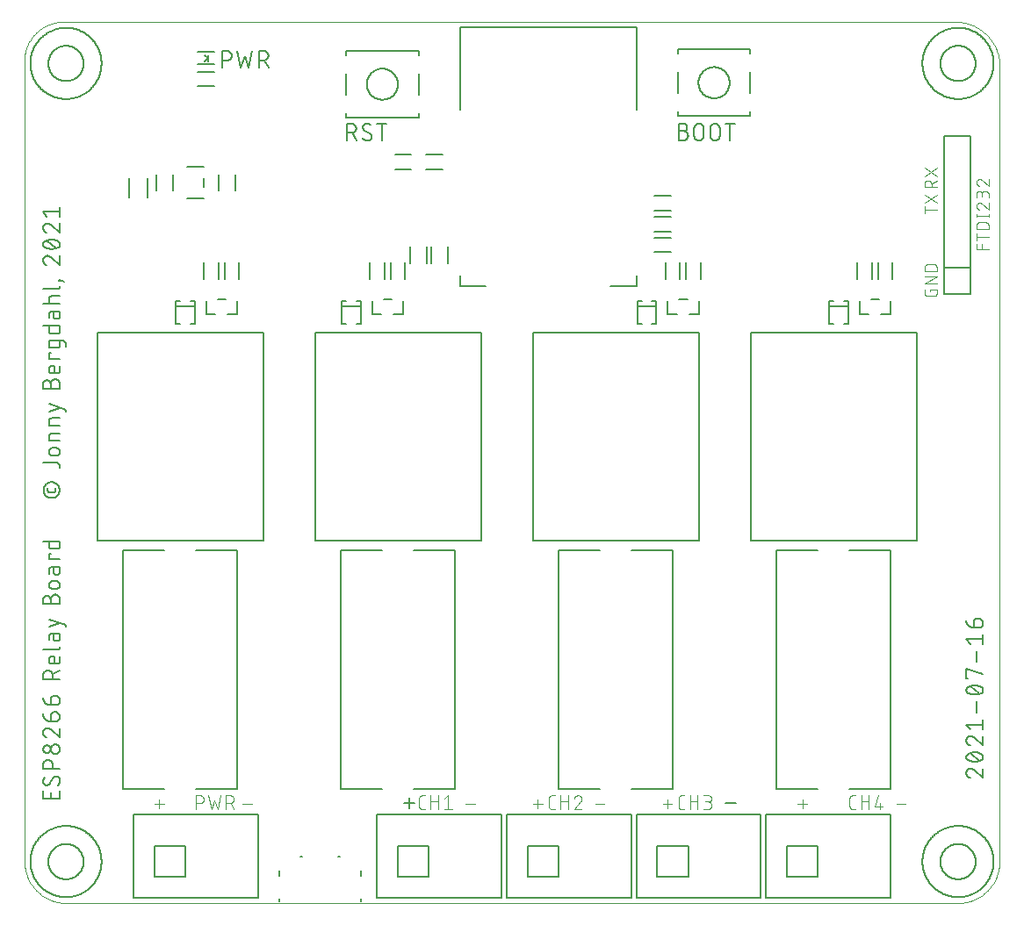
<source format=gto>
G75*
%MOIN*%
%OFA0B0*%
%FSLAX25Y25*%
%IPPOS*%
%LPD*%
%AMOC8*
5,1,8,0,0,1.08239X$1,22.5*
%
%ADD10C,0.00000*%
%ADD11C,0.00600*%
%ADD12C,0.00400*%
%ADD13C,0.00500*%
%ADD14C,0.00800*%
D10*
X0064523Y0024622D02*
X0064523Y0327772D01*
X0064503Y0328129D01*
X0064492Y0328486D01*
X0064490Y0328844D01*
X0064497Y0329201D01*
X0064512Y0329559D01*
X0064535Y0329915D01*
X0064568Y0330271D01*
X0064609Y0330627D01*
X0064658Y0330981D01*
X0064716Y0331334D01*
X0064783Y0331685D01*
X0064858Y0332035D01*
X0064941Y0332382D01*
X0065033Y0332728D01*
X0065133Y0333071D01*
X0065242Y0333412D01*
X0065358Y0333750D01*
X0065483Y0334085D01*
X0065616Y0334417D01*
X0065757Y0334746D01*
X0065905Y0335071D01*
X0066062Y0335392D01*
X0066226Y0335710D01*
X0066398Y0336024D01*
X0066577Y0336333D01*
X0066764Y0336638D01*
X0066958Y0336938D01*
X0067159Y0337234D01*
X0067368Y0337524D01*
X0067583Y0337810D01*
X0067805Y0338090D01*
X0068034Y0338365D01*
X0068270Y0338634D01*
X0068512Y0338897D01*
X0068760Y0339154D01*
X0069014Y0339406D01*
X0069274Y0339651D01*
X0069541Y0339890D01*
X0069813Y0340122D01*
X0070090Y0340348D01*
X0070373Y0340566D01*
X0070661Y0340778D01*
X0070954Y0340983D01*
X0071252Y0341181D01*
X0071554Y0341372D01*
X0071861Y0341555D01*
X0072173Y0341731D01*
X0072488Y0341899D01*
X0072808Y0342059D01*
X0073131Y0342212D01*
X0073458Y0342357D01*
X0073788Y0342493D01*
X0074122Y0342622D01*
X0074459Y0342743D01*
X0074798Y0342856D01*
X0075140Y0342960D01*
X0075484Y0343056D01*
X0075831Y0343144D01*
X0076180Y0343223D01*
X0076530Y0343294D01*
X0076882Y0343356D01*
X0077236Y0343410D01*
X0077591Y0343455D01*
X0077946Y0343492D01*
X0078303Y0343520D01*
X0078302Y0343520D02*
X0416885Y0343520D01*
X0416885Y0343519D02*
X0417296Y0343538D01*
X0417707Y0343547D01*
X0418118Y0343546D01*
X0418530Y0343535D01*
X0418940Y0343514D01*
X0419351Y0343482D01*
X0419760Y0343441D01*
X0420168Y0343390D01*
X0420575Y0343328D01*
X0420980Y0343257D01*
X0421383Y0343175D01*
X0421784Y0343084D01*
X0422183Y0342983D01*
X0422579Y0342873D01*
X0422973Y0342752D01*
X0423363Y0342622D01*
X0423750Y0342482D01*
X0424133Y0342333D01*
X0424513Y0342175D01*
X0424888Y0342007D01*
X0425260Y0341830D01*
X0425627Y0341645D01*
X0425989Y0341450D01*
X0426346Y0341246D01*
X0426699Y0341034D01*
X0427046Y0340813D01*
X0427387Y0340583D01*
X0427723Y0340345D01*
X0428053Y0340100D01*
X0428376Y0339846D01*
X0428694Y0339584D01*
X0429004Y0339314D01*
X0429308Y0339037D01*
X0429606Y0338753D01*
X0429896Y0338461D01*
X0430179Y0338163D01*
X0430454Y0337857D01*
X0430722Y0337545D01*
X0430982Y0337226D01*
X0431234Y0336901D01*
X0431479Y0336570D01*
X0431715Y0336233D01*
X0431942Y0335891D01*
X0432161Y0335542D01*
X0432372Y0335189D01*
X0432574Y0334831D01*
X0432767Y0334467D01*
X0432951Y0334099D01*
X0433126Y0333727D01*
X0433291Y0333351D01*
X0433448Y0332970D01*
X0433595Y0332586D01*
X0433732Y0332198D01*
X0433860Y0331807D01*
X0433979Y0331413D01*
X0434088Y0331017D01*
X0434186Y0330617D01*
X0434276Y0330216D01*
X0434355Y0329812D01*
X0434424Y0329407D01*
X0434483Y0328999D01*
X0434533Y0328591D01*
X0434572Y0328182D01*
X0434601Y0327771D01*
X0434602Y0327772D02*
X0434602Y0024622D01*
X0434597Y0024241D01*
X0434584Y0023861D01*
X0434561Y0023481D01*
X0434528Y0023102D01*
X0434487Y0022724D01*
X0434437Y0022347D01*
X0434377Y0021971D01*
X0434309Y0021596D01*
X0434231Y0021224D01*
X0434144Y0020853D01*
X0434049Y0020485D01*
X0433944Y0020119D01*
X0433831Y0019756D01*
X0433709Y0019395D01*
X0433579Y0019038D01*
X0433439Y0018684D01*
X0433292Y0018333D01*
X0433135Y0017986D01*
X0432971Y0017643D01*
X0432798Y0017304D01*
X0432617Y0016969D01*
X0432428Y0016638D01*
X0432231Y0016313D01*
X0432027Y0015992D01*
X0431814Y0015676D01*
X0431594Y0015366D01*
X0431367Y0015060D01*
X0431132Y0014761D01*
X0430890Y0014467D01*
X0430642Y0014179D01*
X0430386Y0013897D01*
X0430123Y0013622D01*
X0429854Y0013353D01*
X0429579Y0013090D01*
X0429297Y0012834D01*
X0429009Y0012586D01*
X0428715Y0012344D01*
X0428416Y0012109D01*
X0428110Y0011882D01*
X0427800Y0011662D01*
X0427484Y0011449D01*
X0427163Y0011245D01*
X0426838Y0011048D01*
X0426507Y0010859D01*
X0426172Y0010678D01*
X0425833Y0010505D01*
X0425490Y0010341D01*
X0425143Y0010184D01*
X0424792Y0010037D01*
X0424438Y0009897D01*
X0424081Y0009767D01*
X0423720Y0009645D01*
X0423357Y0009532D01*
X0422991Y0009427D01*
X0422623Y0009332D01*
X0422252Y0009245D01*
X0421880Y0009167D01*
X0421505Y0009099D01*
X0421129Y0009039D01*
X0420752Y0008989D01*
X0420374Y0008948D01*
X0419995Y0008915D01*
X0419615Y0008892D01*
X0419235Y0008879D01*
X0418854Y0008874D01*
X0080271Y0008874D01*
X0079890Y0008879D01*
X0079510Y0008892D01*
X0079130Y0008915D01*
X0078751Y0008948D01*
X0078373Y0008989D01*
X0077996Y0009039D01*
X0077620Y0009099D01*
X0077245Y0009167D01*
X0076873Y0009245D01*
X0076502Y0009332D01*
X0076134Y0009427D01*
X0075768Y0009532D01*
X0075405Y0009645D01*
X0075044Y0009767D01*
X0074687Y0009897D01*
X0074333Y0010037D01*
X0073982Y0010184D01*
X0073635Y0010341D01*
X0073292Y0010505D01*
X0072953Y0010678D01*
X0072618Y0010859D01*
X0072287Y0011048D01*
X0071962Y0011245D01*
X0071641Y0011449D01*
X0071325Y0011662D01*
X0071015Y0011882D01*
X0070709Y0012109D01*
X0070410Y0012344D01*
X0070116Y0012586D01*
X0069828Y0012834D01*
X0069546Y0013090D01*
X0069271Y0013353D01*
X0069002Y0013622D01*
X0068739Y0013897D01*
X0068483Y0014179D01*
X0068235Y0014467D01*
X0067993Y0014761D01*
X0067758Y0015060D01*
X0067531Y0015366D01*
X0067311Y0015676D01*
X0067098Y0015992D01*
X0066894Y0016313D01*
X0066697Y0016638D01*
X0066508Y0016969D01*
X0066327Y0017304D01*
X0066154Y0017643D01*
X0065990Y0017986D01*
X0065833Y0018333D01*
X0065686Y0018684D01*
X0065546Y0019038D01*
X0065416Y0019395D01*
X0065294Y0019756D01*
X0065181Y0020119D01*
X0065076Y0020485D01*
X0064981Y0020853D01*
X0064894Y0021224D01*
X0064816Y0021596D01*
X0064748Y0021971D01*
X0064688Y0022347D01*
X0064638Y0022724D01*
X0064597Y0023102D01*
X0064564Y0023481D01*
X0064541Y0023861D01*
X0064528Y0024241D01*
X0064523Y0024622D01*
D11*
X0073578Y0024622D02*
X0073580Y0024786D01*
X0073586Y0024950D01*
X0073596Y0025114D01*
X0073610Y0025278D01*
X0073628Y0025441D01*
X0073650Y0025604D01*
X0073677Y0025766D01*
X0073707Y0025928D01*
X0073741Y0026088D01*
X0073779Y0026248D01*
X0073820Y0026407D01*
X0073866Y0026565D01*
X0073916Y0026721D01*
X0073969Y0026877D01*
X0074026Y0027031D01*
X0074087Y0027183D01*
X0074152Y0027334D01*
X0074221Y0027484D01*
X0074293Y0027631D01*
X0074368Y0027777D01*
X0074448Y0027921D01*
X0074530Y0028063D01*
X0074616Y0028203D01*
X0074706Y0028340D01*
X0074799Y0028476D01*
X0074895Y0028609D01*
X0074995Y0028740D01*
X0075097Y0028868D01*
X0075203Y0028994D01*
X0075312Y0029117D01*
X0075424Y0029237D01*
X0075538Y0029355D01*
X0075656Y0029469D01*
X0075776Y0029581D01*
X0075899Y0029690D01*
X0076025Y0029796D01*
X0076153Y0029898D01*
X0076284Y0029998D01*
X0076417Y0030094D01*
X0076553Y0030187D01*
X0076690Y0030277D01*
X0076830Y0030363D01*
X0076972Y0030445D01*
X0077116Y0030525D01*
X0077262Y0030600D01*
X0077409Y0030672D01*
X0077559Y0030741D01*
X0077710Y0030806D01*
X0077862Y0030867D01*
X0078016Y0030924D01*
X0078172Y0030977D01*
X0078328Y0031027D01*
X0078486Y0031073D01*
X0078645Y0031114D01*
X0078805Y0031152D01*
X0078965Y0031186D01*
X0079127Y0031216D01*
X0079289Y0031243D01*
X0079452Y0031265D01*
X0079615Y0031283D01*
X0079779Y0031297D01*
X0079943Y0031307D01*
X0080107Y0031313D01*
X0080271Y0031315D01*
X0080435Y0031313D01*
X0080599Y0031307D01*
X0080763Y0031297D01*
X0080927Y0031283D01*
X0081090Y0031265D01*
X0081253Y0031243D01*
X0081415Y0031216D01*
X0081577Y0031186D01*
X0081737Y0031152D01*
X0081897Y0031114D01*
X0082056Y0031073D01*
X0082214Y0031027D01*
X0082370Y0030977D01*
X0082526Y0030924D01*
X0082680Y0030867D01*
X0082832Y0030806D01*
X0082983Y0030741D01*
X0083133Y0030672D01*
X0083280Y0030600D01*
X0083426Y0030525D01*
X0083570Y0030445D01*
X0083712Y0030363D01*
X0083852Y0030277D01*
X0083989Y0030187D01*
X0084125Y0030094D01*
X0084258Y0029998D01*
X0084389Y0029898D01*
X0084517Y0029796D01*
X0084643Y0029690D01*
X0084766Y0029581D01*
X0084886Y0029469D01*
X0085004Y0029355D01*
X0085118Y0029237D01*
X0085230Y0029117D01*
X0085339Y0028994D01*
X0085445Y0028868D01*
X0085547Y0028740D01*
X0085647Y0028609D01*
X0085743Y0028476D01*
X0085836Y0028340D01*
X0085926Y0028203D01*
X0086012Y0028063D01*
X0086094Y0027921D01*
X0086174Y0027777D01*
X0086249Y0027631D01*
X0086321Y0027484D01*
X0086390Y0027334D01*
X0086455Y0027183D01*
X0086516Y0027031D01*
X0086573Y0026877D01*
X0086626Y0026721D01*
X0086676Y0026565D01*
X0086722Y0026407D01*
X0086763Y0026248D01*
X0086801Y0026088D01*
X0086835Y0025928D01*
X0086865Y0025766D01*
X0086892Y0025604D01*
X0086914Y0025441D01*
X0086932Y0025278D01*
X0086946Y0025114D01*
X0086956Y0024950D01*
X0086962Y0024786D01*
X0086964Y0024622D01*
X0086962Y0024458D01*
X0086956Y0024294D01*
X0086946Y0024130D01*
X0086932Y0023966D01*
X0086914Y0023803D01*
X0086892Y0023640D01*
X0086865Y0023478D01*
X0086835Y0023316D01*
X0086801Y0023156D01*
X0086763Y0022996D01*
X0086722Y0022837D01*
X0086676Y0022679D01*
X0086626Y0022523D01*
X0086573Y0022367D01*
X0086516Y0022213D01*
X0086455Y0022061D01*
X0086390Y0021910D01*
X0086321Y0021760D01*
X0086249Y0021613D01*
X0086174Y0021467D01*
X0086094Y0021323D01*
X0086012Y0021181D01*
X0085926Y0021041D01*
X0085836Y0020904D01*
X0085743Y0020768D01*
X0085647Y0020635D01*
X0085547Y0020504D01*
X0085445Y0020376D01*
X0085339Y0020250D01*
X0085230Y0020127D01*
X0085118Y0020007D01*
X0085004Y0019889D01*
X0084886Y0019775D01*
X0084766Y0019663D01*
X0084643Y0019554D01*
X0084517Y0019448D01*
X0084389Y0019346D01*
X0084258Y0019246D01*
X0084125Y0019150D01*
X0083989Y0019057D01*
X0083852Y0018967D01*
X0083712Y0018881D01*
X0083570Y0018799D01*
X0083426Y0018719D01*
X0083280Y0018644D01*
X0083133Y0018572D01*
X0082983Y0018503D01*
X0082832Y0018438D01*
X0082680Y0018377D01*
X0082526Y0018320D01*
X0082370Y0018267D01*
X0082214Y0018217D01*
X0082056Y0018171D01*
X0081897Y0018130D01*
X0081737Y0018092D01*
X0081577Y0018058D01*
X0081415Y0018028D01*
X0081253Y0018001D01*
X0081090Y0017979D01*
X0080927Y0017961D01*
X0080763Y0017947D01*
X0080599Y0017937D01*
X0080435Y0017931D01*
X0080271Y0017929D01*
X0080107Y0017931D01*
X0079943Y0017937D01*
X0079779Y0017947D01*
X0079615Y0017961D01*
X0079452Y0017979D01*
X0079289Y0018001D01*
X0079127Y0018028D01*
X0078965Y0018058D01*
X0078805Y0018092D01*
X0078645Y0018130D01*
X0078486Y0018171D01*
X0078328Y0018217D01*
X0078172Y0018267D01*
X0078016Y0018320D01*
X0077862Y0018377D01*
X0077710Y0018438D01*
X0077559Y0018503D01*
X0077409Y0018572D01*
X0077262Y0018644D01*
X0077116Y0018719D01*
X0076972Y0018799D01*
X0076830Y0018881D01*
X0076690Y0018967D01*
X0076553Y0019057D01*
X0076417Y0019150D01*
X0076284Y0019246D01*
X0076153Y0019346D01*
X0076025Y0019448D01*
X0075899Y0019554D01*
X0075776Y0019663D01*
X0075656Y0019775D01*
X0075538Y0019889D01*
X0075424Y0020007D01*
X0075312Y0020127D01*
X0075203Y0020250D01*
X0075097Y0020376D01*
X0074995Y0020504D01*
X0074895Y0020635D01*
X0074799Y0020768D01*
X0074706Y0020904D01*
X0074616Y0021041D01*
X0074530Y0021181D01*
X0074448Y0021323D01*
X0074368Y0021467D01*
X0074293Y0021613D01*
X0074221Y0021760D01*
X0074152Y0021910D01*
X0074087Y0022061D01*
X0074026Y0022213D01*
X0073969Y0022367D01*
X0073916Y0022523D01*
X0073866Y0022679D01*
X0073820Y0022837D01*
X0073779Y0022996D01*
X0073741Y0023156D01*
X0073707Y0023316D01*
X0073677Y0023478D01*
X0073650Y0023640D01*
X0073628Y0023803D01*
X0073610Y0023966D01*
X0073596Y0024130D01*
X0073586Y0024294D01*
X0073580Y0024458D01*
X0073578Y0024622D01*
X0066771Y0024622D02*
X0066775Y0024953D01*
X0066787Y0025284D01*
X0066808Y0025615D01*
X0066836Y0025945D01*
X0066873Y0026275D01*
X0066917Y0026603D01*
X0066970Y0026930D01*
X0067030Y0027256D01*
X0067099Y0027580D01*
X0067176Y0027902D01*
X0067260Y0028223D01*
X0067352Y0028541D01*
X0067452Y0028857D01*
X0067560Y0029170D01*
X0067676Y0029481D01*
X0067799Y0029788D01*
X0067929Y0030093D01*
X0068067Y0030394D01*
X0068212Y0030692D01*
X0068365Y0030986D01*
X0068525Y0031276D01*
X0068692Y0031562D01*
X0068865Y0031844D01*
X0069046Y0032122D01*
X0069234Y0032395D01*
X0069428Y0032664D01*
X0069628Y0032928D01*
X0069835Y0033186D01*
X0070049Y0033440D01*
X0070268Y0033688D01*
X0070494Y0033931D01*
X0070725Y0034168D01*
X0070962Y0034399D01*
X0071205Y0034625D01*
X0071453Y0034844D01*
X0071707Y0035058D01*
X0071965Y0035265D01*
X0072229Y0035465D01*
X0072498Y0035659D01*
X0072771Y0035847D01*
X0073049Y0036028D01*
X0073331Y0036201D01*
X0073617Y0036368D01*
X0073907Y0036528D01*
X0074201Y0036681D01*
X0074499Y0036826D01*
X0074800Y0036964D01*
X0075105Y0037094D01*
X0075412Y0037217D01*
X0075723Y0037333D01*
X0076036Y0037441D01*
X0076352Y0037541D01*
X0076670Y0037633D01*
X0076991Y0037717D01*
X0077313Y0037794D01*
X0077637Y0037863D01*
X0077963Y0037923D01*
X0078290Y0037976D01*
X0078618Y0038020D01*
X0078948Y0038057D01*
X0079278Y0038085D01*
X0079609Y0038106D01*
X0079940Y0038118D01*
X0080271Y0038122D01*
X0080602Y0038118D01*
X0080933Y0038106D01*
X0081264Y0038085D01*
X0081594Y0038057D01*
X0081924Y0038020D01*
X0082252Y0037976D01*
X0082579Y0037923D01*
X0082905Y0037863D01*
X0083229Y0037794D01*
X0083551Y0037717D01*
X0083872Y0037633D01*
X0084190Y0037541D01*
X0084506Y0037441D01*
X0084819Y0037333D01*
X0085130Y0037217D01*
X0085437Y0037094D01*
X0085742Y0036964D01*
X0086043Y0036826D01*
X0086341Y0036681D01*
X0086635Y0036528D01*
X0086925Y0036368D01*
X0087211Y0036201D01*
X0087493Y0036028D01*
X0087771Y0035847D01*
X0088044Y0035659D01*
X0088313Y0035465D01*
X0088577Y0035265D01*
X0088835Y0035058D01*
X0089089Y0034844D01*
X0089337Y0034625D01*
X0089580Y0034399D01*
X0089817Y0034168D01*
X0090048Y0033931D01*
X0090274Y0033688D01*
X0090493Y0033440D01*
X0090707Y0033186D01*
X0090914Y0032928D01*
X0091114Y0032664D01*
X0091308Y0032395D01*
X0091496Y0032122D01*
X0091677Y0031844D01*
X0091850Y0031562D01*
X0092017Y0031276D01*
X0092177Y0030986D01*
X0092330Y0030692D01*
X0092475Y0030394D01*
X0092613Y0030093D01*
X0092743Y0029788D01*
X0092866Y0029481D01*
X0092982Y0029170D01*
X0093090Y0028857D01*
X0093190Y0028541D01*
X0093282Y0028223D01*
X0093366Y0027902D01*
X0093443Y0027580D01*
X0093512Y0027256D01*
X0093572Y0026930D01*
X0093625Y0026603D01*
X0093669Y0026275D01*
X0093706Y0025945D01*
X0093734Y0025615D01*
X0093755Y0025284D01*
X0093767Y0024953D01*
X0093771Y0024622D01*
X0093767Y0024291D01*
X0093755Y0023960D01*
X0093734Y0023629D01*
X0093706Y0023299D01*
X0093669Y0022969D01*
X0093625Y0022641D01*
X0093572Y0022314D01*
X0093512Y0021988D01*
X0093443Y0021664D01*
X0093366Y0021342D01*
X0093282Y0021021D01*
X0093190Y0020703D01*
X0093090Y0020387D01*
X0092982Y0020074D01*
X0092866Y0019763D01*
X0092743Y0019456D01*
X0092613Y0019151D01*
X0092475Y0018850D01*
X0092330Y0018552D01*
X0092177Y0018258D01*
X0092017Y0017968D01*
X0091850Y0017682D01*
X0091677Y0017400D01*
X0091496Y0017122D01*
X0091308Y0016849D01*
X0091114Y0016580D01*
X0090914Y0016316D01*
X0090707Y0016058D01*
X0090493Y0015804D01*
X0090274Y0015556D01*
X0090048Y0015313D01*
X0089817Y0015076D01*
X0089580Y0014845D01*
X0089337Y0014619D01*
X0089089Y0014400D01*
X0088835Y0014186D01*
X0088577Y0013979D01*
X0088313Y0013779D01*
X0088044Y0013585D01*
X0087771Y0013397D01*
X0087493Y0013216D01*
X0087211Y0013043D01*
X0086925Y0012876D01*
X0086635Y0012716D01*
X0086341Y0012563D01*
X0086043Y0012418D01*
X0085742Y0012280D01*
X0085437Y0012150D01*
X0085130Y0012027D01*
X0084819Y0011911D01*
X0084506Y0011803D01*
X0084190Y0011703D01*
X0083872Y0011611D01*
X0083551Y0011527D01*
X0083229Y0011450D01*
X0082905Y0011381D01*
X0082579Y0011321D01*
X0082252Y0011268D01*
X0081924Y0011224D01*
X0081594Y0011187D01*
X0081264Y0011159D01*
X0080933Y0011138D01*
X0080602Y0011126D01*
X0080271Y0011122D01*
X0079940Y0011126D01*
X0079609Y0011138D01*
X0079278Y0011159D01*
X0078948Y0011187D01*
X0078618Y0011224D01*
X0078290Y0011268D01*
X0077963Y0011321D01*
X0077637Y0011381D01*
X0077313Y0011450D01*
X0076991Y0011527D01*
X0076670Y0011611D01*
X0076352Y0011703D01*
X0076036Y0011803D01*
X0075723Y0011911D01*
X0075412Y0012027D01*
X0075105Y0012150D01*
X0074800Y0012280D01*
X0074499Y0012418D01*
X0074201Y0012563D01*
X0073907Y0012716D01*
X0073617Y0012876D01*
X0073331Y0013043D01*
X0073049Y0013216D01*
X0072771Y0013397D01*
X0072498Y0013585D01*
X0072229Y0013779D01*
X0071965Y0013979D01*
X0071707Y0014186D01*
X0071453Y0014400D01*
X0071205Y0014619D01*
X0070962Y0014845D01*
X0070725Y0015076D01*
X0070494Y0015313D01*
X0070268Y0015556D01*
X0070049Y0015804D01*
X0069835Y0016058D01*
X0069628Y0016316D01*
X0069428Y0016580D01*
X0069234Y0016849D01*
X0069046Y0017122D01*
X0068865Y0017400D01*
X0068692Y0017682D01*
X0068525Y0017968D01*
X0068365Y0018258D01*
X0068212Y0018552D01*
X0068067Y0018850D01*
X0067929Y0019151D01*
X0067799Y0019456D01*
X0067676Y0019763D01*
X0067560Y0020074D01*
X0067452Y0020387D01*
X0067352Y0020703D01*
X0067260Y0021021D01*
X0067176Y0021342D01*
X0067099Y0021664D01*
X0067030Y0021988D01*
X0066970Y0022314D01*
X0066917Y0022641D01*
X0066873Y0022969D01*
X0066836Y0023299D01*
X0066808Y0023629D01*
X0066787Y0023960D01*
X0066775Y0024291D01*
X0066771Y0024622D01*
X0071602Y0048544D02*
X0071602Y0051389D01*
X0071602Y0048544D02*
X0078002Y0048544D01*
X0078002Y0051389D01*
X0074447Y0050677D02*
X0074447Y0048544D01*
X0074269Y0054344D02*
X0075336Y0056300D01*
X0078002Y0055589D02*
X0078000Y0055481D01*
X0077994Y0055374D01*
X0077985Y0055266D01*
X0077971Y0055159D01*
X0077954Y0055053D01*
X0077933Y0054947D01*
X0077908Y0054842D01*
X0077879Y0054738D01*
X0077847Y0054635D01*
X0077811Y0054534D01*
X0077771Y0054434D01*
X0077728Y0054335D01*
X0077681Y0054238D01*
X0077631Y0054142D01*
X0077577Y0054049D01*
X0077520Y0053957D01*
X0077460Y0053868D01*
X0077397Y0053781D01*
X0077330Y0053696D01*
X0077261Y0053613D01*
X0077188Y0053533D01*
X0077113Y0053456D01*
X0075336Y0056300D02*
X0075376Y0056364D01*
X0075419Y0056425D01*
X0075465Y0056484D01*
X0075514Y0056541D01*
X0075566Y0056595D01*
X0075620Y0056646D01*
X0075678Y0056694D01*
X0075737Y0056740D01*
X0075799Y0056782D01*
X0075864Y0056821D01*
X0075930Y0056856D01*
X0075997Y0056888D01*
X0076067Y0056917D01*
X0076137Y0056942D01*
X0076209Y0056963D01*
X0076282Y0056980D01*
X0076356Y0056994D01*
X0076430Y0057003D01*
X0076505Y0057009D01*
X0076580Y0057011D01*
X0076654Y0057009D01*
X0076729Y0057003D01*
X0076802Y0056993D01*
X0076876Y0056980D01*
X0076948Y0056963D01*
X0077019Y0056941D01*
X0077090Y0056917D01*
X0077158Y0056888D01*
X0077226Y0056856D01*
X0077291Y0056820D01*
X0077354Y0056782D01*
X0077416Y0056739D01*
X0077475Y0056694D01*
X0077532Y0056646D01*
X0077586Y0056595D01*
X0077637Y0056541D01*
X0077685Y0056484D01*
X0077730Y0056425D01*
X0077773Y0056363D01*
X0077811Y0056300D01*
X0077847Y0056235D01*
X0077879Y0056167D01*
X0077908Y0056099D01*
X0077932Y0056028D01*
X0077954Y0055957D01*
X0077971Y0055885D01*
X0077984Y0055811D01*
X0077994Y0055738D01*
X0078000Y0055663D01*
X0078002Y0055589D01*
X0072135Y0056656D02*
X0072076Y0056574D01*
X0072020Y0056490D01*
X0071968Y0056404D01*
X0071918Y0056316D01*
X0071872Y0056226D01*
X0071830Y0056135D01*
X0071791Y0056042D01*
X0071755Y0055947D01*
X0071723Y0055851D01*
X0071695Y0055754D01*
X0071670Y0055657D01*
X0071650Y0055558D01*
X0071633Y0055458D01*
X0071619Y0055358D01*
X0071610Y0055258D01*
X0071604Y0055157D01*
X0071602Y0055056D01*
X0071603Y0055056D02*
X0071605Y0054982D01*
X0071611Y0054907D01*
X0071621Y0054834D01*
X0071634Y0054760D01*
X0071651Y0054688D01*
X0071673Y0054617D01*
X0071697Y0054546D01*
X0071726Y0054478D01*
X0071758Y0054410D01*
X0071794Y0054345D01*
X0071832Y0054282D01*
X0071875Y0054220D01*
X0071920Y0054161D01*
X0071968Y0054104D01*
X0072019Y0054050D01*
X0072073Y0053999D01*
X0072130Y0053951D01*
X0072189Y0053906D01*
X0072251Y0053863D01*
X0072314Y0053825D01*
X0072379Y0053789D01*
X0072447Y0053757D01*
X0072515Y0053728D01*
X0072586Y0053704D01*
X0072657Y0053682D01*
X0072729Y0053665D01*
X0072803Y0053652D01*
X0072876Y0053642D01*
X0072951Y0053636D01*
X0073025Y0053634D01*
X0073100Y0053636D01*
X0073175Y0053642D01*
X0073249Y0053651D01*
X0073323Y0053665D01*
X0073396Y0053682D01*
X0073468Y0053703D01*
X0073538Y0053728D01*
X0073608Y0053757D01*
X0073675Y0053789D01*
X0073741Y0053824D01*
X0073806Y0053863D01*
X0073868Y0053905D01*
X0073927Y0053951D01*
X0073985Y0053999D01*
X0074039Y0054050D01*
X0074091Y0054104D01*
X0074140Y0054161D01*
X0074186Y0054220D01*
X0074229Y0054281D01*
X0074269Y0054345D01*
X0075158Y0059693D02*
X0075158Y0061470D01*
X0075156Y0061553D01*
X0075150Y0061636D01*
X0075140Y0061719D01*
X0075127Y0061802D01*
X0075109Y0061883D01*
X0075088Y0061964D01*
X0075063Y0062043D01*
X0075034Y0062121D01*
X0075002Y0062198D01*
X0074966Y0062273D01*
X0074927Y0062347D01*
X0074884Y0062418D01*
X0074838Y0062488D01*
X0074788Y0062555D01*
X0074736Y0062620D01*
X0074681Y0062682D01*
X0074622Y0062742D01*
X0074561Y0062799D01*
X0074498Y0062853D01*
X0074432Y0062904D01*
X0074363Y0062951D01*
X0074293Y0062996D01*
X0074220Y0063037D01*
X0074146Y0063074D01*
X0074070Y0063109D01*
X0073992Y0063139D01*
X0073914Y0063166D01*
X0073833Y0063189D01*
X0073752Y0063209D01*
X0073670Y0063224D01*
X0073588Y0063236D01*
X0073505Y0063244D01*
X0073422Y0063248D01*
X0073338Y0063248D01*
X0073255Y0063244D01*
X0073172Y0063236D01*
X0073090Y0063224D01*
X0073008Y0063209D01*
X0072927Y0063189D01*
X0072846Y0063166D01*
X0072768Y0063139D01*
X0072690Y0063109D01*
X0072614Y0063074D01*
X0072540Y0063037D01*
X0072467Y0062996D01*
X0072397Y0062951D01*
X0072328Y0062904D01*
X0072262Y0062853D01*
X0072199Y0062799D01*
X0072138Y0062742D01*
X0072079Y0062682D01*
X0072024Y0062620D01*
X0071972Y0062555D01*
X0071922Y0062488D01*
X0071876Y0062418D01*
X0071833Y0062347D01*
X0071794Y0062273D01*
X0071758Y0062198D01*
X0071726Y0062121D01*
X0071697Y0062043D01*
X0071672Y0061964D01*
X0071651Y0061883D01*
X0071633Y0061802D01*
X0071620Y0061719D01*
X0071610Y0061636D01*
X0071604Y0061553D01*
X0071602Y0061470D01*
X0071602Y0059693D01*
X0078002Y0059693D01*
X0076225Y0065558D02*
X0076308Y0065560D01*
X0076391Y0065566D01*
X0076474Y0065576D01*
X0076557Y0065589D01*
X0076638Y0065607D01*
X0076719Y0065628D01*
X0076798Y0065653D01*
X0076876Y0065682D01*
X0076953Y0065714D01*
X0077028Y0065750D01*
X0077102Y0065789D01*
X0077173Y0065832D01*
X0077243Y0065878D01*
X0077310Y0065928D01*
X0077375Y0065980D01*
X0077437Y0066035D01*
X0077497Y0066094D01*
X0077554Y0066155D01*
X0077608Y0066218D01*
X0077659Y0066284D01*
X0077706Y0066353D01*
X0077751Y0066423D01*
X0077792Y0066496D01*
X0077829Y0066570D01*
X0077864Y0066646D01*
X0077894Y0066724D01*
X0077921Y0066802D01*
X0077944Y0066883D01*
X0077964Y0066964D01*
X0077979Y0067046D01*
X0077991Y0067128D01*
X0077999Y0067211D01*
X0078003Y0067294D01*
X0078003Y0067378D01*
X0077999Y0067461D01*
X0077991Y0067544D01*
X0077979Y0067626D01*
X0077964Y0067708D01*
X0077944Y0067789D01*
X0077921Y0067870D01*
X0077894Y0067948D01*
X0077864Y0068026D01*
X0077829Y0068102D01*
X0077792Y0068176D01*
X0077751Y0068249D01*
X0077706Y0068319D01*
X0077659Y0068388D01*
X0077608Y0068454D01*
X0077554Y0068517D01*
X0077497Y0068578D01*
X0077437Y0068637D01*
X0077375Y0068692D01*
X0077310Y0068744D01*
X0077243Y0068794D01*
X0077173Y0068840D01*
X0077102Y0068883D01*
X0077028Y0068922D01*
X0076953Y0068958D01*
X0076876Y0068990D01*
X0076798Y0069019D01*
X0076719Y0069044D01*
X0076638Y0069065D01*
X0076557Y0069083D01*
X0076474Y0069096D01*
X0076391Y0069106D01*
X0076308Y0069112D01*
X0076225Y0069114D01*
X0076142Y0069112D01*
X0076059Y0069106D01*
X0075976Y0069096D01*
X0075893Y0069083D01*
X0075812Y0069065D01*
X0075731Y0069044D01*
X0075652Y0069019D01*
X0075574Y0068990D01*
X0075497Y0068958D01*
X0075422Y0068922D01*
X0075348Y0068883D01*
X0075277Y0068840D01*
X0075207Y0068794D01*
X0075140Y0068744D01*
X0075075Y0068692D01*
X0075013Y0068637D01*
X0074953Y0068578D01*
X0074896Y0068517D01*
X0074842Y0068454D01*
X0074791Y0068388D01*
X0074744Y0068319D01*
X0074699Y0068249D01*
X0074658Y0068176D01*
X0074621Y0068102D01*
X0074586Y0068026D01*
X0074556Y0067948D01*
X0074529Y0067870D01*
X0074506Y0067789D01*
X0074486Y0067708D01*
X0074471Y0067626D01*
X0074459Y0067544D01*
X0074451Y0067461D01*
X0074447Y0067378D01*
X0074447Y0067294D01*
X0074451Y0067211D01*
X0074459Y0067128D01*
X0074471Y0067046D01*
X0074486Y0066964D01*
X0074506Y0066883D01*
X0074529Y0066802D01*
X0074556Y0066724D01*
X0074586Y0066646D01*
X0074621Y0066570D01*
X0074658Y0066496D01*
X0074699Y0066423D01*
X0074744Y0066353D01*
X0074791Y0066284D01*
X0074842Y0066218D01*
X0074896Y0066155D01*
X0074953Y0066094D01*
X0075013Y0066035D01*
X0075075Y0065980D01*
X0075140Y0065928D01*
X0075207Y0065878D01*
X0075277Y0065832D01*
X0075348Y0065789D01*
X0075422Y0065750D01*
X0075497Y0065714D01*
X0075574Y0065682D01*
X0075652Y0065653D01*
X0075731Y0065628D01*
X0075812Y0065607D01*
X0075893Y0065589D01*
X0075976Y0065576D01*
X0076059Y0065566D01*
X0076142Y0065560D01*
X0076225Y0065558D01*
X0073025Y0065914D02*
X0073099Y0065916D01*
X0073174Y0065922D01*
X0073247Y0065932D01*
X0073321Y0065945D01*
X0073393Y0065962D01*
X0073464Y0065984D01*
X0073535Y0066008D01*
X0073603Y0066037D01*
X0073671Y0066069D01*
X0073736Y0066105D01*
X0073799Y0066143D01*
X0073861Y0066186D01*
X0073920Y0066231D01*
X0073977Y0066279D01*
X0074031Y0066330D01*
X0074082Y0066384D01*
X0074130Y0066441D01*
X0074175Y0066500D01*
X0074218Y0066562D01*
X0074256Y0066625D01*
X0074292Y0066690D01*
X0074324Y0066758D01*
X0074353Y0066826D01*
X0074377Y0066897D01*
X0074399Y0066968D01*
X0074416Y0067040D01*
X0074429Y0067114D01*
X0074439Y0067187D01*
X0074445Y0067262D01*
X0074447Y0067336D01*
X0074445Y0067410D01*
X0074439Y0067485D01*
X0074429Y0067558D01*
X0074416Y0067632D01*
X0074399Y0067704D01*
X0074377Y0067775D01*
X0074353Y0067846D01*
X0074324Y0067914D01*
X0074292Y0067982D01*
X0074256Y0068047D01*
X0074218Y0068110D01*
X0074175Y0068172D01*
X0074130Y0068231D01*
X0074082Y0068288D01*
X0074031Y0068342D01*
X0073977Y0068393D01*
X0073920Y0068441D01*
X0073861Y0068486D01*
X0073799Y0068529D01*
X0073736Y0068567D01*
X0073671Y0068603D01*
X0073603Y0068635D01*
X0073535Y0068664D01*
X0073464Y0068688D01*
X0073393Y0068710D01*
X0073321Y0068727D01*
X0073247Y0068740D01*
X0073174Y0068750D01*
X0073099Y0068756D01*
X0073025Y0068758D01*
X0072951Y0068756D01*
X0072876Y0068750D01*
X0072803Y0068740D01*
X0072729Y0068727D01*
X0072657Y0068710D01*
X0072586Y0068688D01*
X0072515Y0068664D01*
X0072447Y0068635D01*
X0072379Y0068603D01*
X0072314Y0068567D01*
X0072251Y0068529D01*
X0072189Y0068486D01*
X0072130Y0068441D01*
X0072073Y0068393D01*
X0072019Y0068342D01*
X0071968Y0068288D01*
X0071920Y0068231D01*
X0071875Y0068172D01*
X0071832Y0068110D01*
X0071794Y0068047D01*
X0071758Y0067982D01*
X0071726Y0067914D01*
X0071697Y0067846D01*
X0071673Y0067775D01*
X0071651Y0067704D01*
X0071634Y0067632D01*
X0071621Y0067558D01*
X0071611Y0067485D01*
X0071605Y0067410D01*
X0071603Y0067336D01*
X0071605Y0067262D01*
X0071611Y0067187D01*
X0071621Y0067114D01*
X0071634Y0067040D01*
X0071651Y0066968D01*
X0071673Y0066897D01*
X0071697Y0066826D01*
X0071726Y0066758D01*
X0071758Y0066690D01*
X0071794Y0066625D01*
X0071832Y0066562D01*
X0071875Y0066500D01*
X0071920Y0066441D01*
X0071968Y0066384D01*
X0072019Y0066330D01*
X0072073Y0066279D01*
X0072130Y0066231D01*
X0072189Y0066186D01*
X0072251Y0066143D01*
X0072314Y0066105D01*
X0072379Y0066069D01*
X0072447Y0066037D01*
X0072515Y0066008D01*
X0072586Y0065984D01*
X0072657Y0065962D01*
X0072729Y0065945D01*
X0072803Y0065932D01*
X0072876Y0065922D01*
X0072951Y0065916D01*
X0073025Y0065914D01*
X0078002Y0071713D02*
X0078002Y0075268D01*
X0076225Y0077867D02*
X0074447Y0077867D01*
X0074447Y0080000D01*
X0074447Y0077867D02*
X0074341Y0077869D01*
X0074234Y0077875D01*
X0074129Y0077885D01*
X0074023Y0077899D01*
X0073918Y0077917D01*
X0073814Y0077938D01*
X0073711Y0077964D01*
X0073609Y0077993D01*
X0073508Y0078027D01*
X0073408Y0078064D01*
X0073310Y0078104D01*
X0073213Y0078149D01*
X0073118Y0078197D01*
X0073025Y0078248D01*
X0072934Y0078303D01*
X0072845Y0078361D01*
X0072758Y0078423D01*
X0072674Y0078487D01*
X0072592Y0078555D01*
X0072513Y0078626D01*
X0072436Y0078700D01*
X0072362Y0078777D01*
X0072291Y0078856D01*
X0072223Y0078938D01*
X0072159Y0079022D01*
X0072097Y0079109D01*
X0072039Y0079198D01*
X0071984Y0079289D01*
X0071933Y0079382D01*
X0071885Y0079477D01*
X0071840Y0079574D01*
X0071800Y0079672D01*
X0071763Y0079772D01*
X0071729Y0079873D01*
X0071700Y0079975D01*
X0071674Y0080078D01*
X0071653Y0080182D01*
X0071635Y0080287D01*
X0071621Y0080393D01*
X0071611Y0080498D01*
X0071605Y0080605D01*
X0071603Y0080711D01*
X0075869Y0081422D02*
X0076225Y0081422D01*
X0075869Y0081422D02*
X0075795Y0081420D01*
X0075720Y0081414D01*
X0075647Y0081404D01*
X0075573Y0081391D01*
X0075501Y0081374D01*
X0075430Y0081352D01*
X0075359Y0081328D01*
X0075291Y0081299D01*
X0075223Y0081267D01*
X0075158Y0081231D01*
X0075095Y0081193D01*
X0075033Y0081150D01*
X0074974Y0081105D01*
X0074917Y0081057D01*
X0074863Y0081006D01*
X0074812Y0080952D01*
X0074764Y0080895D01*
X0074719Y0080836D01*
X0074676Y0080774D01*
X0074638Y0080711D01*
X0074602Y0080646D01*
X0074570Y0080578D01*
X0074541Y0080510D01*
X0074517Y0080439D01*
X0074495Y0080368D01*
X0074478Y0080296D01*
X0074465Y0080222D01*
X0074455Y0080149D01*
X0074449Y0080074D01*
X0074447Y0080000D01*
X0076225Y0081422D02*
X0076308Y0081420D01*
X0076391Y0081414D01*
X0076474Y0081404D01*
X0076557Y0081391D01*
X0076638Y0081373D01*
X0076719Y0081352D01*
X0076798Y0081327D01*
X0076876Y0081298D01*
X0076953Y0081266D01*
X0077028Y0081230D01*
X0077102Y0081191D01*
X0077173Y0081148D01*
X0077243Y0081102D01*
X0077310Y0081052D01*
X0077375Y0081000D01*
X0077437Y0080945D01*
X0077497Y0080886D01*
X0077554Y0080825D01*
X0077608Y0080762D01*
X0077659Y0080696D01*
X0077706Y0080627D01*
X0077751Y0080557D01*
X0077792Y0080484D01*
X0077829Y0080410D01*
X0077864Y0080334D01*
X0077894Y0080256D01*
X0077921Y0080178D01*
X0077944Y0080097D01*
X0077964Y0080016D01*
X0077979Y0079934D01*
X0077991Y0079852D01*
X0077999Y0079769D01*
X0078003Y0079686D01*
X0078003Y0079602D01*
X0077999Y0079519D01*
X0077991Y0079436D01*
X0077979Y0079354D01*
X0077964Y0079272D01*
X0077944Y0079191D01*
X0077921Y0079110D01*
X0077894Y0079032D01*
X0077864Y0078954D01*
X0077829Y0078878D01*
X0077792Y0078804D01*
X0077751Y0078731D01*
X0077706Y0078661D01*
X0077659Y0078592D01*
X0077608Y0078526D01*
X0077554Y0078463D01*
X0077497Y0078402D01*
X0077437Y0078343D01*
X0077375Y0078288D01*
X0077310Y0078236D01*
X0077243Y0078186D01*
X0077173Y0078140D01*
X0077102Y0078097D01*
X0077028Y0078058D01*
X0076953Y0078022D01*
X0076876Y0077990D01*
X0076798Y0077961D01*
X0076719Y0077936D01*
X0076638Y0077915D01*
X0076557Y0077897D01*
X0076474Y0077884D01*
X0076391Y0077874D01*
X0076308Y0077868D01*
X0076225Y0077866D01*
X0074447Y0074735D02*
X0078002Y0071713D01*
X0073025Y0071712D02*
X0072940Y0071741D01*
X0072857Y0071774D01*
X0072776Y0071811D01*
X0072696Y0071851D01*
X0072619Y0071894D01*
X0072543Y0071941D01*
X0072469Y0071991D01*
X0072397Y0072044D01*
X0072328Y0072100D01*
X0072261Y0072159D01*
X0072197Y0072221D01*
X0072136Y0072286D01*
X0072077Y0072353D01*
X0072022Y0072423D01*
X0071969Y0072495D01*
X0071920Y0072569D01*
X0071874Y0072646D01*
X0071832Y0072724D01*
X0071792Y0072804D01*
X0071757Y0072886D01*
X0071724Y0072969D01*
X0071696Y0073053D01*
X0071671Y0073139D01*
X0071650Y0073226D01*
X0071633Y0073313D01*
X0071619Y0073401D01*
X0071610Y0073490D01*
X0071604Y0073579D01*
X0071602Y0073668D01*
X0071604Y0073747D01*
X0071610Y0073825D01*
X0071619Y0073903D01*
X0071633Y0073980D01*
X0071650Y0074057D01*
X0071671Y0074132D01*
X0071696Y0074207D01*
X0071724Y0074280D01*
X0071756Y0074352D01*
X0071791Y0074422D01*
X0071830Y0074491D01*
X0071872Y0074557D01*
X0071917Y0074621D01*
X0071965Y0074683D01*
X0072016Y0074742D01*
X0072071Y0074799D01*
X0072128Y0074854D01*
X0072187Y0074905D01*
X0072249Y0074953D01*
X0072313Y0074998D01*
X0072379Y0075040D01*
X0072448Y0075079D01*
X0072518Y0075114D01*
X0072590Y0075146D01*
X0072663Y0075174D01*
X0072738Y0075199D01*
X0072813Y0075220D01*
X0072890Y0075237D01*
X0072967Y0075251D01*
X0073045Y0075260D01*
X0073123Y0075266D01*
X0073202Y0075268D01*
X0073202Y0075269D02*
X0073284Y0075267D01*
X0073366Y0075261D01*
X0073447Y0075251D01*
X0073528Y0075238D01*
X0073608Y0075220D01*
X0073687Y0075199D01*
X0073765Y0075174D01*
X0073841Y0075146D01*
X0073917Y0075113D01*
X0073990Y0075078D01*
X0074062Y0075038D01*
X0074132Y0074996D01*
X0074200Y0074950D01*
X0074265Y0074901D01*
X0074328Y0074849D01*
X0074389Y0074793D01*
X0074447Y0074736D01*
X0074447Y0084021D02*
X0076225Y0084021D01*
X0076225Y0084020D02*
X0076308Y0084022D01*
X0076391Y0084028D01*
X0076474Y0084038D01*
X0076557Y0084051D01*
X0076638Y0084069D01*
X0076719Y0084090D01*
X0076798Y0084115D01*
X0076876Y0084144D01*
X0076953Y0084176D01*
X0077028Y0084212D01*
X0077102Y0084251D01*
X0077173Y0084294D01*
X0077243Y0084340D01*
X0077310Y0084390D01*
X0077375Y0084442D01*
X0077437Y0084497D01*
X0077497Y0084556D01*
X0077554Y0084617D01*
X0077608Y0084680D01*
X0077659Y0084746D01*
X0077706Y0084815D01*
X0077751Y0084885D01*
X0077792Y0084958D01*
X0077829Y0085032D01*
X0077864Y0085108D01*
X0077894Y0085186D01*
X0077921Y0085264D01*
X0077944Y0085345D01*
X0077964Y0085426D01*
X0077979Y0085508D01*
X0077991Y0085590D01*
X0077999Y0085673D01*
X0078003Y0085756D01*
X0078003Y0085840D01*
X0077999Y0085923D01*
X0077991Y0086006D01*
X0077979Y0086088D01*
X0077964Y0086170D01*
X0077944Y0086251D01*
X0077921Y0086332D01*
X0077894Y0086410D01*
X0077864Y0086488D01*
X0077829Y0086564D01*
X0077792Y0086638D01*
X0077751Y0086711D01*
X0077706Y0086781D01*
X0077659Y0086850D01*
X0077608Y0086916D01*
X0077554Y0086979D01*
X0077497Y0087040D01*
X0077437Y0087099D01*
X0077375Y0087154D01*
X0077310Y0087206D01*
X0077243Y0087256D01*
X0077173Y0087302D01*
X0077102Y0087345D01*
X0077028Y0087384D01*
X0076953Y0087420D01*
X0076876Y0087452D01*
X0076798Y0087481D01*
X0076719Y0087506D01*
X0076638Y0087527D01*
X0076557Y0087545D01*
X0076474Y0087558D01*
X0076391Y0087568D01*
X0076308Y0087574D01*
X0076225Y0087576D01*
X0075869Y0087576D01*
X0075795Y0087574D01*
X0075720Y0087568D01*
X0075647Y0087558D01*
X0075573Y0087545D01*
X0075501Y0087528D01*
X0075430Y0087506D01*
X0075359Y0087482D01*
X0075291Y0087453D01*
X0075223Y0087421D01*
X0075158Y0087385D01*
X0075095Y0087347D01*
X0075033Y0087304D01*
X0074974Y0087259D01*
X0074917Y0087211D01*
X0074863Y0087160D01*
X0074812Y0087106D01*
X0074764Y0087049D01*
X0074719Y0086990D01*
X0074676Y0086928D01*
X0074638Y0086865D01*
X0074602Y0086800D01*
X0074570Y0086732D01*
X0074541Y0086664D01*
X0074517Y0086593D01*
X0074495Y0086522D01*
X0074478Y0086450D01*
X0074465Y0086376D01*
X0074455Y0086303D01*
X0074449Y0086228D01*
X0074447Y0086154D01*
X0074447Y0084021D01*
X0074341Y0084023D01*
X0074234Y0084029D01*
X0074129Y0084039D01*
X0074023Y0084053D01*
X0073918Y0084071D01*
X0073814Y0084092D01*
X0073711Y0084118D01*
X0073609Y0084147D01*
X0073508Y0084181D01*
X0073408Y0084218D01*
X0073310Y0084258D01*
X0073213Y0084303D01*
X0073118Y0084351D01*
X0073025Y0084402D01*
X0072934Y0084457D01*
X0072845Y0084515D01*
X0072758Y0084577D01*
X0072674Y0084641D01*
X0072592Y0084709D01*
X0072513Y0084780D01*
X0072436Y0084854D01*
X0072362Y0084931D01*
X0072291Y0085010D01*
X0072223Y0085092D01*
X0072159Y0085176D01*
X0072097Y0085263D01*
X0072039Y0085352D01*
X0071984Y0085443D01*
X0071933Y0085536D01*
X0071885Y0085631D01*
X0071840Y0085728D01*
X0071800Y0085826D01*
X0071763Y0085926D01*
X0071729Y0086027D01*
X0071700Y0086129D01*
X0071674Y0086232D01*
X0071653Y0086336D01*
X0071635Y0086441D01*
X0071621Y0086547D01*
X0071611Y0086652D01*
X0071605Y0086759D01*
X0071603Y0086865D01*
X0071602Y0093698D02*
X0071602Y0095476D01*
X0071602Y0093698D02*
X0078002Y0093698D01*
X0075158Y0093698D02*
X0075158Y0095476D01*
X0075158Y0095831D02*
X0078002Y0097253D01*
X0076936Y0099761D02*
X0075158Y0099761D01*
X0075869Y0099761D02*
X0075869Y0102606D01*
X0075158Y0102606D01*
X0075158Y0102605D02*
X0075084Y0102603D01*
X0075009Y0102597D01*
X0074936Y0102587D01*
X0074862Y0102574D01*
X0074790Y0102557D01*
X0074719Y0102535D01*
X0074648Y0102511D01*
X0074580Y0102482D01*
X0074512Y0102450D01*
X0074447Y0102414D01*
X0074384Y0102376D01*
X0074322Y0102333D01*
X0074263Y0102288D01*
X0074206Y0102240D01*
X0074152Y0102189D01*
X0074101Y0102135D01*
X0074053Y0102078D01*
X0074008Y0102019D01*
X0073965Y0101957D01*
X0073927Y0101894D01*
X0073891Y0101829D01*
X0073859Y0101761D01*
X0073830Y0101693D01*
X0073806Y0101622D01*
X0073784Y0101551D01*
X0073767Y0101479D01*
X0073754Y0101405D01*
X0073744Y0101332D01*
X0073738Y0101257D01*
X0073736Y0101183D01*
X0073738Y0101109D01*
X0073744Y0101034D01*
X0073754Y0100961D01*
X0073767Y0100887D01*
X0073784Y0100815D01*
X0073806Y0100744D01*
X0073830Y0100673D01*
X0073859Y0100605D01*
X0073891Y0100537D01*
X0073927Y0100472D01*
X0073965Y0100409D01*
X0074008Y0100347D01*
X0074053Y0100288D01*
X0074101Y0100231D01*
X0074152Y0100177D01*
X0074206Y0100126D01*
X0074263Y0100078D01*
X0074322Y0100033D01*
X0074384Y0099990D01*
X0074447Y0099952D01*
X0074512Y0099916D01*
X0074580Y0099884D01*
X0074648Y0099855D01*
X0074719Y0099831D01*
X0074790Y0099809D01*
X0074862Y0099792D01*
X0074936Y0099779D01*
X0075009Y0099769D01*
X0075084Y0099763D01*
X0075158Y0099761D01*
X0076936Y0099761D02*
X0077000Y0099763D01*
X0077065Y0099769D01*
X0077128Y0099778D01*
X0077191Y0099792D01*
X0077253Y0099809D01*
X0077314Y0099830D01*
X0077374Y0099855D01*
X0077432Y0099883D01*
X0077488Y0099915D01*
X0077542Y0099950D01*
X0077594Y0099988D01*
X0077644Y0100029D01*
X0077690Y0100074D01*
X0077735Y0100120D01*
X0077776Y0100170D01*
X0077814Y0100222D01*
X0077849Y0100276D01*
X0077881Y0100332D01*
X0077909Y0100390D01*
X0077934Y0100450D01*
X0077955Y0100511D01*
X0077972Y0100573D01*
X0077986Y0100636D01*
X0077995Y0100699D01*
X0078001Y0100764D01*
X0078003Y0100828D01*
X0078002Y0100828D02*
X0078002Y0102606D01*
X0076936Y0105188D02*
X0071602Y0105188D01*
X0073736Y0108704D02*
X0073736Y0110126D01*
X0073735Y0110126D02*
X0073737Y0110190D01*
X0073743Y0110255D01*
X0073752Y0110318D01*
X0073766Y0110381D01*
X0073783Y0110443D01*
X0073804Y0110504D01*
X0073829Y0110564D01*
X0073857Y0110622D01*
X0073889Y0110678D01*
X0073924Y0110732D01*
X0073962Y0110784D01*
X0074003Y0110834D01*
X0074048Y0110880D01*
X0074094Y0110925D01*
X0074144Y0110966D01*
X0074196Y0111004D01*
X0074250Y0111039D01*
X0074306Y0111071D01*
X0074364Y0111099D01*
X0074424Y0111124D01*
X0074485Y0111145D01*
X0074547Y0111162D01*
X0074610Y0111176D01*
X0074673Y0111185D01*
X0074738Y0111191D01*
X0074802Y0111193D01*
X0074802Y0111192D02*
X0078002Y0111192D01*
X0078002Y0109592D01*
X0078000Y0109522D01*
X0077994Y0109453D01*
X0077984Y0109384D01*
X0077971Y0109315D01*
X0077953Y0109248D01*
X0077932Y0109181D01*
X0077907Y0109116D01*
X0077879Y0109052D01*
X0077847Y0108990D01*
X0077811Y0108930D01*
X0077773Y0108872D01*
X0077731Y0108816D01*
X0077686Y0108763D01*
X0077638Y0108712D01*
X0077587Y0108664D01*
X0077534Y0108619D01*
X0077478Y0108577D01*
X0077420Y0108539D01*
X0077360Y0108503D01*
X0077298Y0108471D01*
X0077234Y0108443D01*
X0077169Y0108418D01*
X0077102Y0108397D01*
X0077035Y0108379D01*
X0076966Y0108366D01*
X0076897Y0108356D01*
X0076828Y0108350D01*
X0076758Y0108348D01*
X0076688Y0108350D01*
X0076619Y0108356D01*
X0076550Y0108366D01*
X0076481Y0108379D01*
X0076414Y0108397D01*
X0076347Y0108418D01*
X0076282Y0108443D01*
X0076218Y0108471D01*
X0076156Y0108503D01*
X0076096Y0108539D01*
X0076038Y0108577D01*
X0075982Y0108619D01*
X0075929Y0108664D01*
X0075878Y0108712D01*
X0075830Y0108763D01*
X0075785Y0108816D01*
X0075743Y0108872D01*
X0075705Y0108930D01*
X0075669Y0108990D01*
X0075637Y0109052D01*
X0075609Y0109116D01*
X0075584Y0109181D01*
X0075563Y0109248D01*
X0075545Y0109315D01*
X0075532Y0109384D01*
X0075522Y0109453D01*
X0075516Y0109522D01*
X0075514Y0109592D01*
X0075514Y0111192D01*
X0073736Y0113710D02*
X0078002Y0115133D01*
X0080136Y0114421D02*
X0073736Y0116555D01*
X0074447Y0122464D02*
X0074447Y0124241D01*
X0074445Y0124315D01*
X0074439Y0124390D01*
X0074429Y0124463D01*
X0074416Y0124537D01*
X0074399Y0124609D01*
X0074377Y0124680D01*
X0074353Y0124751D01*
X0074324Y0124819D01*
X0074292Y0124887D01*
X0074256Y0124952D01*
X0074218Y0125015D01*
X0074175Y0125077D01*
X0074130Y0125136D01*
X0074082Y0125193D01*
X0074031Y0125247D01*
X0073977Y0125298D01*
X0073920Y0125346D01*
X0073861Y0125391D01*
X0073799Y0125434D01*
X0073736Y0125472D01*
X0073671Y0125508D01*
X0073603Y0125540D01*
X0073535Y0125569D01*
X0073464Y0125593D01*
X0073393Y0125615D01*
X0073321Y0125632D01*
X0073247Y0125645D01*
X0073174Y0125655D01*
X0073099Y0125661D01*
X0073025Y0125663D01*
X0072951Y0125661D01*
X0072876Y0125655D01*
X0072803Y0125645D01*
X0072729Y0125632D01*
X0072657Y0125615D01*
X0072586Y0125593D01*
X0072515Y0125569D01*
X0072447Y0125540D01*
X0072379Y0125508D01*
X0072314Y0125472D01*
X0072251Y0125434D01*
X0072189Y0125391D01*
X0072130Y0125346D01*
X0072073Y0125298D01*
X0072019Y0125247D01*
X0071968Y0125193D01*
X0071920Y0125136D01*
X0071875Y0125077D01*
X0071832Y0125015D01*
X0071794Y0124952D01*
X0071758Y0124887D01*
X0071726Y0124819D01*
X0071697Y0124751D01*
X0071673Y0124680D01*
X0071651Y0124609D01*
X0071634Y0124537D01*
X0071621Y0124463D01*
X0071611Y0124390D01*
X0071605Y0124315D01*
X0071603Y0124241D01*
X0071602Y0124241D02*
X0071602Y0122464D01*
X0078002Y0122464D01*
X0078002Y0124241D01*
X0078003Y0124241D02*
X0078001Y0124324D01*
X0077995Y0124407D01*
X0077985Y0124490D01*
X0077972Y0124573D01*
X0077954Y0124654D01*
X0077933Y0124735D01*
X0077908Y0124814D01*
X0077879Y0124892D01*
X0077847Y0124969D01*
X0077811Y0125044D01*
X0077772Y0125118D01*
X0077729Y0125189D01*
X0077683Y0125259D01*
X0077633Y0125326D01*
X0077581Y0125391D01*
X0077526Y0125453D01*
X0077467Y0125513D01*
X0077406Y0125570D01*
X0077343Y0125624D01*
X0077277Y0125675D01*
X0077208Y0125722D01*
X0077138Y0125767D01*
X0077065Y0125808D01*
X0076991Y0125845D01*
X0076915Y0125880D01*
X0076837Y0125910D01*
X0076759Y0125937D01*
X0076678Y0125960D01*
X0076597Y0125980D01*
X0076515Y0125995D01*
X0076433Y0126007D01*
X0076350Y0126015D01*
X0076267Y0126019D01*
X0076183Y0126019D01*
X0076100Y0126015D01*
X0076017Y0126007D01*
X0075935Y0125995D01*
X0075853Y0125980D01*
X0075772Y0125960D01*
X0075691Y0125937D01*
X0075613Y0125910D01*
X0075535Y0125880D01*
X0075459Y0125845D01*
X0075385Y0125808D01*
X0075312Y0125767D01*
X0075242Y0125722D01*
X0075173Y0125675D01*
X0075107Y0125624D01*
X0075044Y0125570D01*
X0074983Y0125513D01*
X0074924Y0125453D01*
X0074869Y0125391D01*
X0074817Y0125326D01*
X0074767Y0125259D01*
X0074721Y0125189D01*
X0074678Y0125118D01*
X0074639Y0125044D01*
X0074603Y0124969D01*
X0074571Y0124892D01*
X0074542Y0124814D01*
X0074517Y0124735D01*
X0074496Y0124654D01*
X0074478Y0124573D01*
X0074465Y0124490D01*
X0074455Y0124407D01*
X0074449Y0124324D01*
X0074447Y0124241D01*
X0075158Y0128275D02*
X0076580Y0128275D01*
X0076654Y0128277D01*
X0076729Y0128283D01*
X0076802Y0128293D01*
X0076876Y0128306D01*
X0076948Y0128323D01*
X0077019Y0128345D01*
X0077090Y0128369D01*
X0077158Y0128398D01*
X0077226Y0128430D01*
X0077291Y0128466D01*
X0077354Y0128504D01*
X0077416Y0128547D01*
X0077475Y0128592D01*
X0077532Y0128640D01*
X0077586Y0128691D01*
X0077637Y0128745D01*
X0077685Y0128802D01*
X0077730Y0128861D01*
X0077773Y0128923D01*
X0077811Y0128986D01*
X0077847Y0129051D01*
X0077879Y0129119D01*
X0077908Y0129187D01*
X0077932Y0129258D01*
X0077954Y0129329D01*
X0077971Y0129401D01*
X0077984Y0129475D01*
X0077994Y0129548D01*
X0078000Y0129623D01*
X0078002Y0129697D01*
X0078000Y0129771D01*
X0077994Y0129846D01*
X0077984Y0129919D01*
X0077971Y0129993D01*
X0077954Y0130065D01*
X0077932Y0130136D01*
X0077908Y0130207D01*
X0077879Y0130275D01*
X0077847Y0130343D01*
X0077811Y0130408D01*
X0077773Y0130471D01*
X0077730Y0130533D01*
X0077685Y0130592D01*
X0077637Y0130649D01*
X0077586Y0130703D01*
X0077532Y0130754D01*
X0077475Y0130802D01*
X0077416Y0130847D01*
X0077354Y0130890D01*
X0077291Y0130928D01*
X0077226Y0130964D01*
X0077158Y0130996D01*
X0077090Y0131025D01*
X0077019Y0131049D01*
X0076948Y0131071D01*
X0076876Y0131088D01*
X0076802Y0131101D01*
X0076729Y0131111D01*
X0076654Y0131117D01*
X0076580Y0131119D01*
X0075158Y0131119D01*
X0075084Y0131117D01*
X0075009Y0131111D01*
X0074936Y0131101D01*
X0074862Y0131088D01*
X0074790Y0131071D01*
X0074719Y0131049D01*
X0074648Y0131025D01*
X0074580Y0130996D01*
X0074512Y0130964D01*
X0074447Y0130928D01*
X0074384Y0130890D01*
X0074322Y0130847D01*
X0074263Y0130802D01*
X0074206Y0130754D01*
X0074152Y0130703D01*
X0074101Y0130649D01*
X0074053Y0130592D01*
X0074008Y0130533D01*
X0073965Y0130471D01*
X0073927Y0130408D01*
X0073891Y0130343D01*
X0073859Y0130275D01*
X0073830Y0130207D01*
X0073806Y0130136D01*
X0073784Y0130065D01*
X0073767Y0129993D01*
X0073754Y0129919D01*
X0073744Y0129846D01*
X0073738Y0129771D01*
X0073736Y0129697D01*
X0073738Y0129623D01*
X0073744Y0129548D01*
X0073754Y0129475D01*
X0073767Y0129401D01*
X0073784Y0129329D01*
X0073806Y0129258D01*
X0073830Y0129187D01*
X0073859Y0129119D01*
X0073891Y0129051D01*
X0073927Y0128986D01*
X0073965Y0128923D01*
X0074008Y0128861D01*
X0074053Y0128802D01*
X0074101Y0128745D01*
X0074152Y0128691D01*
X0074206Y0128640D01*
X0074263Y0128592D01*
X0074322Y0128547D01*
X0074384Y0128504D01*
X0074447Y0128466D01*
X0074512Y0128430D01*
X0074580Y0128398D01*
X0074648Y0128369D01*
X0074719Y0128345D01*
X0074790Y0128323D01*
X0074862Y0128306D01*
X0074936Y0128293D01*
X0075009Y0128283D01*
X0075084Y0128277D01*
X0075158Y0128275D01*
X0073736Y0133935D02*
X0073736Y0135357D01*
X0073735Y0135357D02*
X0073737Y0135421D01*
X0073743Y0135486D01*
X0073752Y0135549D01*
X0073766Y0135612D01*
X0073783Y0135674D01*
X0073804Y0135735D01*
X0073829Y0135795D01*
X0073857Y0135853D01*
X0073889Y0135909D01*
X0073924Y0135963D01*
X0073962Y0136015D01*
X0074003Y0136065D01*
X0074048Y0136111D01*
X0074094Y0136156D01*
X0074144Y0136197D01*
X0074196Y0136235D01*
X0074250Y0136270D01*
X0074306Y0136302D01*
X0074364Y0136330D01*
X0074424Y0136355D01*
X0074485Y0136376D01*
X0074547Y0136393D01*
X0074610Y0136407D01*
X0074673Y0136416D01*
X0074738Y0136422D01*
X0074802Y0136424D01*
X0078002Y0136424D01*
X0078002Y0134824D01*
X0078000Y0134754D01*
X0077994Y0134685D01*
X0077984Y0134616D01*
X0077971Y0134547D01*
X0077953Y0134480D01*
X0077932Y0134413D01*
X0077907Y0134348D01*
X0077879Y0134284D01*
X0077847Y0134222D01*
X0077811Y0134162D01*
X0077773Y0134104D01*
X0077731Y0134048D01*
X0077686Y0133995D01*
X0077638Y0133944D01*
X0077587Y0133896D01*
X0077534Y0133851D01*
X0077478Y0133809D01*
X0077420Y0133771D01*
X0077360Y0133735D01*
X0077298Y0133703D01*
X0077234Y0133675D01*
X0077169Y0133650D01*
X0077102Y0133629D01*
X0077035Y0133611D01*
X0076966Y0133598D01*
X0076897Y0133588D01*
X0076828Y0133582D01*
X0076758Y0133580D01*
X0076688Y0133582D01*
X0076619Y0133588D01*
X0076550Y0133598D01*
X0076481Y0133611D01*
X0076414Y0133629D01*
X0076347Y0133650D01*
X0076282Y0133675D01*
X0076218Y0133703D01*
X0076156Y0133735D01*
X0076096Y0133771D01*
X0076038Y0133809D01*
X0075982Y0133851D01*
X0075929Y0133896D01*
X0075878Y0133944D01*
X0075830Y0133995D01*
X0075785Y0134048D01*
X0075743Y0134104D01*
X0075705Y0134162D01*
X0075669Y0134222D01*
X0075637Y0134284D01*
X0075609Y0134348D01*
X0075584Y0134413D01*
X0075563Y0134480D01*
X0075545Y0134547D01*
X0075532Y0134616D01*
X0075522Y0134685D01*
X0075516Y0134754D01*
X0075514Y0134824D01*
X0075514Y0136424D01*
X0073736Y0139385D02*
X0073736Y0141519D01*
X0074447Y0141519D01*
X0074802Y0143426D02*
X0076936Y0143426D01*
X0077000Y0143428D01*
X0077065Y0143434D01*
X0077128Y0143443D01*
X0077191Y0143457D01*
X0077253Y0143474D01*
X0077314Y0143495D01*
X0077374Y0143520D01*
X0077432Y0143548D01*
X0077488Y0143580D01*
X0077542Y0143615D01*
X0077594Y0143653D01*
X0077644Y0143694D01*
X0077690Y0143739D01*
X0077735Y0143785D01*
X0077776Y0143835D01*
X0077814Y0143887D01*
X0077849Y0143941D01*
X0077881Y0143997D01*
X0077909Y0144055D01*
X0077934Y0144115D01*
X0077955Y0144176D01*
X0077972Y0144238D01*
X0077986Y0144301D01*
X0077995Y0144364D01*
X0078001Y0144429D01*
X0078003Y0144493D01*
X0078002Y0144493D02*
X0078002Y0146270D01*
X0071602Y0146270D01*
X0073736Y0146270D02*
X0073736Y0144493D01*
X0073735Y0144493D02*
X0073737Y0144429D01*
X0073743Y0144364D01*
X0073752Y0144301D01*
X0073766Y0144238D01*
X0073783Y0144176D01*
X0073804Y0144115D01*
X0073829Y0144055D01*
X0073857Y0143997D01*
X0073889Y0143941D01*
X0073924Y0143887D01*
X0073962Y0143835D01*
X0074003Y0143785D01*
X0074048Y0143739D01*
X0074094Y0143694D01*
X0074144Y0143653D01*
X0074196Y0143615D01*
X0074250Y0143580D01*
X0074306Y0143548D01*
X0074364Y0143520D01*
X0074424Y0143495D01*
X0074485Y0143474D01*
X0074547Y0143457D01*
X0074610Y0143443D01*
X0074673Y0143434D01*
X0074738Y0143428D01*
X0074802Y0143426D01*
X0073736Y0139385D02*
X0078002Y0139385D01*
X0075514Y0164851D02*
X0074091Y0164851D01*
X0074040Y0164853D01*
X0073990Y0164858D01*
X0073940Y0164867D01*
X0073891Y0164880D01*
X0073843Y0164896D01*
X0073796Y0164915D01*
X0073750Y0164938D01*
X0073707Y0164964D01*
X0073665Y0164993D01*
X0073625Y0165025D01*
X0073588Y0165059D01*
X0073554Y0165096D01*
X0073522Y0165136D01*
X0073493Y0165178D01*
X0073467Y0165221D01*
X0073444Y0165267D01*
X0073425Y0165314D01*
X0073409Y0165362D01*
X0073396Y0165411D01*
X0073387Y0165461D01*
X0073382Y0165511D01*
X0073380Y0165562D01*
X0073380Y0166451D01*
X0074802Y0168762D02*
X0074911Y0168760D01*
X0075020Y0168754D01*
X0075129Y0168744D01*
X0075237Y0168731D01*
X0075345Y0168713D01*
X0075452Y0168691D01*
X0075558Y0168666D01*
X0075663Y0168637D01*
X0075767Y0168604D01*
X0075870Y0168567D01*
X0075971Y0168527D01*
X0076071Y0168483D01*
X0076169Y0168435D01*
X0076266Y0168384D01*
X0076360Y0168329D01*
X0076452Y0168271D01*
X0076543Y0168210D01*
X0076631Y0168146D01*
X0076716Y0168078D01*
X0076800Y0168008D01*
X0076880Y0167934D01*
X0076958Y0167857D01*
X0077033Y0167778D01*
X0077105Y0167696D01*
X0077174Y0167612D01*
X0077240Y0167525D01*
X0077303Y0167436D01*
X0077363Y0167344D01*
X0077419Y0167251D01*
X0077472Y0167156D01*
X0077521Y0167058D01*
X0077567Y0166959D01*
X0077609Y0166859D01*
X0077648Y0166756D01*
X0077683Y0166653D01*
X0077714Y0166548D01*
X0077741Y0166443D01*
X0077765Y0166336D01*
X0077784Y0166229D01*
X0077800Y0166121D01*
X0077812Y0166012D01*
X0077820Y0165904D01*
X0077824Y0165795D01*
X0077824Y0165685D01*
X0077820Y0165576D01*
X0077812Y0165468D01*
X0077800Y0165359D01*
X0077784Y0165251D01*
X0077765Y0165144D01*
X0077741Y0165037D01*
X0077714Y0164932D01*
X0077683Y0164827D01*
X0077648Y0164724D01*
X0077609Y0164621D01*
X0077567Y0164521D01*
X0077521Y0164422D01*
X0077472Y0164324D01*
X0077419Y0164229D01*
X0077363Y0164136D01*
X0077303Y0164044D01*
X0077240Y0163955D01*
X0077174Y0163868D01*
X0077105Y0163784D01*
X0077033Y0163702D01*
X0076958Y0163623D01*
X0076880Y0163546D01*
X0076800Y0163472D01*
X0076716Y0163402D01*
X0076631Y0163334D01*
X0076543Y0163270D01*
X0076452Y0163209D01*
X0076360Y0163151D01*
X0076266Y0163096D01*
X0076169Y0163045D01*
X0076071Y0162997D01*
X0075971Y0162953D01*
X0075870Y0162913D01*
X0075767Y0162876D01*
X0075663Y0162843D01*
X0075558Y0162814D01*
X0075452Y0162789D01*
X0075345Y0162767D01*
X0075237Y0162749D01*
X0075129Y0162736D01*
X0075020Y0162726D01*
X0074911Y0162720D01*
X0074802Y0162718D01*
X0075514Y0164851D02*
X0075567Y0164853D01*
X0075620Y0164859D01*
X0075672Y0164869D01*
X0075724Y0164883D01*
X0075774Y0164900D01*
X0075822Y0164921D01*
X0075870Y0164946D01*
X0075915Y0164975D01*
X0075957Y0165006D01*
X0075998Y0165041D01*
X0076035Y0165078D01*
X0076070Y0165119D01*
X0076101Y0165161D01*
X0076130Y0165207D01*
X0076155Y0165254D01*
X0076176Y0165302D01*
X0076193Y0165352D01*
X0076207Y0165404D01*
X0076217Y0165456D01*
X0076223Y0165509D01*
X0076225Y0165562D01*
X0076225Y0166451D01*
X0074802Y0168762D02*
X0074693Y0168760D01*
X0074584Y0168754D01*
X0074475Y0168744D01*
X0074367Y0168731D01*
X0074259Y0168713D01*
X0074152Y0168691D01*
X0074046Y0168666D01*
X0073941Y0168637D01*
X0073837Y0168604D01*
X0073734Y0168567D01*
X0073633Y0168527D01*
X0073533Y0168483D01*
X0073435Y0168435D01*
X0073338Y0168384D01*
X0073244Y0168329D01*
X0073152Y0168271D01*
X0073061Y0168210D01*
X0072973Y0168146D01*
X0072888Y0168078D01*
X0072804Y0168008D01*
X0072724Y0167934D01*
X0072646Y0167857D01*
X0072571Y0167778D01*
X0072499Y0167696D01*
X0072430Y0167612D01*
X0072364Y0167525D01*
X0072301Y0167436D01*
X0072241Y0167344D01*
X0072185Y0167251D01*
X0072132Y0167156D01*
X0072083Y0167058D01*
X0072037Y0166959D01*
X0071995Y0166859D01*
X0071956Y0166756D01*
X0071921Y0166653D01*
X0071890Y0166548D01*
X0071863Y0166443D01*
X0071839Y0166336D01*
X0071820Y0166229D01*
X0071804Y0166121D01*
X0071792Y0166012D01*
X0071784Y0165904D01*
X0071780Y0165795D01*
X0071780Y0165685D01*
X0071784Y0165576D01*
X0071792Y0165468D01*
X0071804Y0165359D01*
X0071820Y0165251D01*
X0071839Y0165144D01*
X0071863Y0165037D01*
X0071890Y0164932D01*
X0071921Y0164827D01*
X0071956Y0164724D01*
X0071995Y0164621D01*
X0072037Y0164521D01*
X0072083Y0164422D01*
X0072132Y0164324D01*
X0072185Y0164229D01*
X0072241Y0164136D01*
X0072301Y0164044D01*
X0072364Y0163955D01*
X0072430Y0163868D01*
X0072499Y0163784D01*
X0072571Y0163702D01*
X0072646Y0163623D01*
X0072724Y0163546D01*
X0072804Y0163472D01*
X0072888Y0163402D01*
X0072973Y0163334D01*
X0073061Y0163270D01*
X0073152Y0163209D01*
X0073244Y0163151D01*
X0073338Y0163096D01*
X0073435Y0163045D01*
X0073533Y0162997D01*
X0073633Y0162953D01*
X0073734Y0162913D01*
X0073837Y0162876D01*
X0073941Y0162843D01*
X0074046Y0162814D01*
X0074152Y0162789D01*
X0074259Y0162767D01*
X0074367Y0162749D01*
X0074475Y0162736D01*
X0074584Y0162726D01*
X0074693Y0162720D01*
X0074802Y0162718D01*
X0078002Y0174021D02*
X0078002Y0174732D01*
X0078000Y0174806D01*
X0077994Y0174881D01*
X0077984Y0174954D01*
X0077971Y0175028D01*
X0077954Y0175100D01*
X0077932Y0175171D01*
X0077908Y0175242D01*
X0077879Y0175310D01*
X0077847Y0175378D01*
X0077811Y0175443D01*
X0077773Y0175506D01*
X0077730Y0175568D01*
X0077685Y0175627D01*
X0077637Y0175684D01*
X0077586Y0175738D01*
X0077532Y0175789D01*
X0077475Y0175837D01*
X0077416Y0175882D01*
X0077354Y0175925D01*
X0077291Y0175963D01*
X0077226Y0175999D01*
X0077158Y0176031D01*
X0077090Y0176060D01*
X0077019Y0176084D01*
X0076948Y0176106D01*
X0076876Y0176123D01*
X0076802Y0176136D01*
X0076729Y0176146D01*
X0076654Y0176152D01*
X0076580Y0176154D01*
X0071602Y0176154D01*
X0075158Y0178882D02*
X0076580Y0178882D01*
X0076654Y0178884D01*
X0076729Y0178890D01*
X0076802Y0178900D01*
X0076876Y0178913D01*
X0076948Y0178930D01*
X0077019Y0178952D01*
X0077090Y0178976D01*
X0077158Y0179005D01*
X0077226Y0179037D01*
X0077291Y0179073D01*
X0077354Y0179111D01*
X0077416Y0179154D01*
X0077475Y0179199D01*
X0077532Y0179247D01*
X0077586Y0179298D01*
X0077637Y0179352D01*
X0077685Y0179409D01*
X0077730Y0179468D01*
X0077773Y0179530D01*
X0077811Y0179593D01*
X0077847Y0179658D01*
X0077879Y0179726D01*
X0077908Y0179794D01*
X0077932Y0179865D01*
X0077954Y0179936D01*
X0077971Y0180008D01*
X0077984Y0180082D01*
X0077994Y0180155D01*
X0078000Y0180230D01*
X0078002Y0180304D01*
X0078000Y0180378D01*
X0077994Y0180453D01*
X0077984Y0180526D01*
X0077971Y0180600D01*
X0077954Y0180672D01*
X0077932Y0180743D01*
X0077908Y0180814D01*
X0077879Y0180882D01*
X0077847Y0180950D01*
X0077811Y0181015D01*
X0077773Y0181078D01*
X0077730Y0181140D01*
X0077685Y0181199D01*
X0077637Y0181256D01*
X0077586Y0181310D01*
X0077532Y0181361D01*
X0077475Y0181409D01*
X0077416Y0181454D01*
X0077354Y0181497D01*
X0077291Y0181535D01*
X0077226Y0181571D01*
X0077158Y0181603D01*
X0077090Y0181632D01*
X0077019Y0181656D01*
X0076948Y0181678D01*
X0076876Y0181695D01*
X0076802Y0181708D01*
X0076729Y0181718D01*
X0076654Y0181724D01*
X0076580Y0181726D01*
X0075158Y0181726D01*
X0075084Y0181724D01*
X0075009Y0181718D01*
X0074936Y0181708D01*
X0074862Y0181695D01*
X0074790Y0181678D01*
X0074719Y0181656D01*
X0074648Y0181632D01*
X0074580Y0181603D01*
X0074512Y0181571D01*
X0074447Y0181535D01*
X0074384Y0181497D01*
X0074322Y0181454D01*
X0074263Y0181409D01*
X0074206Y0181361D01*
X0074152Y0181310D01*
X0074101Y0181256D01*
X0074053Y0181199D01*
X0074008Y0181140D01*
X0073965Y0181078D01*
X0073927Y0181015D01*
X0073891Y0180950D01*
X0073859Y0180882D01*
X0073830Y0180814D01*
X0073806Y0180743D01*
X0073784Y0180672D01*
X0073767Y0180600D01*
X0073754Y0180526D01*
X0073744Y0180453D01*
X0073738Y0180378D01*
X0073736Y0180304D01*
X0073738Y0180230D01*
X0073744Y0180155D01*
X0073754Y0180082D01*
X0073767Y0180008D01*
X0073784Y0179936D01*
X0073806Y0179865D01*
X0073830Y0179794D01*
X0073859Y0179726D01*
X0073891Y0179658D01*
X0073927Y0179593D01*
X0073965Y0179530D01*
X0074008Y0179468D01*
X0074053Y0179409D01*
X0074101Y0179352D01*
X0074152Y0179298D01*
X0074206Y0179247D01*
X0074263Y0179199D01*
X0074322Y0179154D01*
X0074384Y0179111D01*
X0074447Y0179073D01*
X0074512Y0179037D01*
X0074580Y0179005D01*
X0074648Y0178976D01*
X0074719Y0178952D01*
X0074790Y0178930D01*
X0074862Y0178913D01*
X0074936Y0178900D01*
X0075009Y0178890D01*
X0075084Y0178884D01*
X0075158Y0178882D01*
X0073736Y0184420D02*
X0073736Y0186198D01*
X0073735Y0186198D02*
X0073737Y0186262D01*
X0073743Y0186327D01*
X0073752Y0186390D01*
X0073766Y0186453D01*
X0073783Y0186515D01*
X0073804Y0186576D01*
X0073829Y0186636D01*
X0073857Y0186694D01*
X0073889Y0186750D01*
X0073924Y0186804D01*
X0073962Y0186856D01*
X0074003Y0186906D01*
X0074048Y0186952D01*
X0074094Y0186997D01*
X0074144Y0187038D01*
X0074196Y0187076D01*
X0074250Y0187111D01*
X0074306Y0187143D01*
X0074364Y0187171D01*
X0074424Y0187196D01*
X0074485Y0187217D01*
X0074547Y0187234D01*
X0074610Y0187248D01*
X0074673Y0187257D01*
X0074738Y0187263D01*
X0074802Y0187265D01*
X0078002Y0187265D01*
X0078002Y0184420D02*
X0073736Y0184420D01*
X0073736Y0190164D02*
X0073736Y0191942D01*
X0073735Y0191942D02*
X0073737Y0192006D01*
X0073743Y0192071D01*
X0073752Y0192134D01*
X0073766Y0192197D01*
X0073783Y0192259D01*
X0073804Y0192320D01*
X0073829Y0192380D01*
X0073857Y0192438D01*
X0073889Y0192494D01*
X0073924Y0192548D01*
X0073962Y0192600D01*
X0074003Y0192650D01*
X0074048Y0192696D01*
X0074094Y0192741D01*
X0074144Y0192782D01*
X0074196Y0192820D01*
X0074250Y0192855D01*
X0074306Y0192887D01*
X0074364Y0192915D01*
X0074424Y0192940D01*
X0074485Y0192961D01*
X0074547Y0192978D01*
X0074610Y0192992D01*
X0074673Y0193001D01*
X0074738Y0193007D01*
X0074802Y0193009D01*
X0078002Y0193009D01*
X0078002Y0190164D02*
X0073736Y0190164D01*
X0073736Y0195498D02*
X0078002Y0196920D01*
X0080136Y0196209D02*
X0080136Y0195498D01*
X0080136Y0196209D02*
X0073736Y0198342D01*
X0074447Y0204251D02*
X0074447Y0206029D01*
X0074445Y0206103D01*
X0074439Y0206178D01*
X0074429Y0206251D01*
X0074416Y0206325D01*
X0074399Y0206397D01*
X0074377Y0206468D01*
X0074353Y0206539D01*
X0074324Y0206607D01*
X0074292Y0206675D01*
X0074256Y0206740D01*
X0074218Y0206803D01*
X0074175Y0206865D01*
X0074130Y0206924D01*
X0074082Y0206981D01*
X0074031Y0207035D01*
X0073977Y0207086D01*
X0073920Y0207134D01*
X0073861Y0207179D01*
X0073799Y0207222D01*
X0073736Y0207260D01*
X0073671Y0207296D01*
X0073603Y0207328D01*
X0073535Y0207357D01*
X0073464Y0207381D01*
X0073393Y0207403D01*
X0073321Y0207420D01*
X0073247Y0207433D01*
X0073174Y0207443D01*
X0073099Y0207449D01*
X0073025Y0207451D01*
X0072951Y0207449D01*
X0072876Y0207443D01*
X0072803Y0207433D01*
X0072729Y0207420D01*
X0072657Y0207403D01*
X0072586Y0207381D01*
X0072515Y0207357D01*
X0072447Y0207328D01*
X0072379Y0207296D01*
X0072314Y0207260D01*
X0072251Y0207222D01*
X0072189Y0207179D01*
X0072130Y0207134D01*
X0072073Y0207086D01*
X0072019Y0207035D01*
X0071968Y0206981D01*
X0071920Y0206924D01*
X0071875Y0206865D01*
X0071832Y0206803D01*
X0071794Y0206740D01*
X0071758Y0206675D01*
X0071726Y0206607D01*
X0071697Y0206539D01*
X0071673Y0206468D01*
X0071651Y0206397D01*
X0071634Y0206325D01*
X0071621Y0206251D01*
X0071611Y0206178D01*
X0071605Y0206103D01*
X0071603Y0206029D01*
X0071602Y0206029D02*
X0071602Y0204251D01*
X0078002Y0204251D01*
X0078002Y0206029D01*
X0078003Y0206029D02*
X0078001Y0206112D01*
X0077995Y0206195D01*
X0077985Y0206278D01*
X0077972Y0206361D01*
X0077954Y0206442D01*
X0077933Y0206523D01*
X0077908Y0206602D01*
X0077879Y0206680D01*
X0077847Y0206757D01*
X0077811Y0206832D01*
X0077772Y0206906D01*
X0077729Y0206977D01*
X0077683Y0207047D01*
X0077633Y0207114D01*
X0077581Y0207179D01*
X0077526Y0207241D01*
X0077467Y0207301D01*
X0077406Y0207358D01*
X0077343Y0207412D01*
X0077277Y0207463D01*
X0077208Y0207510D01*
X0077138Y0207555D01*
X0077065Y0207596D01*
X0076991Y0207633D01*
X0076915Y0207668D01*
X0076837Y0207698D01*
X0076759Y0207725D01*
X0076678Y0207748D01*
X0076597Y0207768D01*
X0076515Y0207783D01*
X0076433Y0207795D01*
X0076350Y0207803D01*
X0076267Y0207807D01*
X0076183Y0207807D01*
X0076100Y0207803D01*
X0076017Y0207795D01*
X0075935Y0207783D01*
X0075853Y0207768D01*
X0075772Y0207748D01*
X0075691Y0207725D01*
X0075613Y0207698D01*
X0075535Y0207668D01*
X0075459Y0207633D01*
X0075385Y0207596D01*
X0075312Y0207555D01*
X0075242Y0207510D01*
X0075173Y0207463D01*
X0075107Y0207412D01*
X0075044Y0207358D01*
X0074983Y0207301D01*
X0074924Y0207241D01*
X0074869Y0207179D01*
X0074817Y0207114D01*
X0074767Y0207047D01*
X0074721Y0206977D01*
X0074678Y0206906D01*
X0074639Y0206832D01*
X0074603Y0206757D01*
X0074571Y0206680D01*
X0074542Y0206602D01*
X0074517Y0206523D01*
X0074496Y0206442D01*
X0074478Y0206361D01*
X0074465Y0206278D01*
X0074455Y0206195D01*
X0074449Y0206112D01*
X0074447Y0206029D01*
X0075158Y0210062D02*
X0076936Y0210062D01*
X0077000Y0210064D01*
X0077065Y0210070D01*
X0077128Y0210079D01*
X0077191Y0210093D01*
X0077253Y0210110D01*
X0077314Y0210131D01*
X0077374Y0210156D01*
X0077432Y0210184D01*
X0077488Y0210216D01*
X0077542Y0210251D01*
X0077594Y0210289D01*
X0077644Y0210330D01*
X0077690Y0210375D01*
X0077735Y0210421D01*
X0077776Y0210471D01*
X0077814Y0210523D01*
X0077849Y0210577D01*
X0077881Y0210633D01*
X0077909Y0210691D01*
X0077934Y0210751D01*
X0077955Y0210812D01*
X0077972Y0210874D01*
X0077986Y0210937D01*
X0077995Y0211000D01*
X0078001Y0211065D01*
X0078003Y0211129D01*
X0078002Y0211129D02*
X0078002Y0212907D01*
X0075869Y0212907D02*
X0075869Y0210062D01*
X0075158Y0210062D02*
X0075084Y0210064D01*
X0075009Y0210070D01*
X0074936Y0210080D01*
X0074862Y0210093D01*
X0074790Y0210110D01*
X0074719Y0210132D01*
X0074648Y0210156D01*
X0074580Y0210185D01*
X0074512Y0210217D01*
X0074447Y0210253D01*
X0074384Y0210291D01*
X0074322Y0210334D01*
X0074263Y0210379D01*
X0074206Y0210427D01*
X0074152Y0210478D01*
X0074101Y0210532D01*
X0074053Y0210589D01*
X0074008Y0210648D01*
X0073965Y0210710D01*
X0073927Y0210773D01*
X0073891Y0210838D01*
X0073859Y0210906D01*
X0073830Y0210974D01*
X0073806Y0211045D01*
X0073784Y0211116D01*
X0073767Y0211188D01*
X0073754Y0211262D01*
X0073744Y0211335D01*
X0073738Y0211410D01*
X0073736Y0211484D01*
X0073738Y0211558D01*
X0073744Y0211633D01*
X0073754Y0211706D01*
X0073767Y0211780D01*
X0073784Y0211852D01*
X0073806Y0211923D01*
X0073830Y0211994D01*
X0073859Y0212062D01*
X0073891Y0212130D01*
X0073927Y0212195D01*
X0073965Y0212258D01*
X0074008Y0212320D01*
X0074053Y0212379D01*
X0074101Y0212436D01*
X0074152Y0212490D01*
X0074206Y0212541D01*
X0074263Y0212589D01*
X0074322Y0212634D01*
X0074384Y0212677D01*
X0074447Y0212715D01*
X0074512Y0212751D01*
X0074580Y0212783D01*
X0074648Y0212812D01*
X0074719Y0212836D01*
X0074790Y0212858D01*
X0074862Y0212875D01*
X0074936Y0212888D01*
X0075009Y0212898D01*
X0075084Y0212904D01*
X0075158Y0212906D01*
X0075158Y0212907D02*
X0075869Y0212907D01*
X0073736Y0215634D02*
X0073736Y0217768D01*
X0074447Y0217768D01*
X0074802Y0219675D02*
X0076936Y0219675D01*
X0076936Y0219674D02*
X0077000Y0219676D01*
X0077065Y0219682D01*
X0077128Y0219691D01*
X0077191Y0219705D01*
X0077253Y0219722D01*
X0077314Y0219743D01*
X0077374Y0219768D01*
X0077432Y0219796D01*
X0077488Y0219828D01*
X0077542Y0219863D01*
X0077594Y0219901D01*
X0077644Y0219942D01*
X0077690Y0219987D01*
X0077735Y0220033D01*
X0077776Y0220083D01*
X0077814Y0220135D01*
X0077849Y0220189D01*
X0077881Y0220245D01*
X0077909Y0220303D01*
X0077934Y0220363D01*
X0077955Y0220424D01*
X0077972Y0220486D01*
X0077986Y0220549D01*
X0077995Y0220612D01*
X0078001Y0220677D01*
X0078003Y0220741D01*
X0078002Y0220741D02*
X0078002Y0222519D01*
X0079069Y0222519D02*
X0073736Y0222519D01*
X0073736Y0220741D01*
X0073735Y0220741D02*
X0073737Y0220677D01*
X0073743Y0220612D01*
X0073752Y0220549D01*
X0073766Y0220486D01*
X0073783Y0220424D01*
X0073804Y0220363D01*
X0073829Y0220303D01*
X0073857Y0220245D01*
X0073889Y0220189D01*
X0073924Y0220135D01*
X0073962Y0220083D01*
X0074003Y0220033D01*
X0074048Y0219987D01*
X0074094Y0219942D01*
X0074144Y0219901D01*
X0074196Y0219863D01*
X0074250Y0219828D01*
X0074306Y0219796D01*
X0074364Y0219768D01*
X0074424Y0219743D01*
X0074485Y0219722D01*
X0074547Y0219705D01*
X0074610Y0219691D01*
X0074673Y0219682D01*
X0074738Y0219676D01*
X0074802Y0219674D01*
X0073736Y0215634D02*
X0078002Y0215634D01*
X0080136Y0220030D02*
X0080136Y0221452D01*
X0080134Y0221516D01*
X0080128Y0221581D01*
X0080119Y0221644D01*
X0080105Y0221707D01*
X0080088Y0221769D01*
X0080067Y0221830D01*
X0080042Y0221890D01*
X0080014Y0221948D01*
X0079982Y0222004D01*
X0079947Y0222058D01*
X0079909Y0222110D01*
X0079868Y0222160D01*
X0079823Y0222206D01*
X0079777Y0222251D01*
X0079727Y0222292D01*
X0079675Y0222330D01*
X0079621Y0222365D01*
X0079565Y0222397D01*
X0079507Y0222425D01*
X0079447Y0222450D01*
X0079386Y0222471D01*
X0079324Y0222488D01*
X0079261Y0222502D01*
X0079198Y0222511D01*
X0079133Y0222517D01*
X0079069Y0222519D01*
X0076936Y0225213D02*
X0074802Y0225213D01*
X0074738Y0225215D01*
X0074673Y0225221D01*
X0074610Y0225230D01*
X0074547Y0225244D01*
X0074485Y0225261D01*
X0074424Y0225282D01*
X0074364Y0225307D01*
X0074306Y0225335D01*
X0074250Y0225367D01*
X0074196Y0225402D01*
X0074144Y0225440D01*
X0074094Y0225481D01*
X0074048Y0225526D01*
X0074003Y0225572D01*
X0073962Y0225622D01*
X0073924Y0225674D01*
X0073889Y0225728D01*
X0073857Y0225784D01*
X0073829Y0225842D01*
X0073804Y0225902D01*
X0073783Y0225963D01*
X0073766Y0226025D01*
X0073752Y0226088D01*
X0073743Y0226151D01*
X0073737Y0226216D01*
X0073735Y0226280D01*
X0073736Y0226280D02*
X0073736Y0228058D01*
X0071602Y0228058D02*
X0078002Y0228058D01*
X0078002Y0226280D01*
X0078003Y0226280D02*
X0078001Y0226216D01*
X0077995Y0226151D01*
X0077986Y0226088D01*
X0077972Y0226025D01*
X0077955Y0225963D01*
X0077934Y0225902D01*
X0077909Y0225842D01*
X0077881Y0225784D01*
X0077849Y0225728D01*
X0077814Y0225674D01*
X0077776Y0225622D01*
X0077735Y0225572D01*
X0077690Y0225526D01*
X0077644Y0225481D01*
X0077594Y0225440D01*
X0077542Y0225402D01*
X0077488Y0225367D01*
X0077432Y0225335D01*
X0077374Y0225307D01*
X0077314Y0225282D01*
X0077253Y0225261D01*
X0077191Y0225244D01*
X0077128Y0225230D01*
X0077065Y0225221D01*
X0077000Y0225215D01*
X0076936Y0225213D01*
X0073736Y0231107D02*
X0073736Y0232530D01*
X0073735Y0232530D02*
X0073737Y0232594D01*
X0073743Y0232659D01*
X0073752Y0232722D01*
X0073766Y0232785D01*
X0073783Y0232847D01*
X0073804Y0232908D01*
X0073829Y0232968D01*
X0073857Y0233026D01*
X0073889Y0233082D01*
X0073924Y0233136D01*
X0073962Y0233188D01*
X0074003Y0233238D01*
X0074048Y0233284D01*
X0074094Y0233329D01*
X0074144Y0233370D01*
X0074196Y0233408D01*
X0074250Y0233443D01*
X0074306Y0233475D01*
X0074364Y0233503D01*
X0074424Y0233528D01*
X0074485Y0233549D01*
X0074547Y0233566D01*
X0074610Y0233580D01*
X0074673Y0233589D01*
X0074738Y0233595D01*
X0074802Y0233597D01*
X0074802Y0233596D02*
X0078002Y0233596D01*
X0078002Y0231996D01*
X0078000Y0231926D01*
X0077994Y0231857D01*
X0077984Y0231788D01*
X0077971Y0231719D01*
X0077953Y0231652D01*
X0077932Y0231585D01*
X0077907Y0231520D01*
X0077879Y0231456D01*
X0077847Y0231394D01*
X0077811Y0231334D01*
X0077773Y0231276D01*
X0077731Y0231220D01*
X0077686Y0231167D01*
X0077638Y0231116D01*
X0077587Y0231068D01*
X0077534Y0231023D01*
X0077478Y0230981D01*
X0077420Y0230943D01*
X0077360Y0230907D01*
X0077298Y0230875D01*
X0077234Y0230847D01*
X0077169Y0230822D01*
X0077102Y0230801D01*
X0077035Y0230783D01*
X0076966Y0230770D01*
X0076897Y0230760D01*
X0076828Y0230754D01*
X0076758Y0230752D01*
X0076688Y0230754D01*
X0076619Y0230760D01*
X0076550Y0230770D01*
X0076481Y0230783D01*
X0076414Y0230801D01*
X0076347Y0230822D01*
X0076282Y0230847D01*
X0076218Y0230875D01*
X0076156Y0230907D01*
X0076096Y0230943D01*
X0076038Y0230981D01*
X0075982Y0231023D01*
X0075929Y0231068D01*
X0075878Y0231116D01*
X0075830Y0231167D01*
X0075785Y0231220D01*
X0075743Y0231276D01*
X0075705Y0231334D01*
X0075669Y0231394D01*
X0075637Y0231456D01*
X0075609Y0231520D01*
X0075584Y0231585D01*
X0075563Y0231652D01*
X0075545Y0231719D01*
X0075532Y0231788D01*
X0075522Y0231857D01*
X0075516Y0231926D01*
X0075514Y0231996D01*
X0075514Y0233596D01*
X0073736Y0236524D02*
X0073736Y0238302D01*
X0073735Y0238302D02*
X0073737Y0238366D01*
X0073743Y0238431D01*
X0073752Y0238494D01*
X0073766Y0238557D01*
X0073783Y0238619D01*
X0073804Y0238680D01*
X0073829Y0238740D01*
X0073857Y0238798D01*
X0073889Y0238854D01*
X0073924Y0238908D01*
X0073962Y0238960D01*
X0074003Y0239010D01*
X0074048Y0239056D01*
X0074094Y0239101D01*
X0074144Y0239142D01*
X0074196Y0239180D01*
X0074250Y0239215D01*
X0074306Y0239247D01*
X0074364Y0239275D01*
X0074424Y0239300D01*
X0074485Y0239321D01*
X0074547Y0239338D01*
X0074610Y0239352D01*
X0074673Y0239361D01*
X0074738Y0239367D01*
X0074802Y0239369D01*
X0078002Y0239369D01*
X0078002Y0236524D02*
X0071602Y0236524D01*
X0071602Y0242156D02*
X0076936Y0242156D01*
X0077000Y0242158D01*
X0077065Y0242164D01*
X0077128Y0242173D01*
X0077191Y0242187D01*
X0077253Y0242204D01*
X0077314Y0242225D01*
X0077374Y0242250D01*
X0077432Y0242278D01*
X0077488Y0242310D01*
X0077542Y0242345D01*
X0077594Y0242383D01*
X0077644Y0242424D01*
X0077690Y0242469D01*
X0077735Y0242515D01*
X0077776Y0242565D01*
X0077814Y0242617D01*
X0077849Y0242671D01*
X0077881Y0242727D01*
X0077909Y0242785D01*
X0077934Y0242845D01*
X0077955Y0242906D01*
X0077972Y0242968D01*
X0077986Y0243031D01*
X0077995Y0243094D01*
X0078001Y0243159D01*
X0078003Y0243223D01*
X0078002Y0245133D02*
X0077647Y0245133D01*
X0077647Y0245488D01*
X0078002Y0245488D01*
X0079425Y0244955D01*
X0078002Y0245133D02*
X0078002Y0245488D01*
X0078002Y0251144D02*
X0078002Y0254699D01*
X0076580Y0257653D02*
X0073025Y0260498D01*
X0072491Y0260321D02*
X0072425Y0260296D01*
X0072360Y0260268D01*
X0072296Y0260236D01*
X0072235Y0260201D01*
X0072175Y0260162D01*
X0072117Y0260121D01*
X0072062Y0260076D01*
X0072010Y0260028D01*
X0071960Y0259978D01*
X0071912Y0259925D01*
X0071868Y0259870D01*
X0071827Y0259812D01*
X0071789Y0259752D01*
X0071754Y0259690D01*
X0071723Y0259626D01*
X0071695Y0259561D01*
X0071670Y0259494D01*
X0071650Y0259427D01*
X0071633Y0259358D01*
X0071619Y0259288D01*
X0071610Y0259218D01*
X0071604Y0259147D01*
X0071602Y0259076D01*
X0071604Y0259005D01*
X0071610Y0258934D01*
X0071619Y0258864D01*
X0071633Y0258794D01*
X0071650Y0258725D01*
X0071670Y0258658D01*
X0071695Y0258591D01*
X0071723Y0258526D01*
X0071754Y0258462D01*
X0071789Y0258400D01*
X0071827Y0258340D01*
X0071868Y0258282D01*
X0071912Y0258227D01*
X0071960Y0258174D01*
X0072010Y0258124D01*
X0072062Y0258076D01*
X0072117Y0258031D01*
X0072175Y0257990D01*
X0072235Y0257951D01*
X0072296Y0257916D01*
X0072360Y0257884D01*
X0072425Y0257856D01*
X0072491Y0257831D01*
X0072491Y0260320D02*
X0072618Y0260380D01*
X0072747Y0260436D01*
X0072877Y0260489D01*
X0073009Y0260539D01*
X0073142Y0260585D01*
X0073276Y0260627D01*
X0073411Y0260666D01*
X0073548Y0260702D01*
X0073685Y0260733D01*
X0073823Y0260761D01*
X0073961Y0260786D01*
X0074100Y0260806D01*
X0074240Y0260823D01*
X0074380Y0260836D01*
X0074521Y0260845D01*
X0074661Y0260851D01*
X0074802Y0260853D01*
X0074802Y0257298D02*
X0074661Y0257300D01*
X0074521Y0257306D01*
X0074380Y0257315D01*
X0074240Y0257328D01*
X0074100Y0257345D01*
X0073961Y0257365D01*
X0073823Y0257390D01*
X0073685Y0257418D01*
X0073548Y0257449D01*
X0073411Y0257485D01*
X0073276Y0257524D01*
X0073142Y0257566D01*
X0073009Y0257612D01*
X0072877Y0257662D01*
X0072747Y0257715D01*
X0072618Y0257771D01*
X0072491Y0257831D01*
X0074802Y0260853D02*
X0074943Y0260851D01*
X0075083Y0260845D01*
X0075224Y0260836D01*
X0075364Y0260823D01*
X0075504Y0260806D01*
X0075643Y0260786D01*
X0075781Y0260761D01*
X0075919Y0260733D01*
X0076056Y0260702D01*
X0076193Y0260666D01*
X0076328Y0260627D01*
X0076462Y0260585D01*
X0076595Y0260539D01*
X0076727Y0260489D01*
X0076857Y0260436D01*
X0076986Y0260380D01*
X0077113Y0260320D01*
X0077114Y0260321D02*
X0077180Y0260296D01*
X0077245Y0260268D01*
X0077309Y0260236D01*
X0077370Y0260201D01*
X0077430Y0260162D01*
X0077488Y0260121D01*
X0077543Y0260076D01*
X0077595Y0260028D01*
X0077645Y0259978D01*
X0077693Y0259925D01*
X0077737Y0259869D01*
X0077778Y0259812D01*
X0077816Y0259752D01*
X0077851Y0259690D01*
X0077882Y0259626D01*
X0077910Y0259561D01*
X0077935Y0259494D01*
X0077955Y0259427D01*
X0077972Y0259358D01*
X0077986Y0259288D01*
X0077995Y0259218D01*
X0078001Y0259147D01*
X0078003Y0259076D01*
X0078001Y0259005D01*
X0077995Y0258934D01*
X0077986Y0258864D01*
X0077972Y0258794D01*
X0077955Y0258725D01*
X0077935Y0258658D01*
X0077910Y0258591D01*
X0077882Y0258526D01*
X0077851Y0258462D01*
X0077816Y0258400D01*
X0077778Y0258340D01*
X0077737Y0258282D01*
X0077693Y0258227D01*
X0077645Y0258174D01*
X0077595Y0258124D01*
X0077543Y0258076D01*
X0077488Y0258031D01*
X0077430Y0257990D01*
X0077370Y0257951D01*
X0077309Y0257916D01*
X0077245Y0257884D01*
X0077180Y0257856D01*
X0077114Y0257831D01*
X0074447Y0254166D02*
X0078002Y0251144D01*
X0073025Y0251143D02*
X0072940Y0251172D01*
X0072857Y0251205D01*
X0072776Y0251242D01*
X0072696Y0251282D01*
X0072619Y0251325D01*
X0072543Y0251372D01*
X0072469Y0251422D01*
X0072397Y0251475D01*
X0072328Y0251531D01*
X0072261Y0251590D01*
X0072197Y0251652D01*
X0072136Y0251717D01*
X0072077Y0251784D01*
X0072022Y0251854D01*
X0071969Y0251926D01*
X0071920Y0252000D01*
X0071874Y0252077D01*
X0071832Y0252155D01*
X0071792Y0252235D01*
X0071757Y0252317D01*
X0071724Y0252400D01*
X0071696Y0252484D01*
X0071671Y0252570D01*
X0071650Y0252657D01*
X0071633Y0252744D01*
X0071619Y0252832D01*
X0071610Y0252921D01*
X0071604Y0253010D01*
X0071602Y0253099D01*
X0071604Y0253178D01*
X0071610Y0253256D01*
X0071619Y0253334D01*
X0071633Y0253411D01*
X0071650Y0253488D01*
X0071671Y0253563D01*
X0071696Y0253638D01*
X0071724Y0253711D01*
X0071756Y0253783D01*
X0071791Y0253853D01*
X0071830Y0253922D01*
X0071872Y0253988D01*
X0071917Y0254052D01*
X0071965Y0254114D01*
X0072016Y0254173D01*
X0072071Y0254230D01*
X0072128Y0254285D01*
X0072187Y0254336D01*
X0072249Y0254384D01*
X0072313Y0254429D01*
X0072379Y0254471D01*
X0072448Y0254510D01*
X0072518Y0254545D01*
X0072590Y0254577D01*
X0072663Y0254605D01*
X0072738Y0254630D01*
X0072813Y0254651D01*
X0072890Y0254668D01*
X0072967Y0254682D01*
X0073045Y0254691D01*
X0073123Y0254697D01*
X0073202Y0254699D01*
X0073202Y0254700D02*
X0073284Y0254698D01*
X0073366Y0254692D01*
X0073447Y0254682D01*
X0073528Y0254669D01*
X0073608Y0254651D01*
X0073687Y0254630D01*
X0073765Y0254605D01*
X0073841Y0254577D01*
X0073917Y0254544D01*
X0073990Y0254509D01*
X0074062Y0254469D01*
X0074132Y0254427D01*
X0074200Y0254381D01*
X0074265Y0254332D01*
X0074328Y0254280D01*
X0074389Y0254224D01*
X0074447Y0254167D01*
X0074802Y0257298D02*
X0074943Y0257300D01*
X0075083Y0257306D01*
X0075224Y0257315D01*
X0075364Y0257328D01*
X0075504Y0257345D01*
X0075643Y0257365D01*
X0075781Y0257390D01*
X0075919Y0257418D01*
X0076056Y0257449D01*
X0076193Y0257485D01*
X0076328Y0257524D01*
X0076462Y0257566D01*
X0076595Y0257612D01*
X0076727Y0257662D01*
X0076857Y0257715D01*
X0076986Y0257771D01*
X0077113Y0257831D01*
X0078002Y0263452D02*
X0078002Y0267007D01*
X0078002Y0269606D02*
X0078002Y0273161D01*
X0078002Y0271384D02*
X0071602Y0271384D01*
X0073025Y0269606D01*
X0074447Y0266474D02*
X0078002Y0263452D01*
X0073025Y0263451D02*
X0072940Y0263480D01*
X0072857Y0263513D01*
X0072776Y0263550D01*
X0072696Y0263590D01*
X0072619Y0263633D01*
X0072543Y0263680D01*
X0072469Y0263730D01*
X0072397Y0263783D01*
X0072328Y0263839D01*
X0072261Y0263898D01*
X0072197Y0263960D01*
X0072136Y0264025D01*
X0072077Y0264092D01*
X0072022Y0264162D01*
X0071969Y0264234D01*
X0071920Y0264308D01*
X0071874Y0264385D01*
X0071832Y0264463D01*
X0071792Y0264543D01*
X0071757Y0264625D01*
X0071724Y0264708D01*
X0071696Y0264792D01*
X0071671Y0264878D01*
X0071650Y0264965D01*
X0071633Y0265052D01*
X0071619Y0265140D01*
X0071610Y0265229D01*
X0071604Y0265318D01*
X0071602Y0265407D01*
X0071604Y0265486D01*
X0071610Y0265564D01*
X0071619Y0265642D01*
X0071633Y0265719D01*
X0071650Y0265796D01*
X0071671Y0265871D01*
X0071696Y0265946D01*
X0071724Y0266019D01*
X0071756Y0266091D01*
X0071791Y0266161D01*
X0071830Y0266230D01*
X0071872Y0266296D01*
X0071917Y0266360D01*
X0071965Y0266422D01*
X0072016Y0266481D01*
X0072071Y0266538D01*
X0072128Y0266593D01*
X0072187Y0266644D01*
X0072249Y0266692D01*
X0072313Y0266737D01*
X0072379Y0266779D01*
X0072448Y0266818D01*
X0072518Y0266853D01*
X0072590Y0266885D01*
X0072663Y0266913D01*
X0072738Y0266938D01*
X0072813Y0266959D01*
X0072890Y0266976D01*
X0072967Y0266990D01*
X0073045Y0266999D01*
X0073123Y0267005D01*
X0073202Y0267007D01*
X0073202Y0267008D02*
X0073284Y0267006D01*
X0073366Y0267000D01*
X0073447Y0266990D01*
X0073528Y0266977D01*
X0073608Y0266959D01*
X0073687Y0266938D01*
X0073765Y0266913D01*
X0073841Y0266885D01*
X0073917Y0266852D01*
X0073990Y0266817D01*
X0074062Y0266777D01*
X0074132Y0266735D01*
X0074200Y0266689D01*
X0074265Y0266640D01*
X0074328Y0266588D01*
X0074389Y0266532D01*
X0074447Y0266475D01*
X0126295Y0276504D02*
X0132673Y0276504D01*
X0132673Y0280835D02*
X0132673Y0284157D01*
X0132673Y0288488D02*
X0126295Y0288488D01*
X0139626Y0326103D02*
X0139626Y0332503D01*
X0141404Y0332503D01*
X0141487Y0332501D01*
X0141570Y0332495D01*
X0141653Y0332485D01*
X0141736Y0332472D01*
X0141817Y0332454D01*
X0141898Y0332433D01*
X0141977Y0332408D01*
X0142055Y0332379D01*
X0142132Y0332347D01*
X0142207Y0332311D01*
X0142281Y0332272D01*
X0142352Y0332229D01*
X0142422Y0332183D01*
X0142489Y0332133D01*
X0142554Y0332081D01*
X0142616Y0332026D01*
X0142676Y0331967D01*
X0142733Y0331906D01*
X0142787Y0331843D01*
X0142838Y0331777D01*
X0142885Y0331708D01*
X0142930Y0331638D01*
X0142971Y0331565D01*
X0143008Y0331491D01*
X0143043Y0331415D01*
X0143073Y0331337D01*
X0143100Y0331259D01*
X0143123Y0331178D01*
X0143143Y0331097D01*
X0143158Y0331015D01*
X0143170Y0330933D01*
X0143178Y0330850D01*
X0143182Y0330767D01*
X0143182Y0330683D01*
X0143178Y0330600D01*
X0143170Y0330517D01*
X0143158Y0330435D01*
X0143143Y0330353D01*
X0143123Y0330272D01*
X0143100Y0330191D01*
X0143073Y0330113D01*
X0143043Y0330035D01*
X0143008Y0329959D01*
X0142971Y0329885D01*
X0142930Y0329812D01*
X0142885Y0329742D01*
X0142838Y0329673D01*
X0142787Y0329607D01*
X0142733Y0329544D01*
X0142676Y0329483D01*
X0142616Y0329424D01*
X0142554Y0329369D01*
X0142489Y0329317D01*
X0142422Y0329267D01*
X0142352Y0329221D01*
X0142281Y0329178D01*
X0142207Y0329139D01*
X0142132Y0329103D01*
X0142055Y0329071D01*
X0141977Y0329042D01*
X0141898Y0329017D01*
X0141817Y0328996D01*
X0141736Y0328978D01*
X0141653Y0328965D01*
X0141570Y0328955D01*
X0141487Y0328949D01*
X0141404Y0328947D01*
X0141404Y0328948D02*
X0139626Y0328948D01*
X0145246Y0332503D02*
X0146668Y0326103D01*
X0148090Y0330370D01*
X0149512Y0326103D01*
X0150935Y0332503D01*
X0153528Y0332503D02*
X0155306Y0332503D01*
X0155389Y0332501D01*
X0155472Y0332495D01*
X0155555Y0332485D01*
X0155638Y0332472D01*
X0155719Y0332454D01*
X0155800Y0332433D01*
X0155879Y0332408D01*
X0155957Y0332379D01*
X0156034Y0332347D01*
X0156109Y0332311D01*
X0156183Y0332272D01*
X0156254Y0332229D01*
X0156324Y0332183D01*
X0156391Y0332133D01*
X0156456Y0332081D01*
X0156518Y0332026D01*
X0156578Y0331967D01*
X0156635Y0331906D01*
X0156689Y0331843D01*
X0156740Y0331777D01*
X0156787Y0331708D01*
X0156832Y0331638D01*
X0156873Y0331565D01*
X0156910Y0331491D01*
X0156945Y0331415D01*
X0156975Y0331337D01*
X0157002Y0331259D01*
X0157025Y0331178D01*
X0157045Y0331097D01*
X0157060Y0331015D01*
X0157072Y0330933D01*
X0157080Y0330850D01*
X0157084Y0330767D01*
X0157084Y0330683D01*
X0157080Y0330600D01*
X0157072Y0330517D01*
X0157060Y0330435D01*
X0157045Y0330353D01*
X0157025Y0330272D01*
X0157002Y0330191D01*
X0156975Y0330113D01*
X0156945Y0330035D01*
X0156910Y0329959D01*
X0156873Y0329885D01*
X0156832Y0329812D01*
X0156787Y0329742D01*
X0156740Y0329673D01*
X0156689Y0329607D01*
X0156635Y0329544D01*
X0156578Y0329483D01*
X0156518Y0329424D01*
X0156456Y0329369D01*
X0156391Y0329317D01*
X0156324Y0329267D01*
X0156254Y0329221D01*
X0156183Y0329178D01*
X0156109Y0329139D01*
X0156034Y0329103D01*
X0155957Y0329071D01*
X0155879Y0329042D01*
X0155800Y0329017D01*
X0155719Y0328996D01*
X0155638Y0328978D01*
X0155555Y0328965D01*
X0155472Y0328955D01*
X0155389Y0328949D01*
X0155306Y0328947D01*
X0155306Y0328948D02*
X0153528Y0328948D01*
X0155662Y0328948D02*
X0157084Y0326103D01*
X0153528Y0326103D02*
X0153528Y0332503D01*
X0186870Y0304944D02*
X0188648Y0304944D01*
X0188731Y0304942D01*
X0188814Y0304936D01*
X0188897Y0304926D01*
X0188980Y0304913D01*
X0189061Y0304895D01*
X0189142Y0304874D01*
X0189221Y0304849D01*
X0189299Y0304820D01*
X0189376Y0304788D01*
X0189451Y0304752D01*
X0189525Y0304713D01*
X0189596Y0304670D01*
X0189666Y0304624D01*
X0189733Y0304574D01*
X0189798Y0304522D01*
X0189860Y0304467D01*
X0189920Y0304408D01*
X0189977Y0304347D01*
X0190031Y0304284D01*
X0190082Y0304218D01*
X0190129Y0304149D01*
X0190174Y0304079D01*
X0190215Y0304006D01*
X0190252Y0303932D01*
X0190287Y0303856D01*
X0190317Y0303778D01*
X0190344Y0303700D01*
X0190367Y0303619D01*
X0190387Y0303538D01*
X0190402Y0303456D01*
X0190414Y0303374D01*
X0190422Y0303291D01*
X0190426Y0303208D01*
X0190426Y0303124D01*
X0190422Y0303041D01*
X0190414Y0302958D01*
X0190402Y0302876D01*
X0190387Y0302794D01*
X0190367Y0302713D01*
X0190344Y0302632D01*
X0190317Y0302554D01*
X0190287Y0302476D01*
X0190252Y0302400D01*
X0190215Y0302326D01*
X0190174Y0302253D01*
X0190129Y0302183D01*
X0190082Y0302114D01*
X0190031Y0302048D01*
X0189977Y0301985D01*
X0189920Y0301924D01*
X0189860Y0301865D01*
X0189798Y0301810D01*
X0189733Y0301758D01*
X0189666Y0301708D01*
X0189596Y0301662D01*
X0189525Y0301619D01*
X0189451Y0301580D01*
X0189376Y0301544D01*
X0189299Y0301512D01*
X0189221Y0301483D01*
X0189142Y0301458D01*
X0189061Y0301437D01*
X0188980Y0301419D01*
X0188897Y0301406D01*
X0188814Y0301396D01*
X0188731Y0301390D01*
X0188648Y0301388D01*
X0188648Y0301389D02*
X0186870Y0301389D01*
X0189003Y0301389D02*
X0190426Y0298544D01*
X0186870Y0298544D02*
X0186870Y0304944D01*
X0193672Y0302277D02*
X0195627Y0301211D01*
X0194916Y0298545D02*
X0194808Y0298547D01*
X0194701Y0298553D01*
X0194593Y0298562D01*
X0194486Y0298576D01*
X0194380Y0298593D01*
X0194274Y0298614D01*
X0194169Y0298639D01*
X0194065Y0298668D01*
X0193962Y0298700D01*
X0193861Y0298736D01*
X0193761Y0298776D01*
X0193662Y0298819D01*
X0193565Y0298866D01*
X0193469Y0298916D01*
X0193376Y0298970D01*
X0193284Y0299027D01*
X0193195Y0299087D01*
X0193108Y0299150D01*
X0193023Y0299217D01*
X0192940Y0299286D01*
X0192860Y0299359D01*
X0192783Y0299434D01*
X0195627Y0301210D02*
X0195691Y0301170D01*
X0195752Y0301127D01*
X0195811Y0301081D01*
X0195868Y0301032D01*
X0195922Y0300980D01*
X0195973Y0300926D01*
X0196021Y0300868D01*
X0196067Y0300809D01*
X0196109Y0300747D01*
X0196148Y0300682D01*
X0196183Y0300616D01*
X0196215Y0300549D01*
X0196244Y0300479D01*
X0196269Y0300409D01*
X0196290Y0300337D01*
X0196307Y0300264D01*
X0196321Y0300190D01*
X0196330Y0300116D01*
X0196336Y0300041D01*
X0196338Y0299966D01*
X0196336Y0299892D01*
X0196330Y0299817D01*
X0196320Y0299744D01*
X0196307Y0299670D01*
X0196290Y0299598D01*
X0196268Y0299527D01*
X0196244Y0299456D01*
X0196215Y0299388D01*
X0196183Y0299320D01*
X0196147Y0299255D01*
X0196109Y0299192D01*
X0196066Y0299130D01*
X0196021Y0299071D01*
X0195973Y0299014D01*
X0195922Y0298960D01*
X0195868Y0298909D01*
X0195811Y0298861D01*
X0195752Y0298816D01*
X0195690Y0298773D01*
X0195627Y0298735D01*
X0195562Y0298699D01*
X0195494Y0298667D01*
X0195426Y0298638D01*
X0195355Y0298614D01*
X0195284Y0298592D01*
X0195212Y0298575D01*
X0195138Y0298562D01*
X0195065Y0298552D01*
X0194990Y0298546D01*
X0194916Y0298544D01*
X0195983Y0304411D02*
X0195901Y0304470D01*
X0195817Y0304526D01*
X0195731Y0304578D01*
X0195643Y0304628D01*
X0195553Y0304674D01*
X0195462Y0304716D01*
X0195369Y0304755D01*
X0195274Y0304791D01*
X0195178Y0304823D01*
X0195081Y0304851D01*
X0194984Y0304876D01*
X0194885Y0304896D01*
X0194785Y0304913D01*
X0194685Y0304927D01*
X0194585Y0304936D01*
X0194484Y0304942D01*
X0194383Y0304944D01*
X0194309Y0304942D01*
X0194234Y0304936D01*
X0194161Y0304926D01*
X0194087Y0304913D01*
X0194015Y0304896D01*
X0193944Y0304874D01*
X0193873Y0304850D01*
X0193805Y0304821D01*
X0193737Y0304789D01*
X0193672Y0304753D01*
X0193609Y0304715D01*
X0193547Y0304672D01*
X0193488Y0304627D01*
X0193432Y0304579D01*
X0193377Y0304528D01*
X0193326Y0304474D01*
X0193278Y0304417D01*
X0193233Y0304358D01*
X0193190Y0304296D01*
X0193152Y0304233D01*
X0193116Y0304168D01*
X0193084Y0304100D01*
X0193055Y0304032D01*
X0193031Y0303961D01*
X0193009Y0303890D01*
X0192992Y0303818D01*
X0192979Y0303744D01*
X0192969Y0303671D01*
X0192963Y0303596D01*
X0192961Y0303522D01*
X0192963Y0303447D01*
X0192969Y0303372D01*
X0192978Y0303298D01*
X0192992Y0303224D01*
X0193009Y0303151D01*
X0193030Y0303079D01*
X0193055Y0303009D01*
X0193084Y0302939D01*
X0193116Y0302872D01*
X0193151Y0302806D01*
X0193190Y0302741D01*
X0193232Y0302679D01*
X0193278Y0302620D01*
X0193326Y0302562D01*
X0193377Y0302508D01*
X0193431Y0302456D01*
X0193488Y0302407D01*
X0193547Y0302361D01*
X0193608Y0302318D01*
X0193672Y0302278D01*
X0198322Y0304944D02*
X0201877Y0304944D01*
X0200099Y0304944D02*
X0200099Y0298544D01*
X0312854Y0298544D02*
X0312854Y0304944D01*
X0314632Y0304944D01*
X0314706Y0304942D01*
X0314781Y0304936D01*
X0314854Y0304926D01*
X0314928Y0304913D01*
X0315000Y0304896D01*
X0315071Y0304874D01*
X0315142Y0304850D01*
X0315210Y0304821D01*
X0315278Y0304789D01*
X0315343Y0304753D01*
X0315406Y0304715D01*
X0315468Y0304672D01*
X0315527Y0304627D01*
X0315584Y0304579D01*
X0315638Y0304528D01*
X0315689Y0304474D01*
X0315737Y0304417D01*
X0315782Y0304358D01*
X0315825Y0304296D01*
X0315863Y0304233D01*
X0315899Y0304168D01*
X0315931Y0304100D01*
X0315960Y0304032D01*
X0315984Y0303961D01*
X0316006Y0303890D01*
X0316023Y0303818D01*
X0316036Y0303744D01*
X0316046Y0303671D01*
X0316052Y0303596D01*
X0316054Y0303522D01*
X0316052Y0303448D01*
X0316046Y0303373D01*
X0316036Y0303300D01*
X0316023Y0303226D01*
X0316006Y0303154D01*
X0315984Y0303083D01*
X0315960Y0303012D01*
X0315931Y0302944D01*
X0315899Y0302876D01*
X0315863Y0302811D01*
X0315825Y0302748D01*
X0315782Y0302686D01*
X0315737Y0302627D01*
X0315689Y0302570D01*
X0315638Y0302516D01*
X0315584Y0302465D01*
X0315527Y0302417D01*
X0315468Y0302372D01*
X0315406Y0302329D01*
X0315343Y0302291D01*
X0315278Y0302255D01*
X0315210Y0302223D01*
X0315142Y0302194D01*
X0315071Y0302170D01*
X0315000Y0302148D01*
X0314928Y0302131D01*
X0314854Y0302118D01*
X0314781Y0302108D01*
X0314706Y0302102D01*
X0314632Y0302100D01*
X0312854Y0302100D01*
X0314632Y0302100D02*
X0314715Y0302098D01*
X0314798Y0302092D01*
X0314881Y0302082D01*
X0314964Y0302069D01*
X0315045Y0302051D01*
X0315126Y0302030D01*
X0315205Y0302005D01*
X0315283Y0301976D01*
X0315360Y0301944D01*
X0315435Y0301908D01*
X0315509Y0301869D01*
X0315580Y0301826D01*
X0315650Y0301780D01*
X0315717Y0301730D01*
X0315782Y0301678D01*
X0315844Y0301623D01*
X0315904Y0301564D01*
X0315961Y0301503D01*
X0316015Y0301440D01*
X0316066Y0301374D01*
X0316113Y0301305D01*
X0316158Y0301235D01*
X0316199Y0301162D01*
X0316236Y0301088D01*
X0316271Y0301012D01*
X0316301Y0300934D01*
X0316328Y0300856D01*
X0316351Y0300775D01*
X0316371Y0300694D01*
X0316386Y0300612D01*
X0316398Y0300530D01*
X0316406Y0300447D01*
X0316410Y0300364D01*
X0316410Y0300280D01*
X0316406Y0300197D01*
X0316398Y0300114D01*
X0316386Y0300032D01*
X0316371Y0299950D01*
X0316351Y0299869D01*
X0316328Y0299788D01*
X0316301Y0299710D01*
X0316271Y0299632D01*
X0316236Y0299556D01*
X0316199Y0299482D01*
X0316158Y0299409D01*
X0316113Y0299339D01*
X0316066Y0299270D01*
X0316015Y0299204D01*
X0315961Y0299141D01*
X0315904Y0299080D01*
X0315844Y0299021D01*
X0315782Y0298966D01*
X0315717Y0298914D01*
X0315650Y0298864D01*
X0315580Y0298818D01*
X0315509Y0298775D01*
X0315435Y0298736D01*
X0315360Y0298700D01*
X0315283Y0298668D01*
X0315205Y0298639D01*
X0315126Y0298614D01*
X0315045Y0298593D01*
X0314964Y0298575D01*
X0314881Y0298562D01*
X0314798Y0298552D01*
X0314715Y0298546D01*
X0314632Y0298544D01*
X0312854Y0298544D01*
X0318720Y0300322D02*
X0318720Y0303166D01*
X0318722Y0303249D01*
X0318728Y0303332D01*
X0318738Y0303415D01*
X0318751Y0303498D01*
X0318769Y0303579D01*
X0318790Y0303660D01*
X0318815Y0303739D01*
X0318844Y0303817D01*
X0318876Y0303894D01*
X0318912Y0303969D01*
X0318951Y0304043D01*
X0318994Y0304114D01*
X0319040Y0304184D01*
X0319090Y0304251D01*
X0319142Y0304316D01*
X0319197Y0304378D01*
X0319256Y0304438D01*
X0319317Y0304495D01*
X0319380Y0304549D01*
X0319446Y0304600D01*
X0319515Y0304647D01*
X0319585Y0304692D01*
X0319658Y0304733D01*
X0319732Y0304770D01*
X0319808Y0304805D01*
X0319886Y0304835D01*
X0319964Y0304862D01*
X0320045Y0304885D01*
X0320126Y0304905D01*
X0320208Y0304920D01*
X0320290Y0304932D01*
X0320373Y0304940D01*
X0320456Y0304944D01*
X0320540Y0304944D01*
X0320623Y0304940D01*
X0320706Y0304932D01*
X0320788Y0304920D01*
X0320870Y0304905D01*
X0320951Y0304885D01*
X0321032Y0304862D01*
X0321110Y0304835D01*
X0321188Y0304805D01*
X0321264Y0304770D01*
X0321338Y0304733D01*
X0321411Y0304692D01*
X0321481Y0304647D01*
X0321550Y0304600D01*
X0321616Y0304549D01*
X0321679Y0304495D01*
X0321740Y0304438D01*
X0321799Y0304378D01*
X0321854Y0304316D01*
X0321906Y0304251D01*
X0321956Y0304184D01*
X0322002Y0304114D01*
X0322045Y0304043D01*
X0322084Y0303969D01*
X0322120Y0303894D01*
X0322152Y0303817D01*
X0322181Y0303739D01*
X0322206Y0303660D01*
X0322227Y0303579D01*
X0322245Y0303498D01*
X0322258Y0303415D01*
X0322268Y0303332D01*
X0322274Y0303249D01*
X0322276Y0303166D01*
X0322276Y0300322D01*
X0322274Y0300239D01*
X0322268Y0300156D01*
X0322258Y0300073D01*
X0322245Y0299990D01*
X0322227Y0299909D01*
X0322206Y0299828D01*
X0322181Y0299749D01*
X0322152Y0299671D01*
X0322120Y0299594D01*
X0322084Y0299519D01*
X0322045Y0299445D01*
X0322002Y0299374D01*
X0321956Y0299304D01*
X0321906Y0299237D01*
X0321854Y0299172D01*
X0321799Y0299110D01*
X0321740Y0299050D01*
X0321679Y0298993D01*
X0321616Y0298939D01*
X0321550Y0298888D01*
X0321481Y0298841D01*
X0321411Y0298796D01*
X0321338Y0298755D01*
X0321264Y0298718D01*
X0321188Y0298683D01*
X0321110Y0298653D01*
X0321032Y0298626D01*
X0320951Y0298603D01*
X0320870Y0298583D01*
X0320788Y0298568D01*
X0320706Y0298556D01*
X0320623Y0298548D01*
X0320540Y0298544D01*
X0320456Y0298544D01*
X0320373Y0298548D01*
X0320290Y0298556D01*
X0320208Y0298568D01*
X0320126Y0298583D01*
X0320045Y0298603D01*
X0319964Y0298626D01*
X0319886Y0298653D01*
X0319808Y0298683D01*
X0319732Y0298718D01*
X0319658Y0298755D01*
X0319585Y0298796D01*
X0319515Y0298841D01*
X0319446Y0298888D01*
X0319380Y0298939D01*
X0319317Y0298993D01*
X0319256Y0299050D01*
X0319197Y0299110D01*
X0319142Y0299172D01*
X0319090Y0299237D01*
X0319040Y0299304D01*
X0318994Y0299374D01*
X0318951Y0299445D01*
X0318912Y0299519D01*
X0318876Y0299594D01*
X0318844Y0299671D01*
X0318815Y0299749D01*
X0318790Y0299828D01*
X0318769Y0299909D01*
X0318751Y0299990D01*
X0318738Y0300073D01*
X0318728Y0300156D01*
X0318722Y0300239D01*
X0318720Y0300322D01*
X0324874Y0300322D02*
X0324874Y0303166D01*
X0324876Y0303249D01*
X0324882Y0303332D01*
X0324892Y0303415D01*
X0324905Y0303498D01*
X0324923Y0303579D01*
X0324944Y0303660D01*
X0324969Y0303739D01*
X0324998Y0303817D01*
X0325030Y0303894D01*
X0325066Y0303969D01*
X0325105Y0304043D01*
X0325148Y0304114D01*
X0325194Y0304184D01*
X0325244Y0304251D01*
X0325296Y0304316D01*
X0325351Y0304378D01*
X0325410Y0304438D01*
X0325471Y0304495D01*
X0325534Y0304549D01*
X0325600Y0304600D01*
X0325669Y0304647D01*
X0325739Y0304692D01*
X0325812Y0304733D01*
X0325886Y0304770D01*
X0325962Y0304805D01*
X0326040Y0304835D01*
X0326118Y0304862D01*
X0326199Y0304885D01*
X0326280Y0304905D01*
X0326362Y0304920D01*
X0326444Y0304932D01*
X0326527Y0304940D01*
X0326610Y0304944D01*
X0326694Y0304944D01*
X0326777Y0304940D01*
X0326860Y0304932D01*
X0326942Y0304920D01*
X0327024Y0304905D01*
X0327105Y0304885D01*
X0327186Y0304862D01*
X0327264Y0304835D01*
X0327342Y0304805D01*
X0327418Y0304770D01*
X0327492Y0304733D01*
X0327565Y0304692D01*
X0327635Y0304647D01*
X0327704Y0304600D01*
X0327770Y0304549D01*
X0327833Y0304495D01*
X0327894Y0304438D01*
X0327953Y0304378D01*
X0328008Y0304316D01*
X0328060Y0304251D01*
X0328110Y0304184D01*
X0328156Y0304114D01*
X0328199Y0304043D01*
X0328238Y0303969D01*
X0328274Y0303894D01*
X0328306Y0303817D01*
X0328335Y0303739D01*
X0328360Y0303660D01*
X0328381Y0303579D01*
X0328399Y0303498D01*
X0328412Y0303415D01*
X0328422Y0303332D01*
X0328428Y0303249D01*
X0328430Y0303166D01*
X0328430Y0300322D01*
X0328428Y0300239D01*
X0328422Y0300156D01*
X0328412Y0300073D01*
X0328399Y0299990D01*
X0328381Y0299909D01*
X0328360Y0299828D01*
X0328335Y0299749D01*
X0328306Y0299671D01*
X0328274Y0299594D01*
X0328238Y0299519D01*
X0328199Y0299445D01*
X0328156Y0299374D01*
X0328110Y0299304D01*
X0328060Y0299237D01*
X0328008Y0299172D01*
X0327953Y0299110D01*
X0327894Y0299050D01*
X0327833Y0298993D01*
X0327770Y0298939D01*
X0327704Y0298888D01*
X0327635Y0298841D01*
X0327565Y0298796D01*
X0327492Y0298755D01*
X0327418Y0298718D01*
X0327342Y0298683D01*
X0327264Y0298653D01*
X0327186Y0298626D01*
X0327105Y0298603D01*
X0327024Y0298583D01*
X0326942Y0298568D01*
X0326860Y0298556D01*
X0326777Y0298548D01*
X0326694Y0298544D01*
X0326610Y0298544D01*
X0326527Y0298548D01*
X0326444Y0298556D01*
X0326362Y0298568D01*
X0326280Y0298583D01*
X0326199Y0298603D01*
X0326118Y0298626D01*
X0326040Y0298653D01*
X0325962Y0298683D01*
X0325886Y0298718D01*
X0325812Y0298755D01*
X0325739Y0298796D01*
X0325669Y0298841D01*
X0325600Y0298888D01*
X0325534Y0298939D01*
X0325471Y0298993D01*
X0325410Y0299050D01*
X0325351Y0299110D01*
X0325296Y0299172D01*
X0325244Y0299237D01*
X0325194Y0299304D01*
X0325148Y0299374D01*
X0325105Y0299445D01*
X0325066Y0299519D01*
X0325030Y0299594D01*
X0324998Y0299671D01*
X0324969Y0299749D01*
X0324944Y0299828D01*
X0324923Y0299909D01*
X0324905Y0299990D01*
X0324892Y0300073D01*
X0324882Y0300156D01*
X0324876Y0300239D01*
X0324874Y0300322D01*
X0330618Y0304944D02*
X0334174Y0304944D01*
X0332396Y0304944D02*
X0332396Y0298544D01*
X0412161Y0327772D02*
X0412163Y0327936D01*
X0412169Y0328100D01*
X0412179Y0328264D01*
X0412193Y0328428D01*
X0412211Y0328591D01*
X0412233Y0328754D01*
X0412260Y0328916D01*
X0412290Y0329078D01*
X0412324Y0329238D01*
X0412362Y0329398D01*
X0412403Y0329557D01*
X0412449Y0329715D01*
X0412499Y0329871D01*
X0412552Y0330027D01*
X0412609Y0330181D01*
X0412670Y0330333D01*
X0412735Y0330484D01*
X0412804Y0330634D01*
X0412876Y0330781D01*
X0412951Y0330927D01*
X0413031Y0331071D01*
X0413113Y0331213D01*
X0413199Y0331353D01*
X0413289Y0331490D01*
X0413382Y0331626D01*
X0413478Y0331759D01*
X0413578Y0331890D01*
X0413680Y0332018D01*
X0413786Y0332144D01*
X0413895Y0332267D01*
X0414007Y0332387D01*
X0414121Y0332505D01*
X0414239Y0332619D01*
X0414359Y0332731D01*
X0414482Y0332840D01*
X0414608Y0332946D01*
X0414736Y0333048D01*
X0414867Y0333148D01*
X0415000Y0333244D01*
X0415136Y0333337D01*
X0415273Y0333427D01*
X0415413Y0333513D01*
X0415555Y0333595D01*
X0415699Y0333675D01*
X0415845Y0333750D01*
X0415992Y0333822D01*
X0416142Y0333891D01*
X0416293Y0333956D01*
X0416445Y0334017D01*
X0416599Y0334074D01*
X0416755Y0334127D01*
X0416911Y0334177D01*
X0417069Y0334223D01*
X0417228Y0334264D01*
X0417388Y0334302D01*
X0417548Y0334336D01*
X0417710Y0334366D01*
X0417872Y0334393D01*
X0418035Y0334415D01*
X0418198Y0334433D01*
X0418362Y0334447D01*
X0418526Y0334457D01*
X0418690Y0334463D01*
X0418854Y0334465D01*
X0419018Y0334463D01*
X0419182Y0334457D01*
X0419346Y0334447D01*
X0419510Y0334433D01*
X0419673Y0334415D01*
X0419836Y0334393D01*
X0419998Y0334366D01*
X0420160Y0334336D01*
X0420320Y0334302D01*
X0420480Y0334264D01*
X0420639Y0334223D01*
X0420797Y0334177D01*
X0420953Y0334127D01*
X0421109Y0334074D01*
X0421263Y0334017D01*
X0421415Y0333956D01*
X0421566Y0333891D01*
X0421716Y0333822D01*
X0421863Y0333750D01*
X0422009Y0333675D01*
X0422153Y0333595D01*
X0422295Y0333513D01*
X0422435Y0333427D01*
X0422572Y0333337D01*
X0422708Y0333244D01*
X0422841Y0333148D01*
X0422972Y0333048D01*
X0423100Y0332946D01*
X0423226Y0332840D01*
X0423349Y0332731D01*
X0423469Y0332619D01*
X0423587Y0332505D01*
X0423701Y0332387D01*
X0423813Y0332267D01*
X0423922Y0332144D01*
X0424028Y0332018D01*
X0424130Y0331890D01*
X0424230Y0331759D01*
X0424326Y0331626D01*
X0424419Y0331490D01*
X0424509Y0331353D01*
X0424595Y0331213D01*
X0424677Y0331071D01*
X0424757Y0330927D01*
X0424832Y0330781D01*
X0424904Y0330634D01*
X0424973Y0330484D01*
X0425038Y0330333D01*
X0425099Y0330181D01*
X0425156Y0330027D01*
X0425209Y0329871D01*
X0425259Y0329715D01*
X0425305Y0329557D01*
X0425346Y0329398D01*
X0425384Y0329238D01*
X0425418Y0329078D01*
X0425448Y0328916D01*
X0425475Y0328754D01*
X0425497Y0328591D01*
X0425515Y0328428D01*
X0425529Y0328264D01*
X0425539Y0328100D01*
X0425545Y0327936D01*
X0425547Y0327772D01*
X0425545Y0327608D01*
X0425539Y0327444D01*
X0425529Y0327280D01*
X0425515Y0327116D01*
X0425497Y0326953D01*
X0425475Y0326790D01*
X0425448Y0326628D01*
X0425418Y0326466D01*
X0425384Y0326306D01*
X0425346Y0326146D01*
X0425305Y0325987D01*
X0425259Y0325829D01*
X0425209Y0325673D01*
X0425156Y0325517D01*
X0425099Y0325363D01*
X0425038Y0325211D01*
X0424973Y0325060D01*
X0424904Y0324910D01*
X0424832Y0324763D01*
X0424757Y0324617D01*
X0424677Y0324473D01*
X0424595Y0324331D01*
X0424509Y0324191D01*
X0424419Y0324054D01*
X0424326Y0323918D01*
X0424230Y0323785D01*
X0424130Y0323654D01*
X0424028Y0323526D01*
X0423922Y0323400D01*
X0423813Y0323277D01*
X0423701Y0323157D01*
X0423587Y0323039D01*
X0423469Y0322925D01*
X0423349Y0322813D01*
X0423226Y0322704D01*
X0423100Y0322598D01*
X0422972Y0322496D01*
X0422841Y0322396D01*
X0422708Y0322300D01*
X0422572Y0322207D01*
X0422435Y0322117D01*
X0422295Y0322031D01*
X0422153Y0321949D01*
X0422009Y0321869D01*
X0421863Y0321794D01*
X0421716Y0321722D01*
X0421566Y0321653D01*
X0421415Y0321588D01*
X0421263Y0321527D01*
X0421109Y0321470D01*
X0420953Y0321417D01*
X0420797Y0321367D01*
X0420639Y0321321D01*
X0420480Y0321280D01*
X0420320Y0321242D01*
X0420160Y0321208D01*
X0419998Y0321178D01*
X0419836Y0321151D01*
X0419673Y0321129D01*
X0419510Y0321111D01*
X0419346Y0321097D01*
X0419182Y0321087D01*
X0419018Y0321081D01*
X0418854Y0321079D01*
X0418690Y0321081D01*
X0418526Y0321087D01*
X0418362Y0321097D01*
X0418198Y0321111D01*
X0418035Y0321129D01*
X0417872Y0321151D01*
X0417710Y0321178D01*
X0417548Y0321208D01*
X0417388Y0321242D01*
X0417228Y0321280D01*
X0417069Y0321321D01*
X0416911Y0321367D01*
X0416755Y0321417D01*
X0416599Y0321470D01*
X0416445Y0321527D01*
X0416293Y0321588D01*
X0416142Y0321653D01*
X0415992Y0321722D01*
X0415845Y0321794D01*
X0415699Y0321869D01*
X0415555Y0321949D01*
X0415413Y0322031D01*
X0415273Y0322117D01*
X0415136Y0322207D01*
X0415000Y0322300D01*
X0414867Y0322396D01*
X0414736Y0322496D01*
X0414608Y0322598D01*
X0414482Y0322704D01*
X0414359Y0322813D01*
X0414239Y0322925D01*
X0414121Y0323039D01*
X0414007Y0323157D01*
X0413895Y0323277D01*
X0413786Y0323400D01*
X0413680Y0323526D01*
X0413578Y0323654D01*
X0413478Y0323785D01*
X0413382Y0323918D01*
X0413289Y0324054D01*
X0413199Y0324191D01*
X0413113Y0324331D01*
X0413031Y0324473D01*
X0412951Y0324617D01*
X0412876Y0324763D01*
X0412804Y0324910D01*
X0412735Y0325060D01*
X0412670Y0325211D01*
X0412609Y0325363D01*
X0412552Y0325517D01*
X0412499Y0325673D01*
X0412449Y0325829D01*
X0412403Y0325987D01*
X0412362Y0326146D01*
X0412324Y0326306D01*
X0412290Y0326466D01*
X0412260Y0326628D01*
X0412233Y0326790D01*
X0412211Y0326953D01*
X0412193Y0327116D01*
X0412179Y0327280D01*
X0412169Y0327444D01*
X0412163Y0327608D01*
X0412161Y0327772D01*
X0405354Y0327772D02*
X0405358Y0328103D01*
X0405370Y0328434D01*
X0405391Y0328765D01*
X0405419Y0329095D01*
X0405456Y0329425D01*
X0405500Y0329753D01*
X0405553Y0330080D01*
X0405613Y0330406D01*
X0405682Y0330730D01*
X0405759Y0331052D01*
X0405843Y0331373D01*
X0405935Y0331691D01*
X0406035Y0332007D01*
X0406143Y0332320D01*
X0406259Y0332631D01*
X0406382Y0332938D01*
X0406512Y0333243D01*
X0406650Y0333544D01*
X0406795Y0333842D01*
X0406948Y0334136D01*
X0407108Y0334426D01*
X0407275Y0334712D01*
X0407448Y0334994D01*
X0407629Y0335272D01*
X0407817Y0335545D01*
X0408011Y0335814D01*
X0408211Y0336078D01*
X0408418Y0336336D01*
X0408632Y0336590D01*
X0408851Y0336838D01*
X0409077Y0337081D01*
X0409308Y0337318D01*
X0409545Y0337549D01*
X0409788Y0337775D01*
X0410036Y0337994D01*
X0410290Y0338208D01*
X0410548Y0338415D01*
X0410812Y0338615D01*
X0411081Y0338809D01*
X0411354Y0338997D01*
X0411632Y0339178D01*
X0411914Y0339351D01*
X0412200Y0339518D01*
X0412490Y0339678D01*
X0412784Y0339831D01*
X0413082Y0339976D01*
X0413383Y0340114D01*
X0413688Y0340244D01*
X0413995Y0340367D01*
X0414306Y0340483D01*
X0414619Y0340591D01*
X0414935Y0340691D01*
X0415253Y0340783D01*
X0415574Y0340867D01*
X0415896Y0340944D01*
X0416220Y0341013D01*
X0416546Y0341073D01*
X0416873Y0341126D01*
X0417201Y0341170D01*
X0417531Y0341207D01*
X0417861Y0341235D01*
X0418192Y0341256D01*
X0418523Y0341268D01*
X0418854Y0341272D01*
X0419185Y0341268D01*
X0419516Y0341256D01*
X0419847Y0341235D01*
X0420177Y0341207D01*
X0420507Y0341170D01*
X0420835Y0341126D01*
X0421162Y0341073D01*
X0421488Y0341013D01*
X0421812Y0340944D01*
X0422134Y0340867D01*
X0422455Y0340783D01*
X0422773Y0340691D01*
X0423089Y0340591D01*
X0423402Y0340483D01*
X0423713Y0340367D01*
X0424020Y0340244D01*
X0424325Y0340114D01*
X0424626Y0339976D01*
X0424924Y0339831D01*
X0425218Y0339678D01*
X0425508Y0339518D01*
X0425794Y0339351D01*
X0426076Y0339178D01*
X0426354Y0338997D01*
X0426627Y0338809D01*
X0426896Y0338615D01*
X0427160Y0338415D01*
X0427418Y0338208D01*
X0427672Y0337994D01*
X0427920Y0337775D01*
X0428163Y0337549D01*
X0428400Y0337318D01*
X0428631Y0337081D01*
X0428857Y0336838D01*
X0429076Y0336590D01*
X0429290Y0336336D01*
X0429497Y0336078D01*
X0429697Y0335814D01*
X0429891Y0335545D01*
X0430079Y0335272D01*
X0430260Y0334994D01*
X0430433Y0334712D01*
X0430600Y0334426D01*
X0430760Y0334136D01*
X0430913Y0333842D01*
X0431058Y0333544D01*
X0431196Y0333243D01*
X0431326Y0332938D01*
X0431449Y0332631D01*
X0431565Y0332320D01*
X0431673Y0332007D01*
X0431773Y0331691D01*
X0431865Y0331373D01*
X0431949Y0331052D01*
X0432026Y0330730D01*
X0432095Y0330406D01*
X0432155Y0330080D01*
X0432208Y0329753D01*
X0432252Y0329425D01*
X0432289Y0329095D01*
X0432317Y0328765D01*
X0432338Y0328434D01*
X0432350Y0328103D01*
X0432354Y0327772D01*
X0432350Y0327441D01*
X0432338Y0327110D01*
X0432317Y0326779D01*
X0432289Y0326449D01*
X0432252Y0326119D01*
X0432208Y0325791D01*
X0432155Y0325464D01*
X0432095Y0325138D01*
X0432026Y0324814D01*
X0431949Y0324492D01*
X0431865Y0324171D01*
X0431773Y0323853D01*
X0431673Y0323537D01*
X0431565Y0323224D01*
X0431449Y0322913D01*
X0431326Y0322606D01*
X0431196Y0322301D01*
X0431058Y0322000D01*
X0430913Y0321702D01*
X0430760Y0321408D01*
X0430600Y0321118D01*
X0430433Y0320832D01*
X0430260Y0320550D01*
X0430079Y0320272D01*
X0429891Y0319999D01*
X0429697Y0319730D01*
X0429497Y0319466D01*
X0429290Y0319208D01*
X0429076Y0318954D01*
X0428857Y0318706D01*
X0428631Y0318463D01*
X0428400Y0318226D01*
X0428163Y0317995D01*
X0427920Y0317769D01*
X0427672Y0317550D01*
X0427418Y0317336D01*
X0427160Y0317129D01*
X0426896Y0316929D01*
X0426627Y0316735D01*
X0426354Y0316547D01*
X0426076Y0316366D01*
X0425794Y0316193D01*
X0425508Y0316026D01*
X0425218Y0315866D01*
X0424924Y0315713D01*
X0424626Y0315568D01*
X0424325Y0315430D01*
X0424020Y0315300D01*
X0423713Y0315177D01*
X0423402Y0315061D01*
X0423089Y0314953D01*
X0422773Y0314853D01*
X0422455Y0314761D01*
X0422134Y0314677D01*
X0421812Y0314600D01*
X0421488Y0314531D01*
X0421162Y0314471D01*
X0420835Y0314418D01*
X0420507Y0314374D01*
X0420177Y0314337D01*
X0419847Y0314309D01*
X0419516Y0314288D01*
X0419185Y0314276D01*
X0418854Y0314272D01*
X0418523Y0314276D01*
X0418192Y0314288D01*
X0417861Y0314309D01*
X0417531Y0314337D01*
X0417201Y0314374D01*
X0416873Y0314418D01*
X0416546Y0314471D01*
X0416220Y0314531D01*
X0415896Y0314600D01*
X0415574Y0314677D01*
X0415253Y0314761D01*
X0414935Y0314853D01*
X0414619Y0314953D01*
X0414306Y0315061D01*
X0413995Y0315177D01*
X0413688Y0315300D01*
X0413383Y0315430D01*
X0413082Y0315568D01*
X0412784Y0315713D01*
X0412490Y0315866D01*
X0412200Y0316026D01*
X0411914Y0316193D01*
X0411632Y0316366D01*
X0411354Y0316547D01*
X0411081Y0316735D01*
X0410812Y0316929D01*
X0410548Y0317129D01*
X0410290Y0317336D01*
X0410036Y0317550D01*
X0409788Y0317769D01*
X0409545Y0317995D01*
X0409308Y0318226D01*
X0409077Y0318463D01*
X0408851Y0318706D01*
X0408632Y0318954D01*
X0408418Y0319208D01*
X0408211Y0319466D01*
X0408011Y0319730D01*
X0407817Y0319999D01*
X0407629Y0320272D01*
X0407448Y0320550D01*
X0407275Y0320832D01*
X0407108Y0321118D01*
X0406948Y0321408D01*
X0406795Y0321702D01*
X0406650Y0322000D01*
X0406512Y0322301D01*
X0406382Y0322606D01*
X0406259Y0322913D01*
X0406143Y0323224D01*
X0406035Y0323537D01*
X0405935Y0323853D01*
X0405843Y0324171D01*
X0405759Y0324492D01*
X0405682Y0324814D01*
X0405613Y0325138D01*
X0405553Y0325464D01*
X0405500Y0325791D01*
X0405456Y0326119D01*
X0405419Y0326449D01*
X0405391Y0326779D01*
X0405370Y0327110D01*
X0405358Y0327441D01*
X0405354Y0327772D01*
X0426263Y0117001D02*
X0426618Y0117001D01*
X0426263Y0117001D02*
X0426189Y0116999D01*
X0426114Y0116993D01*
X0426041Y0116983D01*
X0425967Y0116970D01*
X0425895Y0116953D01*
X0425824Y0116931D01*
X0425753Y0116907D01*
X0425685Y0116878D01*
X0425617Y0116846D01*
X0425552Y0116810D01*
X0425489Y0116772D01*
X0425427Y0116729D01*
X0425368Y0116684D01*
X0425311Y0116636D01*
X0425257Y0116585D01*
X0425206Y0116531D01*
X0425158Y0116474D01*
X0425113Y0116415D01*
X0425070Y0116353D01*
X0425032Y0116290D01*
X0424996Y0116225D01*
X0424964Y0116157D01*
X0424935Y0116089D01*
X0424911Y0116018D01*
X0424889Y0115947D01*
X0424872Y0115875D01*
X0424859Y0115801D01*
X0424849Y0115728D01*
X0424843Y0115653D01*
X0424841Y0115579D01*
X0424841Y0113445D01*
X0426618Y0113445D01*
X0426701Y0113447D01*
X0426784Y0113453D01*
X0426867Y0113463D01*
X0426950Y0113476D01*
X0427031Y0113494D01*
X0427112Y0113515D01*
X0427191Y0113540D01*
X0427269Y0113569D01*
X0427346Y0113601D01*
X0427421Y0113637D01*
X0427495Y0113676D01*
X0427566Y0113719D01*
X0427636Y0113765D01*
X0427703Y0113815D01*
X0427768Y0113867D01*
X0427830Y0113922D01*
X0427890Y0113981D01*
X0427947Y0114042D01*
X0428001Y0114105D01*
X0428052Y0114171D01*
X0428099Y0114240D01*
X0428144Y0114310D01*
X0428185Y0114383D01*
X0428222Y0114457D01*
X0428257Y0114533D01*
X0428287Y0114611D01*
X0428314Y0114689D01*
X0428337Y0114770D01*
X0428357Y0114851D01*
X0428372Y0114933D01*
X0428384Y0115015D01*
X0428392Y0115098D01*
X0428396Y0115181D01*
X0428396Y0115265D01*
X0428392Y0115348D01*
X0428384Y0115431D01*
X0428372Y0115513D01*
X0428357Y0115595D01*
X0428337Y0115676D01*
X0428314Y0115757D01*
X0428287Y0115835D01*
X0428257Y0115913D01*
X0428222Y0115989D01*
X0428185Y0116063D01*
X0428144Y0116136D01*
X0428099Y0116206D01*
X0428052Y0116275D01*
X0428001Y0116341D01*
X0427947Y0116404D01*
X0427890Y0116465D01*
X0427830Y0116524D01*
X0427768Y0116579D01*
X0427703Y0116631D01*
X0427636Y0116681D01*
X0427566Y0116727D01*
X0427495Y0116770D01*
X0427421Y0116809D01*
X0427346Y0116845D01*
X0427269Y0116877D01*
X0427191Y0116906D01*
X0427112Y0116931D01*
X0427031Y0116952D01*
X0426950Y0116970D01*
X0426867Y0116983D01*
X0426784Y0116993D01*
X0426701Y0116999D01*
X0426618Y0117001D01*
X0424841Y0113446D02*
X0424735Y0113448D01*
X0424628Y0113454D01*
X0424523Y0113464D01*
X0424417Y0113478D01*
X0424312Y0113496D01*
X0424208Y0113517D01*
X0424105Y0113543D01*
X0424003Y0113572D01*
X0423902Y0113606D01*
X0423802Y0113643D01*
X0423704Y0113683D01*
X0423607Y0113728D01*
X0423512Y0113776D01*
X0423419Y0113827D01*
X0423328Y0113882D01*
X0423239Y0113940D01*
X0423152Y0114002D01*
X0423068Y0114066D01*
X0422986Y0114134D01*
X0422907Y0114205D01*
X0422830Y0114279D01*
X0422756Y0114356D01*
X0422685Y0114435D01*
X0422617Y0114517D01*
X0422553Y0114601D01*
X0422491Y0114688D01*
X0422433Y0114777D01*
X0422378Y0114868D01*
X0422327Y0114961D01*
X0422279Y0115056D01*
X0422234Y0115153D01*
X0422194Y0115251D01*
X0422157Y0115351D01*
X0422123Y0115452D01*
X0422094Y0115554D01*
X0422068Y0115657D01*
X0422047Y0115761D01*
X0422029Y0115866D01*
X0422015Y0115972D01*
X0422005Y0116077D01*
X0421999Y0116184D01*
X0421997Y0116290D01*
X0421996Y0109069D02*
X0428396Y0109069D01*
X0428396Y0107291D02*
X0428396Y0110847D01*
X0423418Y0107291D02*
X0421996Y0109069D01*
X0425907Y0104638D02*
X0425907Y0100372D01*
X0421996Y0097718D02*
X0428396Y0095941D01*
X0427507Y0088542D02*
X0427380Y0088482D01*
X0427251Y0088426D01*
X0427121Y0088373D01*
X0426989Y0088323D01*
X0426856Y0088277D01*
X0426722Y0088235D01*
X0426587Y0088196D01*
X0426450Y0088160D01*
X0426313Y0088129D01*
X0426175Y0088101D01*
X0426037Y0088076D01*
X0425898Y0088056D01*
X0425758Y0088039D01*
X0425618Y0088026D01*
X0425477Y0088017D01*
X0425337Y0088011D01*
X0425196Y0088009D01*
X0425196Y0091564D02*
X0425055Y0091562D01*
X0424915Y0091556D01*
X0424774Y0091547D01*
X0424634Y0091534D01*
X0424494Y0091517D01*
X0424355Y0091497D01*
X0424217Y0091472D01*
X0424079Y0091444D01*
X0423942Y0091413D01*
X0423805Y0091377D01*
X0423670Y0091338D01*
X0423536Y0091296D01*
X0423403Y0091250D01*
X0423271Y0091200D01*
X0423141Y0091147D01*
X0423012Y0091091D01*
X0422885Y0091031D01*
X0423418Y0091209D02*
X0426974Y0088364D01*
X0428397Y0089787D02*
X0428395Y0089858D01*
X0428389Y0089929D01*
X0428380Y0089999D01*
X0428366Y0090069D01*
X0428349Y0090138D01*
X0428329Y0090205D01*
X0428304Y0090272D01*
X0428276Y0090337D01*
X0428245Y0090401D01*
X0428210Y0090463D01*
X0428172Y0090523D01*
X0428131Y0090580D01*
X0428087Y0090636D01*
X0428039Y0090689D01*
X0427989Y0090739D01*
X0427937Y0090787D01*
X0427882Y0090832D01*
X0427824Y0090873D01*
X0427764Y0090912D01*
X0427703Y0090947D01*
X0427639Y0090979D01*
X0427574Y0091007D01*
X0427508Y0091032D01*
X0428397Y0089787D02*
X0428395Y0089716D01*
X0428389Y0089645D01*
X0428380Y0089575D01*
X0428366Y0089505D01*
X0428349Y0089436D01*
X0428329Y0089369D01*
X0428304Y0089302D01*
X0428276Y0089237D01*
X0428245Y0089173D01*
X0428210Y0089111D01*
X0428172Y0089051D01*
X0428131Y0088993D01*
X0428087Y0088938D01*
X0428039Y0088885D01*
X0427989Y0088835D01*
X0427937Y0088787D01*
X0427882Y0088742D01*
X0427824Y0088701D01*
X0427764Y0088662D01*
X0427703Y0088627D01*
X0427639Y0088595D01*
X0427574Y0088567D01*
X0427508Y0088542D01*
X0427507Y0091031D02*
X0427380Y0091091D01*
X0427251Y0091147D01*
X0427121Y0091200D01*
X0426989Y0091250D01*
X0426856Y0091296D01*
X0426722Y0091338D01*
X0426587Y0091377D01*
X0426450Y0091413D01*
X0426313Y0091444D01*
X0426175Y0091472D01*
X0426037Y0091497D01*
X0425898Y0091517D01*
X0425758Y0091534D01*
X0425618Y0091547D01*
X0425477Y0091556D01*
X0425337Y0091562D01*
X0425196Y0091564D01*
X0425196Y0088009D02*
X0425055Y0088011D01*
X0424915Y0088017D01*
X0424774Y0088026D01*
X0424634Y0088039D01*
X0424494Y0088056D01*
X0424355Y0088076D01*
X0424217Y0088101D01*
X0424079Y0088129D01*
X0423942Y0088160D01*
X0423805Y0088196D01*
X0423670Y0088235D01*
X0423536Y0088277D01*
X0423403Y0088323D01*
X0423271Y0088373D01*
X0423141Y0088426D01*
X0423012Y0088482D01*
X0422885Y0088542D01*
X0422819Y0088567D01*
X0422754Y0088595D01*
X0422690Y0088627D01*
X0422629Y0088662D01*
X0422569Y0088701D01*
X0422511Y0088742D01*
X0422456Y0088787D01*
X0422404Y0088835D01*
X0422354Y0088885D01*
X0422306Y0088938D01*
X0422262Y0088993D01*
X0422221Y0089051D01*
X0422183Y0089111D01*
X0422148Y0089173D01*
X0422117Y0089237D01*
X0422089Y0089302D01*
X0422064Y0089369D01*
X0422044Y0089436D01*
X0422027Y0089505D01*
X0422013Y0089575D01*
X0422004Y0089645D01*
X0421998Y0089716D01*
X0421996Y0089787D01*
X0421998Y0089858D01*
X0422004Y0089929D01*
X0422013Y0089999D01*
X0422027Y0090069D01*
X0422044Y0090138D01*
X0422064Y0090205D01*
X0422089Y0090272D01*
X0422117Y0090337D01*
X0422148Y0090401D01*
X0422183Y0090463D01*
X0422221Y0090523D01*
X0422262Y0090581D01*
X0422306Y0090636D01*
X0422354Y0090689D01*
X0422404Y0090739D01*
X0422456Y0090787D01*
X0422511Y0090832D01*
X0422569Y0090873D01*
X0422629Y0090912D01*
X0422690Y0090947D01*
X0422754Y0090979D01*
X0422819Y0091007D01*
X0422885Y0091032D01*
X0422707Y0094163D02*
X0421996Y0094163D01*
X0421996Y0097718D01*
X0425907Y0085356D02*
X0425907Y0081089D01*
X0428396Y0078436D02*
X0428396Y0074880D01*
X0428396Y0076658D02*
X0421996Y0076658D01*
X0423418Y0074880D01*
X0424841Y0071748D02*
X0428396Y0068726D01*
X0428396Y0072282D01*
X0423419Y0068726D02*
X0423334Y0068755D01*
X0423251Y0068788D01*
X0423170Y0068825D01*
X0423090Y0068865D01*
X0423013Y0068908D01*
X0422937Y0068955D01*
X0422863Y0069005D01*
X0422791Y0069058D01*
X0422722Y0069114D01*
X0422655Y0069173D01*
X0422591Y0069235D01*
X0422530Y0069300D01*
X0422471Y0069367D01*
X0422416Y0069437D01*
X0422363Y0069509D01*
X0422314Y0069583D01*
X0422268Y0069660D01*
X0422226Y0069738D01*
X0422186Y0069818D01*
X0422151Y0069900D01*
X0422118Y0069983D01*
X0422090Y0070067D01*
X0422065Y0070153D01*
X0422044Y0070240D01*
X0422027Y0070327D01*
X0422013Y0070415D01*
X0422004Y0070504D01*
X0421998Y0070593D01*
X0421996Y0070682D01*
X0421998Y0070761D01*
X0422004Y0070839D01*
X0422013Y0070917D01*
X0422027Y0070994D01*
X0422044Y0071071D01*
X0422065Y0071146D01*
X0422090Y0071221D01*
X0422118Y0071294D01*
X0422150Y0071366D01*
X0422185Y0071436D01*
X0422224Y0071505D01*
X0422266Y0071571D01*
X0422311Y0071635D01*
X0422359Y0071697D01*
X0422410Y0071756D01*
X0422465Y0071813D01*
X0422522Y0071868D01*
X0422581Y0071919D01*
X0422643Y0071967D01*
X0422707Y0072012D01*
X0422773Y0072054D01*
X0422842Y0072093D01*
X0422912Y0072128D01*
X0422984Y0072160D01*
X0423057Y0072188D01*
X0423132Y0072213D01*
X0423207Y0072234D01*
X0423284Y0072251D01*
X0423361Y0072265D01*
X0423439Y0072274D01*
X0423517Y0072280D01*
X0423596Y0072282D01*
X0423678Y0072280D01*
X0423760Y0072274D01*
X0423841Y0072264D01*
X0423922Y0072251D01*
X0424002Y0072233D01*
X0424081Y0072212D01*
X0424159Y0072187D01*
X0424235Y0072159D01*
X0424311Y0072126D01*
X0424384Y0072091D01*
X0424456Y0072051D01*
X0424526Y0072009D01*
X0424594Y0071963D01*
X0424659Y0071914D01*
X0424722Y0071862D01*
X0424783Y0071806D01*
X0424841Y0071749D01*
X0427507Y0063105D02*
X0427380Y0063045D01*
X0427251Y0062989D01*
X0427121Y0062936D01*
X0426989Y0062886D01*
X0426856Y0062840D01*
X0426722Y0062798D01*
X0426587Y0062759D01*
X0426450Y0062723D01*
X0426313Y0062692D01*
X0426175Y0062664D01*
X0426037Y0062639D01*
X0425898Y0062619D01*
X0425758Y0062602D01*
X0425618Y0062589D01*
X0425477Y0062580D01*
X0425337Y0062574D01*
X0425196Y0062572D01*
X0425196Y0066128D02*
X0425055Y0066126D01*
X0424915Y0066120D01*
X0424774Y0066111D01*
X0424634Y0066098D01*
X0424494Y0066081D01*
X0424355Y0066061D01*
X0424217Y0066036D01*
X0424079Y0066008D01*
X0423942Y0065977D01*
X0423805Y0065941D01*
X0423670Y0065902D01*
X0423536Y0065860D01*
X0423403Y0065814D01*
X0423271Y0065764D01*
X0423141Y0065711D01*
X0423012Y0065655D01*
X0422885Y0065595D01*
X0423418Y0065772D02*
X0426974Y0062928D01*
X0428397Y0064350D02*
X0428395Y0064421D01*
X0428389Y0064492D01*
X0428380Y0064562D01*
X0428366Y0064632D01*
X0428349Y0064701D01*
X0428329Y0064768D01*
X0428304Y0064835D01*
X0428276Y0064900D01*
X0428245Y0064964D01*
X0428210Y0065026D01*
X0428172Y0065086D01*
X0428131Y0065143D01*
X0428087Y0065199D01*
X0428039Y0065252D01*
X0427989Y0065302D01*
X0427937Y0065350D01*
X0427882Y0065395D01*
X0427824Y0065436D01*
X0427764Y0065475D01*
X0427703Y0065510D01*
X0427639Y0065542D01*
X0427574Y0065570D01*
X0427508Y0065595D01*
X0428397Y0064350D02*
X0428395Y0064279D01*
X0428389Y0064208D01*
X0428380Y0064138D01*
X0428366Y0064068D01*
X0428349Y0063999D01*
X0428329Y0063932D01*
X0428304Y0063865D01*
X0428276Y0063800D01*
X0428245Y0063736D01*
X0428210Y0063674D01*
X0428172Y0063614D01*
X0428131Y0063556D01*
X0428087Y0063501D01*
X0428039Y0063448D01*
X0427989Y0063398D01*
X0427937Y0063350D01*
X0427882Y0063305D01*
X0427824Y0063264D01*
X0427764Y0063225D01*
X0427703Y0063190D01*
X0427639Y0063158D01*
X0427574Y0063130D01*
X0427508Y0063105D01*
X0427507Y0065595D02*
X0427380Y0065655D01*
X0427251Y0065711D01*
X0427121Y0065764D01*
X0426989Y0065814D01*
X0426856Y0065860D01*
X0426722Y0065902D01*
X0426587Y0065941D01*
X0426450Y0065977D01*
X0426313Y0066008D01*
X0426175Y0066036D01*
X0426037Y0066061D01*
X0425898Y0066081D01*
X0425758Y0066098D01*
X0425618Y0066111D01*
X0425477Y0066120D01*
X0425337Y0066126D01*
X0425196Y0066128D01*
X0425196Y0062572D02*
X0425055Y0062574D01*
X0424915Y0062580D01*
X0424774Y0062589D01*
X0424634Y0062602D01*
X0424494Y0062619D01*
X0424355Y0062639D01*
X0424217Y0062664D01*
X0424079Y0062692D01*
X0423942Y0062723D01*
X0423805Y0062759D01*
X0423670Y0062798D01*
X0423536Y0062840D01*
X0423403Y0062886D01*
X0423271Y0062936D01*
X0423141Y0062989D01*
X0423012Y0063045D01*
X0422885Y0063105D01*
X0421996Y0064350D02*
X0421998Y0064421D01*
X0422004Y0064492D01*
X0422013Y0064562D01*
X0422027Y0064632D01*
X0422044Y0064701D01*
X0422064Y0064768D01*
X0422089Y0064835D01*
X0422117Y0064900D01*
X0422148Y0064964D01*
X0422183Y0065026D01*
X0422221Y0065086D01*
X0422262Y0065144D01*
X0422306Y0065199D01*
X0422354Y0065252D01*
X0422404Y0065302D01*
X0422456Y0065350D01*
X0422511Y0065395D01*
X0422569Y0065436D01*
X0422629Y0065475D01*
X0422690Y0065510D01*
X0422754Y0065542D01*
X0422819Y0065570D01*
X0422885Y0065595D01*
X0421996Y0064350D02*
X0421998Y0064279D01*
X0422004Y0064208D01*
X0422013Y0064138D01*
X0422027Y0064068D01*
X0422044Y0063999D01*
X0422064Y0063932D01*
X0422089Y0063865D01*
X0422117Y0063800D01*
X0422148Y0063736D01*
X0422183Y0063674D01*
X0422221Y0063614D01*
X0422262Y0063556D01*
X0422306Y0063501D01*
X0422354Y0063448D01*
X0422404Y0063398D01*
X0422456Y0063350D01*
X0422511Y0063305D01*
X0422569Y0063264D01*
X0422629Y0063225D01*
X0422690Y0063190D01*
X0422754Y0063158D01*
X0422819Y0063130D01*
X0422885Y0063105D01*
X0424841Y0059440D02*
X0428396Y0056418D01*
X0428396Y0059974D01*
X0423419Y0056418D02*
X0423334Y0056447D01*
X0423251Y0056480D01*
X0423170Y0056517D01*
X0423090Y0056557D01*
X0423013Y0056600D01*
X0422937Y0056647D01*
X0422863Y0056697D01*
X0422791Y0056750D01*
X0422722Y0056806D01*
X0422655Y0056865D01*
X0422591Y0056927D01*
X0422530Y0056992D01*
X0422471Y0057059D01*
X0422416Y0057129D01*
X0422363Y0057201D01*
X0422314Y0057275D01*
X0422268Y0057352D01*
X0422226Y0057430D01*
X0422186Y0057510D01*
X0422151Y0057592D01*
X0422118Y0057675D01*
X0422090Y0057759D01*
X0422065Y0057845D01*
X0422044Y0057932D01*
X0422027Y0058019D01*
X0422013Y0058107D01*
X0422004Y0058196D01*
X0421998Y0058285D01*
X0421996Y0058374D01*
X0421998Y0058453D01*
X0422004Y0058531D01*
X0422013Y0058609D01*
X0422027Y0058686D01*
X0422044Y0058763D01*
X0422065Y0058838D01*
X0422090Y0058913D01*
X0422118Y0058986D01*
X0422150Y0059058D01*
X0422185Y0059128D01*
X0422224Y0059197D01*
X0422266Y0059263D01*
X0422311Y0059327D01*
X0422359Y0059389D01*
X0422410Y0059448D01*
X0422465Y0059505D01*
X0422522Y0059560D01*
X0422581Y0059611D01*
X0422643Y0059659D01*
X0422707Y0059704D01*
X0422773Y0059746D01*
X0422842Y0059785D01*
X0422912Y0059820D01*
X0422984Y0059852D01*
X0423057Y0059880D01*
X0423132Y0059905D01*
X0423207Y0059926D01*
X0423284Y0059943D01*
X0423361Y0059957D01*
X0423439Y0059966D01*
X0423517Y0059972D01*
X0423596Y0059974D01*
X0423678Y0059972D01*
X0423760Y0059966D01*
X0423841Y0059956D01*
X0423922Y0059943D01*
X0424002Y0059925D01*
X0424081Y0059904D01*
X0424159Y0059879D01*
X0424235Y0059851D01*
X0424311Y0059818D01*
X0424384Y0059783D01*
X0424456Y0059743D01*
X0424526Y0059701D01*
X0424594Y0059655D01*
X0424659Y0059606D01*
X0424722Y0059554D01*
X0424783Y0059498D01*
X0424841Y0059441D01*
X0412161Y0024622D02*
X0412163Y0024786D01*
X0412169Y0024950D01*
X0412179Y0025114D01*
X0412193Y0025278D01*
X0412211Y0025441D01*
X0412233Y0025604D01*
X0412260Y0025766D01*
X0412290Y0025928D01*
X0412324Y0026088D01*
X0412362Y0026248D01*
X0412403Y0026407D01*
X0412449Y0026565D01*
X0412499Y0026721D01*
X0412552Y0026877D01*
X0412609Y0027031D01*
X0412670Y0027183D01*
X0412735Y0027334D01*
X0412804Y0027484D01*
X0412876Y0027631D01*
X0412951Y0027777D01*
X0413031Y0027921D01*
X0413113Y0028063D01*
X0413199Y0028203D01*
X0413289Y0028340D01*
X0413382Y0028476D01*
X0413478Y0028609D01*
X0413578Y0028740D01*
X0413680Y0028868D01*
X0413786Y0028994D01*
X0413895Y0029117D01*
X0414007Y0029237D01*
X0414121Y0029355D01*
X0414239Y0029469D01*
X0414359Y0029581D01*
X0414482Y0029690D01*
X0414608Y0029796D01*
X0414736Y0029898D01*
X0414867Y0029998D01*
X0415000Y0030094D01*
X0415136Y0030187D01*
X0415273Y0030277D01*
X0415413Y0030363D01*
X0415555Y0030445D01*
X0415699Y0030525D01*
X0415845Y0030600D01*
X0415992Y0030672D01*
X0416142Y0030741D01*
X0416293Y0030806D01*
X0416445Y0030867D01*
X0416599Y0030924D01*
X0416755Y0030977D01*
X0416911Y0031027D01*
X0417069Y0031073D01*
X0417228Y0031114D01*
X0417388Y0031152D01*
X0417548Y0031186D01*
X0417710Y0031216D01*
X0417872Y0031243D01*
X0418035Y0031265D01*
X0418198Y0031283D01*
X0418362Y0031297D01*
X0418526Y0031307D01*
X0418690Y0031313D01*
X0418854Y0031315D01*
X0419018Y0031313D01*
X0419182Y0031307D01*
X0419346Y0031297D01*
X0419510Y0031283D01*
X0419673Y0031265D01*
X0419836Y0031243D01*
X0419998Y0031216D01*
X0420160Y0031186D01*
X0420320Y0031152D01*
X0420480Y0031114D01*
X0420639Y0031073D01*
X0420797Y0031027D01*
X0420953Y0030977D01*
X0421109Y0030924D01*
X0421263Y0030867D01*
X0421415Y0030806D01*
X0421566Y0030741D01*
X0421716Y0030672D01*
X0421863Y0030600D01*
X0422009Y0030525D01*
X0422153Y0030445D01*
X0422295Y0030363D01*
X0422435Y0030277D01*
X0422572Y0030187D01*
X0422708Y0030094D01*
X0422841Y0029998D01*
X0422972Y0029898D01*
X0423100Y0029796D01*
X0423226Y0029690D01*
X0423349Y0029581D01*
X0423469Y0029469D01*
X0423587Y0029355D01*
X0423701Y0029237D01*
X0423813Y0029117D01*
X0423922Y0028994D01*
X0424028Y0028868D01*
X0424130Y0028740D01*
X0424230Y0028609D01*
X0424326Y0028476D01*
X0424419Y0028340D01*
X0424509Y0028203D01*
X0424595Y0028063D01*
X0424677Y0027921D01*
X0424757Y0027777D01*
X0424832Y0027631D01*
X0424904Y0027484D01*
X0424973Y0027334D01*
X0425038Y0027183D01*
X0425099Y0027031D01*
X0425156Y0026877D01*
X0425209Y0026721D01*
X0425259Y0026565D01*
X0425305Y0026407D01*
X0425346Y0026248D01*
X0425384Y0026088D01*
X0425418Y0025928D01*
X0425448Y0025766D01*
X0425475Y0025604D01*
X0425497Y0025441D01*
X0425515Y0025278D01*
X0425529Y0025114D01*
X0425539Y0024950D01*
X0425545Y0024786D01*
X0425547Y0024622D01*
X0425545Y0024458D01*
X0425539Y0024294D01*
X0425529Y0024130D01*
X0425515Y0023966D01*
X0425497Y0023803D01*
X0425475Y0023640D01*
X0425448Y0023478D01*
X0425418Y0023316D01*
X0425384Y0023156D01*
X0425346Y0022996D01*
X0425305Y0022837D01*
X0425259Y0022679D01*
X0425209Y0022523D01*
X0425156Y0022367D01*
X0425099Y0022213D01*
X0425038Y0022061D01*
X0424973Y0021910D01*
X0424904Y0021760D01*
X0424832Y0021613D01*
X0424757Y0021467D01*
X0424677Y0021323D01*
X0424595Y0021181D01*
X0424509Y0021041D01*
X0424419Y0020904D01*
X0424326Y0020768D01*
X0424230Y0020635D01*
X0424130Y0020504D01*
X0424028Y0020376D01*
X0423922Y0020250D01*
X0423813Y0020127D01*
X0423701Y0020007D01*
X0423587Y0019889D01*
X0423469Y0019775D01*
X0423349Y0019663D01*
X0423226Y0019554D01*
X0423100Y0019448D01*
X0422972Y0019346D01*
X0422841Y0019246D01*
X0422708Y0019150D01*
X0422572Y0019057D01*
X0422435Y0018967D01*
X0422295Y0018881D01*
X0422153Y0018799D01*
X0422009Y0018719D01*
X0421863Y0018644D01*
X0421716Y0018572D01*
X0421566Y0018503D01*
X0421415Y0018438D01*
X0421263Y0018377D01*
X0421109Y0018320D01*
X0420953Y0018267D01*
X0420797Y0018217D01*
X0420639Y0018171D01*
X0420480Y0018130D01*
X0420320Y0018092D01*
X0420160Y0018058D01*
X0419998Y0018028D01*
X0419836Y0018001D01*
X0419673Y0017979D01*
X0419510Y0017961D01*
X0419346Y0017947D01*
X0419182Y0017937D01*
X0419018Y0017931D01*
X0418854Y0017929D01*
X0418690Y0017931D01*
X0418526Y0017937D01*
X0418362Y0017947D01*
X0418198Y0017961D01*
X0418035Y0017979D01*
X0417872Y0018001D01*
X0417710Y0018028D01*
X0417548Y0018058D01*
X0417388Y0018092D01*
X0417228Y0018130D01*
X0417069Y0018171D01*
X0416911Y0018217D01*
X0416755Y0018267D01*
X0416599Y0018320D01*
X0416445Y0018377D01*
X0416293Y0018438D01*
X0416142Y0018503D01*
X0415992Y0018572D01*
X0415845Y0018644D01*
X0415699Y0018719D01*
X0415555Y0018799D01*
X0415413Y0018881D01*
X0415273Y0018967D01*
X0415136Y0019057D01*
X0415000Y0019150D01*
X0414867Y0019246D01*
X0414736Y0019346D01*
X0414608Y0019448D01*
X0414482Y0019554D01*
X0414359Y0019663D01*
X0414239Y0019775D01*
X0414121Y0019889D01*
X0414007Y0020007D01*
X0413895Y0020127D01*
X0413786Y0020250D01*
X0413680Y0020376D01*
X0413578Y0020504D01*
X0413478Y0020635D01*
X0413382Y0020768D01*
X0413289Y0020904D01*
X0413199Y0021041D01*
X0413113Y0021181D01*
X0413031Y0021323D01*
X0412951Y0021467D01*
X0412876Y0021613D01*
X0412804Y0021760D01*
X0412735Y0021910D01*
X0412670Y0022061D01*
X0412609Y0022213D01*
X0412552Y0022367D01*
X0412499Y0022523D01*
X0412449Y0022679D01*
X0412403Y0022837D01*
X0412362Y0022996D01*
X0412324Y0023156D01*
X0412290Y0023316D01*
X0412260Y0023478D01*
X0412233Y0023640D01*
X0412211Y0023803D01*
X0412193Y0023966D01*
X0412179Y0024130D01*
X0412169Y0024294D01*
X0412163Y0024458D01*
X0412161Y0024622D01*
X0405354Y0024622D02*
X0405358Y0024953D01*
X0405370Y0025284D01*
X0405391Y0025615D01*
X0405419Y0025945D01*
X0405456Y0026275D01*
X0405500Y0026603D01*
X0405553Y0026930D01*
X0405613Y0027256D01*
X0405682Y0027580D01*
X0405759Y0027902D01*
X0405843Y0028223D01*
X0405935Y0028541D01*
X0406035Y0028857D01*
X0406143Y0029170D01*
X0406259Y0029481D01*
X0406382Y0029788D01*
X0406512Y0030093D01*
X0406650Y0030394D01*
X0406795Y0030692D01*
X0406948Y0030986D01*
X0407108Y0031276D01*
X0407275Y0031562D01*
X0407448Y0031844D01*
X0407629Y0032122D01*
X0407817Y0032395D01*
X0408011Y0032664D01*
X0408211Y0032928D01*
X0408418Y0033186D01*
X0408632Y0033440D01*
X0408851Y0033688D01*
X0409077Y0033931D01*
X0409308Y0034168D01*
X0409545Y0034399D01*
X0409788Y0034625D01*
X0410036Y0034844D01*
X0410290Y0035058D01*
X0410548Y0035265D01*
X0410812Y0035465D01*
X0411081Y0035659D01*
X0411354Y0035847D01*
X0411632Y0036028D01*
X0411914Y0036201D01*
X0412200Y0036368D01*
X0412490Y0036528D01*
X0412784Y0036681D01*
X0413082Y0036826D01*
X0413383Y0036964D01*
X0413688Y0037094D01*
X0413995Y0037217D01*
X0414306Y0037333D01*
X0414619Y0037441D01*
X0414935Y0037541D01*
X0415253Y0037633D01*
X0415574Y0037717D01*
X0415896Y0037794D01*
X0416220Y0037863D01*
X0416546Y0037923D01*
X0416873Y0037976D01*
X0417201Y0038020D01*
X0417531Y0038057D01*
X0417861Y0038085D01*
X0418192Y0038106D01*
X0418523Y0038118D01*
X0418854Y0038122D01*
X0419185Y0038118D01*
X0419516Y0038106D01*
X0419847Y0038085D01*
X0420177Y0038057D01*
X0420507Y0038020D01*
X0420835Y0037976D01*
X0421162Y0037923D01*
X0421488Y0037863D01*
X0421812Y0037794D01*
X0422134Y0037717D01*
X0422455Y0037633D01*
X0422773Y0037541D01*
X0423089Y0037441D01*
X0423402Y0037333D01*
X0423713Y0037217D01*
X0424020Y0037094D01*
X0424325Y0036964D01*
X0424626Y0036826D01*
X0424924Y0036681D01*
X0425218Y0036528D01*
X0425508Y0036368D01*
X0425794Y0036201D01*
X0426076Y0036028D01*
X0426354Y0035847D01*
X0426627Y0035659D01*
X0426896Y0035465D01*
X0427160Y0035265D01*
X0427418Y0035058D01*
X0427672Y0034844D01*
X0427920Y0034625D01*
X0428163Y0034399D01*
X0428400Y0034168D01*
X0428631Y0033931D01*
X0428857Y0033688D01*
X0429076Y0033440D01*
X0429290Y0033186D01*
X0429497Y0032928D01*
X0429697Y0032664D01*
X0429891Y0032395D01*
X0430079Y0032122D01*
X0430260Y0031844D01*
X0430433Y0031562D01*
X0430600Y0031276D01*
X0430760Y0030986D01*
X0430913Y0030692D01*
X0431058Y0030394D01*
X0431196Y0030093D01*
X0431326Y0029788D01*
X0431449Y0029481D01*
X0431565Y0029170D01*
X0431673Y0028857D01*
X0431773Y0028541D01*
X0431865Y0028223D01*
X0431949Y0027902D01*
X0432026Y0027580D01*
X0432095Y0027256D01*
X0432155Y0026930D01*
X0432208Y0026603D01*
X0432252Y0026275D01*
X0432289Y0025945D01*
X0432317Y0025615D01*
X0432338Y0025284D01*
X0432350Y0024953D01*
X0432354Y0024622D01*
X0432350Y0024291D01*
X0432338Y0023960D01*
X0432317Y0023629D01*
X0432289Y0023299D01*
X0432252Y0022969D01*
X0432208Y0022641D01*
X0432155Y0022314D01*
X0432095Y0021988D01*
X0432026Y0021664D01*
X0431949Y0021342D01*
X0431865Y0021021D01*
X0431773Y0020703D01*
X0431673Y0020387D01*
X0431565Y0020074D01*
X0431449Y0019763D01*
X0431326Y0019456D01*
X0431196Y0019151D01*
X0431058Y0018850D01*
X0430913Y0018552D01*
X0430760Y0018258D01*
X0430600Y0017968D01*
X0430433Y0017682D01*
X0430260Y0017400D01*
X0430079Y0017122D01*
X0429891Y0016849D01*
X0429697Y0016580D01*
X0429497Y0016316D01*
X0429290Y0016058D01*
X0429076Y0015804D01*
X0428857Y0015556D01*
X0428631Y0015313D01*
X0428400Y0015076D01*
X0428163Y0014845D01*
X0427920Y0014619D01*
X0427672Y0014400D01*
X0427418Y0014186D01*
X0427160Y0013979D01*
X0426896Y0013779D01*
X0426627Y0013585D01*
X0426354Y0013397D01*
X0426076Y0013216D01*
X0425794Y0013043D01*
X0425508Y0012876D01*
X0425218Y0012716D01*
X0424924Y0012563D01*
X0424626Y0012418D01*
X0424325Y0012280D01*
X0424020Y0012150D01*
X0423713Y0012027D01*
X0423402Y0011911D01*
X0423089Y0011803D01*
X0422773Y0011703D01*
X0422455Y0011611D01*
X0422134Y0011527D01*
X0421812Y0011450D01*
X0421488Y0011381D01*
X0421162Y0011321D01*
X0420835Y0011268D01*
X0420507Y0011224D01*
X0420177Y0011187D01*
X0419847Y0011159D01*
X0419516Y0011138D01*
X0419185Y0011126D01*
X0418854Y0011122D01*
X0418523Y0011126D01*
X0418192Y0011138D01*
X0417861Y0011159D01*
X0417531Y0011187D01*
X0417201Y0011224D01*
X0416873Y0011268D01*
X0416546Y0011321D01*
X0416220Y0011381D01*
X0415896Y0011450D01*
X0415574Y0011527D01*
X0415253Y0011611D01*
X0414935Y0011703D01*
X0414619Y0011803D01*
X0414306Y0011911D01*
X0413995Y0012027D01*
X0413688Y0012150D01*
X0413383Y0012280D01*
X0413082Y0012418D01*
X0412784Y0012563D01*
X0412490Y0012716D01*
X0412200Y0012876D01*
X0411914Y0013043D01*
X0411632Y0013216D01*
X0411354Y0013397D01*
X0411081Y0013585D01*
X0410812Y0013779D01*
X0410548Y0013979D01*
X0410290Y0014186D01*
X0410036Y0014400D01*
X0409788Y0014619D01*
X0409545Y0014845D01*
X0409308Y0015076D01*
X0409077Y0015313D01*
X0408851Y0015556D01*
X0408632Y0015804D01*
X0408418Y0016058D01*
X0408211Y0016316D01*
X0408011Y0016580D01*
X0407817Y0016849D01*
X0407629Y0017122D01*
X0407448Y0017400D01*
X0407275Y0017682D01*
X0407108Y0017968D01*
X0406948Y0018258D01*
X0406795Y0018552D01*
X0406650Y0018850D01*
X0406512Y0019151D01*
X0406382Y0019456D01*
X0406259Y0019763D01*
X0406143Y0020074D01*
X0406035Y0020387D01*
X0405935Y0020703D01*
X0405843Y0021021D01*
X0405759Y0021342D01*
X0405682Y0021664D01*
X0405613Y0021988D01*
X0405553Y0022314D01*
X0405500Y0022641D01*
X0405456Y0022969D01*
X0405419Y0023299D01*
X0405391Y0023629D01*
X0405370Y0023960D01*
X0405358Y0024291D01*
X0405354Y0024622D01*
X0080136Y0113710D02*
X0080136Y0114421D01*
X0078003Y0106255D02*
X0078001Y0106191D01*
X0077995Y0106126D01*
X0077986Y0106063D01*
X0077972Y0106000D01*
X0077955Y0105938D01*
X0077934Y0105877D01*
X0077909Y0105817D01*
X0077881Y0105759D01*
X0077849Y0105703D01*
X0077814Y0105649D01*
X0077776Y0105597D01*
X0077735Y0105547D01*
X0077690Y0105501D01*
X0077644Y0105456D01*
X0077594Y0105415D01*
X0077542Y0105377D01*
X0077488Y0105342D01*
X0077432Y0105310D01*
X0077374Y0105282D01*
X0077314Y0105257D01*
X0077253Y0105236D01*
X0077191Y0105219D01*
X0077128Y0105205D01*
X0077065Y0105196D01*
X0077000Y0105190D01*
X0076936Y0105188D01*
X0075158Y0095476D02*
X0075156Y0095559D01*
X0075150Y0095642D01*
X0075140Y0095725D01*
X0075127Y0095808D01*
X0075109Y0095889D01*
X0075088Y0095970D01*
X0075063Y0096049D01*
X0075034Y0096127D01*
X0075002Y0096204D01*
X0074966Y0096279D01*
X0074927Y0096353D01*
X0074884Y0096424D01*
X0074838Y0096494D01*
X0074788Y0096561D01*
X0074736Y0096626D01*
X0074681Y0096688D01*
X0074622Y0096748D01*
X0074561Y0096805D01*
X0074498Y0096859D01*
X0074432Y0096910D01*
X0074363Y0096957D01*
X0074293Y0097002D01*
X0074220Y0097043D01*
X0074146Y0097080D01*
X0074070Y0097115D01*
X0073992Y0097145D01*
X0073914Y0097172D01*
X0073833Y0097195D01*
X0073752Y0097215D01*
X0073670Y0097230D01*
X0073588Y0097242D01*
X0073505Y0097250D01*
X0073422Y0097254D01*
X0073338Y0097254D01*
X0073255Y0097250D01*
X0073172Y0097242D01*
X0073090Y0097230D01*
X0073008Y0097215D01*
X0072927Y0097195D01*
X0072846Y0097172D01*
X0072768Y0097145D01*
X0072690Y0097115D01*
X0072614Y0097080D01*
X0072540Y0097043D01*
X0072467Y0097002D01*
X0072397Y0096957D01*
X0072328Y0096910D01*
X0072262Y0096859D01*
X0072199Y0096805D01*
X0072138Y0096748D01*
X0072079Y0096688D01*
X0072024Y0096626D01*
X0071972Y0096561D01*
X0071922Y0096494D01*
X0071876Y0096424D01*
X0071833Y0096353D01*
X0071794Y0096279D01*
X0071758Y0096204D01*
X0071726Y0096127D01*
X0071697Y0096049D01*
X0071672Y0095970D01*
X0071651Y0095889D01*
X0071633Y0095808D01*
X0071620Y0095725D01*
X0071610Y0095642D01*
X0071604Y0095559D01*
X0071602Y0095476D01*
X0073578Y0327772D02*
X0073580Y0327936D01*
X0073586Y0328100D01*
X0073596Y0328264D01*
X0073610Y0328428D01*
X0073628Y0328591D01*
X0073650Y0328754D01*
X0073677Y0328916D01*
X0073707Y0329078D01*
X0073741Y0329238D01*
X0073779Y0329398D01*
X0073820Y0329557D01*
X0073866Y0329715D01*
X0073916Y0329871D01*
X0073969Y0330027D01*
X0074026Y0330181D01*
X0074087Y0330333D01*
X0074152Y0330484D01*
X0074221Y0330634D01*
X0074293Y0330781D01*
X0074368Y0330927D01*
X0074448Y0331071D01*
X0074530Y0331213D01*
X0074616Y0331353D01*
X0074706Y0331490D01*
X0074799Y0331626D01*
X0074895Y0331759D01*
X0074995Y0331890D01*
X0075097Y0332018D01*
X0075203Y0332144D01*
X0075312Y0332267D01*
X0075424Y0332387D01*
X0075538Y0332505D01*
X0075656Y0332619D01*
X0075776Y0332731D01*
X0075899Y0332840D01*
X0076025Y0332946D01*
X0076153Y0333048D01*
X0076284Y0333148D01*
X0076417Y0333244D01*
X0076553Y0333337D01*
X0076690Y0333427D01*
X0076830Y0333513D01*
X0076972Y0333595D01*
X0077116Y0333675D01*
X0077262Y0333750D01*
X0077409Y0333822D01*
X0077559Y0333891D01*
X0077710Y0333956D01*
X0077862Y0334017D01*
X0078016Y0334074D01*
X0078172Y0334127D01*
X0078328Y0334177D01*
X0078486Y0334223D01*
X0078645Y0334264D01*
X0078805Y0334302D01*
X0078965Y0334336D01*
X0079127Y0334366D01*
X0079289Y0334393D01*
X0079452Y0334415D01*
X0079615Y0334433D01*
X0079779Y0334447D01*
X0079943Y0334457D01*
X0080107Y0334463D01*
X0080271Y0334465D01*
X0080435Y0334463D01*
X0080599Y0334457D01*
X0080763Y0334447D01*
X0080927Y0334433D01*
X0081090Y0334415D01*
X0081253Y0334393D01*
X0081415Y0334366D01*
X0081577Y0334336D01*
X0081737Y0334302D01*
X0081897Y0334264D01*
X0082056Y0334223D01*
X0082214Y0334177D01*
X0082370Y0334127D01*
X0082526Y0334074D01*
X0082680Y0334017D01*
X0082832Y0333956D01*
X0082983Y0333891D01*
X0083133Y0333822D01*
X0083280Y0333750D01*
X0083426Y0333675D01*
X0083570Y0333595D01*
X0083712Y0333513D01*
X0083852Y0333427D01*
X0083989Y0333337D01*
X0084125Y0333244D01*
X0084258Y0333148D01*
X0084389Y0333048D01*
X0084517Y0332946D01*
X0084643Y0332840D01*
X0084766Y0332731D01*
X0084886Y0332619D01*
X0085004Y0332505D01*
X0085118Y0332387D01*
X0085230Y0332267D01*
X0085339Y0332144D01*
X0085445Y0332018D01*
X0085547Y0331890D01*
X0085647Y0331759D01*
X0085743Y0331626D01*
X0085836Y0331490D01*
X0085926Y0331353D01*
X0086012Y0331213D01*
X0086094Y0331071D01*
X0086174Y0330927D01*
X0086249Y0330781D01*
X0086321Y0330634D01*
X0086390Y0330484D01*
X0086455Y0330333D01*
X0086516Y0330181D01*
X0086573Y0330027D01*
X0086626Y0329871D01*
X0086676Y0329715D01*
X0086722Y0329557D01*
X0086763Y0329398D01*
X0086801Y0329238D01*
X0086835Y0329078D01*
X0086865Y0328916D01*
X0086892Y0328754D01*
X0086914Y0328591D01*
X0086932Y0328428D01*
X0086946Y0328264D01*
X0086956Y0328100D01*
X0086962Y0327936D01*
X0086964Y0327772D01*
X0086962Y0327608D01*
X0086956Y0327444D01*
X0086946Y0327280D01*
X0086932Y0327116D01*
X0086914Y0326953D01*
X0086892Y0326790D01*
X0086865Y0326628D01*
X0086835Y0326466D01*
X0086801Y0326306D01*
X0086763Y0326146D01*
X0086722Y0325987D01*
X0086676Y0325829D01*
X0086626Y0325673D01*
X0086573Y0325517D01*
X0086516Y0325363D01*
X0086455Y0325211D01*
X0086390Y0325060D01*
X0086321Y0324910D01*
X0086249Y0324763D01*
X0086174Y0324617D01*
X0086094Y0324473D01*
X0086012Y0324331D01*
X0085926Y0324191D01*
X0085836Y0324054D01*
X0085743Y0323918D01*
X0085647Y0323785D01*
X0085547Y0323654D01*
X0085445Y0323526D01*
X0085339Y0323400D01*
X0085230Y0323277D01*
X0085118Y0323157D01*
X0085004Y0323039D01*
X0084886Y0322925D01*
X0084766Y0322813D01*
X0084643Y0322704D01*
X0084517Y0322598D01*
X0084389Y0322496D01*
X0084258Y0322396D01*
X0084125Y0322300D01*
X0083989Y0322207D01*
X0083852Y0322117D01*
X0083712Y0322031D01*
X0083570Y0321949D01*
X0083426Y0321869D01*
X0083280Y0321794D01*
X0083133Y0321722D01*
X0082983Y0321653D01*
X0082832Y0321588D01*
X0082680Y0321527D01*
X0082526Y0321470D01*
X0082370Y0321417D01*
X0082214Y0321367D01*
X0082056Y0321321D01*
X0081897Y0321280D01*
X0081737Y0321242D01*
X0081577Y0321208D01*
X0081415Y0321178D01*
X0081253Y0321151D01*
X0081090Y0321129D01*
X0080927Y0321111D01*
X0080763Y0321097D01*
X0080599Y0321087D01*
X0080435Y0321081D01*
X0080271Y0321079D01*
X0080107Y0321081D01*
X0079943Y0321087D01*
X0079779Y0321097D01*
X0079615Y0321111D01*
X0079452Y0321129D01*
X0079289Y0321151D01*
X0079127Y0321178D01*
X0078965Y0321208D01*
X0078805Y0321242D01*
X0078645Y0321280D01*
X0078486Y0321321D01*
X0078328Y0321367D01*
X0078172Y0321417D01*
X0078016Y0321470D01*
X0077862Y0321527D01*
X0077710Y0321588D01*
X0077559Y0321653D01*
X0077409Y0321722D01*
X0077262Y0321794D01*
X0077116Y0321869D01*
X0076972Y0321949D01*
X0076830Y0322031D01*
X0076690Y0322117D01*
X0076553Y0322207D01*
X0076417Y0322300D01*
X0076284Y0322396D01*
X0076153Y0322496D01*
X0076025Y0322598D01*
X0075899Y0322704D01*
X0075776Y0322813D01*
X0075656Y0322925D01*
X0075538Y0323039D01*
X0075424Y0323157D01*
X0075312Y0323277D01*
X0075203Y0323400D01*
X0075097Y0323526D01*
X0074995Y0323654D01*
X0074895Y0323785D01*
X0074799Y0323918D01*
X0074706Y0324054D01*
X0074616Y0324191D01*
X0074530Y0324331D01*
X0074448Y0324473D01*
X0074368Y0324617D01*
X0074293Y0324763D01*
X0074221Y0324910D01*
X0074152Y0325060D01*
X0074087Y0325211D01*
X0074026Y0325363D01*
X0073969Y0325517D01*
X0073916Y0325673D01*
X0073866Y0325829D01*
X0073820Y0325987D01*
X0073779Y0326146D01*
X0073741Y0326306D01*
X0073707Y0326466D01*
X0073677Y0326628D01*
X0073650Y0326790D01*
X0073628Y0326953D01*
X0073610Y0327116D01*
X0073596Y0327280D01*
X0073586Y0327444D01*
X0073580Y0327608D01*
X0073578Y0327772D01*
X0066771Y0327772D02*
X0066775Y0328103D01*
X0066787Y0328434D01*
X0066808Y0328765D01*
X0066836Y0329095D01*
X0066873Y0329425D01*
X0066917Y0329753D01*
X0066970Y0330080D01*
X0067030Y0330406D01*
X0067099Y0330730D01*
X0067176Y0331052D01*
X0067260Y0331373D01*
X0067352Y0331691D01*
X0067452Y0332007D01*
X0067560Y0332320D01*
X0067676Y0332631D01*
X0067799Y0332938D01*
X0067929Y0333243D01*
X0068067Y0333544D01*
X0068212Y0333842D01*
X0068365Y0334136D01*
X0068525Y0334426D01*
X0068692Y0334712D01*
X0068865Y0334994D01*
X0069046Y0335272D01*
X0069234Y0335545D01*
X0069428Y0335814D01*
X0069628Y0336078D01*
X0069835Y0336336D01*
X0070049Y0336590D01*
X0070268Y0336838D01*
X0070494Y0337081D01*
X0070725Y0337318D01*
X0070962Y0337549D01*
X0071205Y0337775D01*
X0071453Y0337994D01*
X0071707Y0338208D01*
X0071965Y0338415D01*
X0072229Y0338615D01*
X0072498Y0338809D01*
X0072771Y0338997D01*
X0073049Y0339178D01*
X0073331Y0339351D01*
X0073617Y0339518D01*
X0073907Y0339678D01*
X0074201Y0339831D01*
X0074499Y0339976D01*
X0074800Y0340114D01*
X0075105Y0340244D01*
X0075412Y0340367D01*
X0075723Y0340483D01*
X0076036Y0340591D01*
X0076352Y0340691D01*
X0076670Y0340783D01*
X0076991Y0340867D01*
X0077313Y0340944D01*
X0077637Y0341013D01*
X0077963Y0341073D01*
X0078290Y0341126D01*
X0078618Y0341170D01*
X0078948Y0341207D01*
X0079278Y0341235D01*
X0079609Y0341256D01*
X0079940Y0341268D01*
X0080271Y0341272D01*
X0080602Y0341268D01*
X0080933Y0341256D01*
X0081264Y0341235D01*
X0081594Y0341207D01*
X0081924Y0341170D01*
X0082252Y0341126D01*
X0082579Y0341073D01*
X0082905Y0341013D01*
X0083229Y0340944D01*
X0083551Y0340867D01*
X0083872Y0340783D01*
X0084190Y0340691D01*
X0084506Y0340591D01*
X0084819Y0340483D01*
X0085130Y0340367D01*
X0085437Y0340244D01*
X0085742Y0340114D01*
X0086043Y0339976D01*
X0086341Y0339831D01*
X0086635Y0339678D01*
X0086925Y0339518D01*
X0087211Y0339351D01*
X0087493Y0339178D01*
X0087771Y0338997D01*
X0088044Y0338809D01*
X0088313Y0338615D01*
X0088577Y0338415D01*
X0088835Y0338208D01*
X0089089Y0337994D01*
X0089337Y0337775D01*
X0089580Y0337549D01*
X0089817Y0337318D01*
X0090048Y0337081D01*
X0090274Y0336838D01*
X0090493Y0336590D01*
X0090707Y0336336D01*
X0090914Y0336078D01*
X0091114Y0335814D01*
X0091308Y0335545D01*
X0091496Y0335272D01*
X0091677Y0334994D01*
X0091850Y0334712D01*
X0092017Y0334426D01*
X0092177Y0334136D01*
X0092330Y0333842D01*
X0092475Y0333544D01*
X0092613Y0333243D01*
X0092743Y0332938D01*
X0092866Y0332631D01*
X0092982Y0332320D01*
X0093090Y0332007D01*
X0093190Y0331691D01*
X0093282Y0331373D01*
X0093366Y0331052D01*
X0093443Y0330730D01*
X0093512Y0330406D01*
X0093572Y0330080D01*
X0093625Y0329753D01*
X0093669Y0329425D01*
X0093706Y0329095D01*
X0093734Y0328765D01*
X0093755Y0328434D01*
X0093767Y0328103D01*
X0093771Y0327772D01*
X0093767Y0327441D01*
X0093755Y0327110D01*
X0093734Y0326779D01*
X0093706Y0326449D01*
X0093669Y0326119D01*
X0093625Y0325791D01*
X0093572Y0325464D01*
X0093512Y0325138D01*
X0093443Y0324814D01*
X0093366Y0324492D01*
X0093282Y0324171D01*
X0093190Y0323853D01*
X0093090Y0323537D01*
X0092982Y0323224D01*
X0092866Y0322913D01*
X0092743Y0322606D01*
X0092613Y0322301D01*
X0092475Y0322000D01*
X0092330Y0321702D01*
X0092177Y0321408D01*
X0092017Y0321118D01*
X0091850Y0320832D01*
X0091677Y0320550D01*
X0091496Y0320272D01*
X0091308Y0319999D01*
X0091114Y0319730D01*
X0090914Y0319466D01*
X0090707Y0319208D01*
X0090493Y0318954D01*
X0090274Y0318706D01*
X0090048Y0318463D01*
X0089817Y0318226D01*
X0089580Y0317995D01*
X0089337Y0317769D01*
X0089089Y0317550D01*
X0088835Y0317336D01*
X0088577Y0317129D01*
X0088313Y0316929D01*
X0088044Y0316735D01*
X0087771Y0316547D01*
X0087493Y0316366D01*
X0087211Y0316193D01*
X0086925Y0316026D01*
X0086635Y0315866D01*
X0086341Y0315713D01*
X0086043Y0315568D01*
X0085742Y0315430D01*
X0085437Y0315300D01*
X0085130Y0315177D01*
X0084819Y0315061D01*
X0084506Y0314953D01*
X0084190Y0314853D01*
X0083872Y0314761D01*
X0083551Y0314677D01*
X0083229Y0314600D01*
X0082905Y0314531D01*
X0082579Y0314471D01*
X0082252Y0314418D01*
X0081924Y0314374D01*
X0081594Y0314337D01*
X0081264Y0314309D01*
X0080933Y0314288D01*
X0080602Y0314276D01*
X0080271Y0314272D01*
X0079940Y0314276D01*
X0079609Y0314288D01*
X0079278Y0314309D01*
X0078948Y0314337D01*
X0078618Y0314374D01*
X0078290Y0314418D01*
X0077963Y0314471D01*
X0077637Y0314531D01*
X0077313Y0314600D01*
X0076991Y0314677D01*
X0076670Y0314761D01*
X0076352Y0314853D01*
X0076036Y0314953D01*
X0075723Y0315061D01*
X0075412Y0315177D01*
X0075105Y0315300D01*
X0074800Y0315430D01*
X0074499Y0315568D01*
X0074201Y0315713D01*
X0073907Y0315866D01*
X0073617Y0316026D01*
X0073331Y0316193D01*
X0073049Y0316366D01*
X0072771Y0316547D01*
X0072498Y0316735D01*
X0072229Y0316929D01*
X0071965Y0317129D01*
X0071707Y0317336D01*
X0071453Y0317550D01*
X0071205Y0317769D01*
X0070962Y0317995D01*
X0070725Y0318226D01*
X0070494Y0318463D01*
X0070268Y0318706D01*
X0070049Y0318954D01*
X0069835Y0319208D01*
X0069628Y0319466D01*
X0069428Y0319730D01*
X0069234Y0319999D01*
X0069046Y0320272D01*
X0068865Y0320550D01*
X0068692Y0320832D01*
X0068525Y0321118D01*
X0068365Y0321408D01*
X0068212Y0321702D01*
X0068067Y0322000D01*
X0067929Y0322301D01*
X0067799Y0322606D01*
X0067676Y0322913D01*
X0067560Y0323224D01*
X0067452Y0323537D01*
X0067352Y0323853D01*
X0067260Y0324171D01*
X0067176Y0324492D01*
X0067099Y0324814D01*
X0067030Y0325138D01*
X0066970Y0325464D01*
X0066917Y0325791D01*
X0066873Y0326119D01*
X0066836Y0326449D01*
X0066808Y0326779D01*
X0066787Y0327110D01*
X0066775Y0327441D01*
X0066771Y0327772D01*
D12*
X0115669Y0048263D02*
X0115669Y0044796D01*
X0113936Y0046529D02*
X0117402Y0046529D01*
X0129684Y0046818D02*
X0131128Y0046818D01*
X0131128Y0046819D02*
X0131204Y0046821D01*
X0131279Y0046827D01*
X0131354Y0046837D01*
X0131428Y0046851D01*
X0131502Y0046868D01*
X0131574Y0046890D01*
X0131645Y0046915D01*
X0131715Y0046944D01*
X0131784Y0046976D01*
X0131850Y0047012D01*
X0131914Y0047052D01*
X0131977Y0047095D01*
X0132037Y0047141D01*
X0132094Y0047190D01*
X0132149Y0047242D01*
X0132201Y0047297D01*
X0132250Y0047354D01*
X0132296Y0047414D01*
X0132339Y0047477D01*
X0132379Y0047541D01*
X0132415Y0047607D01*
X0132447Y0047676D01*
X0132476Y0047746D01*
X0132501Y0047817D01*
X0132523Y0047889D01*
X0132540Y0047963D01*
X0132554Y0048037D01*
X0132564Y0048112D01*
X0132570Y0048187D01*
X0132572Y0048263D01*
X0132570Y0048339D01*
X0132564Y0048414D01*
X0132554Y0048489D01*
X0132540Y0048563D01*
X0132523Y0048637D01*
X0132501Y0048709D01*
X0132476Y0048780D01*
X0132447Y0048850D01*
X0132415Y0048919D01*
X0132379Y0048985D01*
X0132339Y0049049D01*
X0132296Y0049112D01*
X0132250Y0049172D01*
X0132201Y0049229D01*
X0132149Y0049284D01*
X0132094Y0049336D01*
X0132037Y0049385D01*
X0131977Y0049431D01*
X0131914Y0049474D01*
X0131850Y0049514D01*
X0131784Y0049550D01*
X0131715Y0049582D01*
X0131645Y0049611D01*
X0131574Y0049636D01*
X0131502Y0049658D01*
X0131428Y0049675D01*
X0131354Y0049689D01*
X0131279Y0049699D01*
X0131204Y0049705D01*
X0131128Y0049707D01*
X0129684Y0049707D01*
X0129684Y0044507D01*
X0135446Y0044507D02*
X0136601Y0047974D01*
X0137757Y0044507D01*
X0138912Y0049707D01*
X0141068Y0049707D02*
X0142512Y0049707D01*
X0142588Y0049705D01*
X0142663Y0049699D01*
X0142738Y0049689D01*
X0142812Y0049675D01*
X0142886Y0049658D01*
X0142958Y0049636D01*
X0143029Y0049611D01*
X0143099Y0049582D01*
X0143168Y0049550D01*
X0143234Y0049514D01*
X0143298Y0049474D01*
X0143361Y0049431D01*
X0143421Y0049385D01*
X0143478Y0049336D01*
X0143533Y0049284D01*
X0143585Y0049229D01*
X0143634Y0049172D01*
X0143680Y0049112D01*
X0143723Y0049049D01*
X0143763Y0048985D01*
X0143799Y0048919D01*
X0143831Y0048850D01*
X0143860Y0048780D01*
X0143885Y0048709D01*
X0143907Y0048637D01*
X0143924Y0048563D01*
X0143938Y0048489D01*
X0143948Y0048414D01*
X0143954Y0048339D01*
X0143956Y0048263D01*
X0143954Y0048187D01*
X0143948Y0048112D01*
X0143938Y0048037D01*
X0143924Y0047963D01*
X0143907Y0047889D01*
X0143885Y0047817D01*
X0143860Y0047746D01*
X0143831Y0047676D01*
X0143799Y0047607D01*
X0143763Y0047541D01*
X0143723Y0047477D01*
X0143680Y0047414D01*
X0143634Y0047354D01*
X0143585Y0047297D01*
X0143533Y0047242D01*
X0143478Y0047190D01*
X0143421Y0047141D01*
X0143361Y0047095D01*
X0143298Y0047052D01*
X0143234Y0047012D01*
X0143168Y0046976D01*
X0143099Y0046944D01*
X0143029Y0046915D01*
X0142958Y0046890D01*
X0142886Y0046868D01*
X0142812Y0046851D01*
X0142738Y0046837D01*
X0142663Y0046827D01*
X0142588Y0046821D01*
X0142512Y0046819D01*
X0142512Y0046818D02*
X0141068Y0046818D01*
X0142801Y0046818D02*
X0143956Y0044507D01*
X0141068Y0044507D02*
X0141068Y0049707D01*
X0134290Y0049707D02*
X0135446Y0044507D01*
X0147400Y0046529D02*
X0150867Y0046529D01*
X0214329Y0045663D02*
X0214329Y0048552D01*
X0214331Y0048619D01*
X0214337Y0048686D01*
X0214347Y0048753D01*
X0214360Y0048819D01*
X0214378Y0048884D01*
X0214399Y0048947D01*
X0214424Y0049010D01*
X0214452Y0049071D01*
X0214484Y0049130D01*
X0214519Y0049187D01*
X0214558Y0049242D01*
X0214599Y0049295D01*
X0214644Y0049345D01*
X0214692Y0049393D01*
X0214742Y0049438D01*
X0214795Y0049479D01*
X0214850Y0049518D01*
X0214907Y0049553D01*
X0214966Y0049585D01*
X0215027Y0049613D01*
X0215090Y0049638D01*
X0215153Y0049659D01*
X0215218Y0049677D01*
X0215284Y0049690D01*
X0215351Y0049700D01*
X0215418Y0049706D01*
X0215485Y0049708D01*
X0215485Y0049707D02*
X0216640Y0049707D01*
X0218711Y0049707D02*
X0218711Y0044507D01*
X0216640Y0044507D02*
X0215485Y0044507D01*
X0215418Y0044509D01*
X0215351Y0044515D01*
X0215284Y0044525D01*
X0215218Y0044538D01*
X0215153Y0044556D01*
X0215090Y0044577D01*
X0215027Y0044602D01*
X0214966Y0044630D01*
X0214907Y0044662D01*
X0214850Y0044697D01*
X0214795Y0044736D01*
X0214742Y0044777D01*
X0214692Y0044822D01*
X0214644Y0044870D01*
X0214599Y0044920D01*
X0214558Y0044973D01*
X0214519Y0045028D01*
X0214484Y0045085D01*
X0214452Y0045144D01*
X0214424Y0045205D01*
X0214399Y0045268D01*
X0214378Y0045331D01*
X0214360Y0045396D01*
X0214347Y0045462D01*
X0214337Y0045529D01*
X0214331Y0045596D01*
X0214329Y0045663D01*
X0218711Y0047396D02*
X0221600Y0047396D01*
X0221600Y0049707D02*
X0221600Y0044507D01*
X0223919Y0044507D02*
X0226808Y0044507D01*
X0225363Y0044507D02*
X0225363Y0049707D01*
X0223919Y0048552D01*
X0232046Y0046529D02*
X0235512Y0046529D01*
X0257636Y0046529D02*
X0261103Y0046529D01*
X0259370Y0044796D02*
X0259370Y0048263D01*
X0263542Y0048552D02*
X0263542Y0045663D01*
X0263541Y0045663D02*
X0263543Y0045596D01*
X0263549Y0045529D01*
X0263559Y0045462D01*
X0263572Y0045396D01*
X0263590Y0045331D01*
X0263611Y0045268D01*
X0263636Y0045205D01*
X0263664Y0045144D01*
X0263696Y0045085D01*
X0263731Y0045028D01*
X0263770Y0044973D01*
X0263811Y0044920D01*
X0263856Y0044870D01*
X0263904Y0044822D01*
X0263954Y0044777D01*
X0264007Y0044736D01*
X0264062Y0044697D01*
X0264119Y0044662D01*
X0264178Y0044630D01*
X0264239Y0044602D01*
X0264302Y0044577D01*
X0264365Y0044556D01*
X0264430Y0044538D01*
X0264496Y0044525D01*
X0264563Y0044515D01*
X0264630Y0044509D01*
X0264697Y0044507D01*
X0265853Y0044507D01*
X0267924Y0044507D02*
X0267924Y0049707D01*
X0265853Y0049707D02*
X0264697Y0049707D01*
X0264697Y0049708D02*
X0264630Y0049706D01*
X0264563Y0049700D01*
X0264496Y0049690D01*
X0264430Y0049677D01*
X0264365Y0049659D01*
X0264302Y0049638D01*
X0264239Y0049613D01*
X0264178Y0049585D01*
X0264119Y0049553D01*
X0264062Y0049518D01*
X0264007Y0049479D01*
X0263954Y0049438D01*
X0263904Y0049393D01*
X0263856Y0049345D01*
X0263811Y0049295D01*
X0263770Y0049242D01*
X0263731Y0049187D01*
X0263696Y0049130D01*
X0263664Y0049071D01*
X0263636Y0049010D01*
X0263611Y0048947D01*
X0263590Y0048884D01*
X0263572Y0048819D01*
X0263559Y0048753D01*
X0263549Y0048686D01*
X0263543Y0048619D01*
X0263541Y0048552D01*
X0267924Y0047396D02*
X0270813Y0047396D01*
X0270813Y0049707D02*
X0270813Y0044507D01*
X0273132Y0044507D02*
X0276021Y0044507D01*
X0273132Y0044507D02*
X0275587Y0047396D01*
X0274721Y0049707D02*
X0274640Y0049705D01*
X0274560Y0049699D01*
X0274480Y0049689D01*
X0274400Y0049676D01*
X0274321Y0049658D01*
X0274243Y0049637D01*
X0274166Y0049612D01*
X0274091Y0049584D01*
X0274017Y0049551D01*
X0273944Y0049515D01*
X0273874Y0049476D01*
X0273805Y0049433D01*
X0273739Y0049388D01*
X0273675Y0049339D01*
X0273613Y0049286D01*
X0273554Y0049231D01*
X0273497Y0049174D01*
X0273444Y0049113D01*
X0273393Y0049050D01*
X0273346Y0048985D01*
X0273302Y0048917D01*
X0273261Y0048847D01*
X0273223Y0048776D01*
X0273189Y0048703D01*
X0273159Y0048628D01*
X0273132Y0048552D01*
X0275587Y0047396D02*
X0275637Y0047446D01*
X0275684Y0047499D01*
X0275729Y0047553D01*
X0275770Y0047610D01*
X0275809Y0047669D01*
X0275845Y0047730D01*
X0275878Y0047793D01*
X0275907Y0047857D01*
X0275933Y0047923D01*
X0275956Y0047990D01*
X0275976Y0048057D01*
X0275991Y0048126D01*
X0276004Y0048196D01*
X0276013Y0048266D01*
X0276018Y0048336D01*
X0276020Y0048407D01*
X0276021Y0048407D02*
X0276019Y0048477D01*
X0276013Y0048548D01*
X0276004Y0048617D01*
X0275991Y0048686D01*
X0275974Y0048755D01*
X0275953Y0048822D01*
X0275929Y0048888D01*
X0275901Y0048953D01*
X0275870Y0049016D01*
X0275835Y0049077D01*
X0275797Y0049137D01*
X0275756Y0049194D01*
X0275712Y0049249D01*
X0275665Y0049301D01*
X0275615Y0049351D01*
X0275563Y0049398D01*
X0275508Y0049442D01*
X0275451Y0049483D01*
X0275391Y0049521D01*
X0275330Y0049556D01*
X0275267Y0049587D01*
X0275202Y0049615D01*
X0275136Y0049639D01*
X0275069Y0049660D01*
X0275000Y0049677D01*
X0274931Y0049690D01*
X0274862Y0049699D01*
X0274791Y0049705D01*
X0274721Y0049707D01*
X0281258Y0046529D02*
X0284725Y0046529D01*
X0306849Y0046529D02*
X0310316Y0046529D01*
X0308582Y0044796D02*
X0308582Y0048263D01*
X0312754Y0048552D02*
X0312754Y0045663D01*
X0312756Y0045596D01*
X0312762Y0045529D01*
X0312772Y0045462D01*
X0312785Y0045396D01*
X0312803Y0045331D01*
X0312824Y0045268D01*
X0312849Y0045205D01*
X0312877Y0045144D01*
X0312909Y0045085D01*
X0312944Y0045028D01*
X0312983Y0044973D01*
X0313024Y0044920D01*
X0313069Y0044870D01*
X0313117Y0044822D01*
X0313167Y0044777D01*
X0313220Y0044736D01*
X0313275Y0044697D01*
X0313332Y0044662D01*
X0313391Y0044630D01*
X0313452Y0044602D01*
X0313515Y0044577D01*
X0313578Y0044556D01*
X0313643Y0044538D01*
X0313709Y0044525D01*
X0313776Y0044515D01*
X0313843Y0044509D01*
X0313910Y0044507D01*
X0315066Y0044507D01*
X0317136Y0044507D02*
X0317136Y0049707D01*
X0315066Y0049707D02*
X0313910Y0049707D01*
X0313910Y0049708D02*
X0313843Y0049706D01*
X0313776Y0049700D01*
X0313709Y0049690D01*
X0313643Y0049677D01*
X0313578Y0049659D01*
X0313515Y0049638D01*
X0313452Y0049613D01*
X0313391Y0049585D01*
X0313332Y0049553D01*
X0313275Y0049518D01*
X0313220Y0049479D01*
X0313167Y0049438D01*
X0313117Y0049393D01*
X0313069Y0049345D01*
X0313024Y0049295D01*
X0312983Y0049242D01*
X0312944Y0049187D01*
X0312909Y0049130D01*
X0312877Y0049071D01*
X0312849Y0049010D01*
X0312824Y0048947D01*
X0312803Y0048884D01*
X0312785Y0048819D01*
X0312772Y0048753D01*
X0312762Y0048686D01*
X0312756Y0048619D01*
X0312754Y0048552D01*
X0317136Y0047396D02*
X0320025Y0047396D01*
X0320025Y0049707D02*
X0320025Y0044507D01*
X0322344Y0044507D02*
X0323789Y0044507D01*
X0323789Y0044508D02*
X0323865Y0044510D01*
X0323940Y0044516D01*
X0324015Y0044526D01*
X0324089Y0044540D01*
X0324163Y0044557D01*
X0324235Y0044579D01*
X0324306Y0044604D01*
X0324376Y0044633D01*
X0324445Y0044665D01*
X0324511Y0044701D01*
X0324575Y0044741D01*
X0324638Y0044784D01*
X0324698Y0044830D01*
X0324755Y0044879D01*
X0324810Y0044931D01*
X0324862Y0044986D01*
X0324911Y0045043D01*
X0324957Y0045103D01*
X0325000Y0045166D01*
X0325040Y0045230D01*
X0325076Y0045296D01*
X0325108Y0045365D01*
X0325137Y0045435D01*
X0325162Y0045506D01*
X0325184Y0045578D01*
X0325201Y0045652D01*
X0325215Y0045726D01*
X0325225Y0045801D01*
X0325231Y0045876D01*
X0325233Y0045952D01*
X0325231Y0046028D01*
X0325225Y0046103D01*
X0325215Y0046178D01*
X0325201Y0046252D01*
X0325184Y0046326D01*
X0325162Y0046398D01*
X0325137Y0046469D01*
X0325108Y0046539D01*
X0325076Y0046608D01*
X0325040Y0046674D01*
X0325000Y0046738D01*
X0324957Y0046801D01*
X0324911Y0046861D01*
X0324862Y0046918D01*
X0324810Y0046973D01*
X0324755Y0047025D01*
X0324698Y0047074D01*
X0324638Y0047120D01*
X0324575Y0047163D01*
X0324511Y0047203D01*
X0324445Y0047239D01*
X0324376Y0047271D01*
X0324306Y0047300D01*
X0324235Y0047325D01*
X0324163Y0047347D01*
X0324089Y0047364D01*
X0324015Y0047378D01*
X0323940Y0047388D01*
X0323865Y0047394D01*
X0323789Y0047396D01*
X0324078Y0047396D02*
X0322922Y0047396D01*
X0324078Y0047396D02*
X0324145Y0047398D01*
X0324212Y0047404D01*
X0324279Y0047414D01*
X0324345Y0047427D01*
X0324410Y0047445D01*
X0324473Y0047466D01*
X0324536Y0047491D01*
X0324597Y0047519D01*
X0324656Y0047551D01*
X0324713Y0047586D01*
X0324768Y0047625D01*
X0324821Y0047666D01*
X0324871Y0047711D01*
X0324919Y0047759D01*
X0324964Y0047809D01*
X0325005Y0047862D01*
X0325044Y0047917D01*
X0325079Y0047974D01*
X0325111Y0048033D01*
X0325139Y0048094D01*
X0325164Y0048157D01*
X0325185Y0048220D01*
X0325203Y0048285D01*
X0325216Y0048351D01*
X0325226Y0048418D01*
X0325232Y0048485D01*
X0325234Y0048552D01*
X0325232Y0048619D01*
X0325226Y0048686D01*
X0325216Y0048753D01*
X0325203Y0048819D01*
X0325185Y0048884D01*
X0325164Y0048947D01*
X0325139Y0049010D01*
X0325111Y0049071D01*
X0325079Y0049130D01*
X0325044Y0049187D01*
X0325005Y0049242D01*
X0324964Y0049295D01*
X0324919Y0049345D01*
X0324871Y0049393D01*
X0324821Y0049438D01*
X0324768Y0049479D01*
X0324713Y0049518D01*
X0324656Y0049553D01*
X0324597Y0049585D01*
X0324536Y0049613D01*
X0324473Y0049638D01*
X0324410Y0049659D01*
X0324345Y0049677D01*
X0324279Y0049690D01*
X0324212Y0049700D01*
X0324145Y0049706D01*
X0324078Y0049708D01*
X0324078Y0049707D02*
X0322344Y0049707D01*
X0358030Y0046529D02*
X0361497Y0046529D01*
X0359763Y0044796D02*
X0359763Y0048263D01*
X0377715Y0048552D02*
X0377715Y0045663D01*
X0377717Y0045596D01*
X0377723Y0045529D01*
X0377733Y0045462D01*
X0377746Y0045396D01*
X0377764Y0045331D01*
X0377785Y0045268D01*
X0377810Y0045205D01*
X0377838Y0045144D01*
X0377870Y0045085D01*
X0377905Y0045028D01*
X0377944Y0044973D01*
X0377985Y0044920D01*
X0378030Y0044870D01*
X0378078Y0044822D01*
X0378128Y0044777D01*
X0378181Y0044736D01*
X0378236Y0044697D01*
X0378293Y0044662D01*
X0378352Y0044630D01*
X0378413Y0044602D01*
X0378476Y0044577D01*
X0378539Y0044556D01*
X0378604Y0044538D01*
X0378670Y0044525D01*
X0378737Y0044515D01*
X0378804Y0044509D01*
X0378871Y0044507D01*
X0380026Y0044507D01*
X0382097Y0044507D02*
X0382097Y0049707D01*
X0380026Y0049707D02*
X0378871Y0049707D01*
X0378871Y0049708D02*
X0378804Y0049706D01*
X0378737Y0049700D01*
X0378670Y0049690D01*
X0378604Y0049677D01*
X0378539Y0049659D01*
X0378476Y0049638D01*
X0378413Y0049613D01*
X0378352Y0049585D01*
X0378293Y0049553D01*
X0378236Y0049518D01*
X0378181Y0049479D01*
X0378128Y0049438D01*
X0378078Y0049393D01*
X0378030Y0049345D01*
X0377985Y0049295D01*
X0377944Y0049242D01*
X0377905Y0049187D01*
X0377870Y0049130D01*
X0377838Y0049071D01*
X0377810Y0049010D01*
X0377785Y0048947D01*
X0377764Y0048884D01*
X0377746Y0048819D01*
X0377733Y0048753D01*
X0377723Y0048686D01*
X0377717Y0048619D01*
X0377715Y0048552D01*
X0382097Y0047396D02*
X0384986Y0047396D01*
X0384986Y0049707D02*
X0384986Y0044507D01*
X0387305Y0045663D02*
X0388460Y0049707D01*
X0389327Y0046818D02*
X0389327Y0044507D01*
X0390194Y0045663D02*
X0387305Y0045663D01*
X0395432Y0046529D02*
X0398898Y0046529D01*
X0407202Y0239389D02*
X0409757Y0239389D01*
X0409819Y0239391D01*
X0409880Y0239396D01*
X0409941Y0239406D01*
X0410002Y0239419D01*
X0410061Y0239435D01*
X0410119Y0239455D01*
X0410176Y0239479D01*
X0410232Y0239506D01*
X0410286Y0239536D01*
X0410338Y0239570D01*
X0410387Y0239606D01*
X0410435Y0239646D01*
X0410480Y0239688D01*
X0410522Y0239733D01*
X0410562Y0239781D01*
X0410598Y0239830D01*
X0410632Y0239882D01*
X0410662Y0239936D01*
X0410689Y0239992D01*
X0410713Y0240049D01*
X0410733Y0240107D01*
X0410749Y0240166D01*
X0410762Y0240227D01*
X0410772Y0240288D01*
X0410777Y0240349D01*
X0410779Y0240411D01*
X0410780Y0240411D02*
X0410780Y0241945D01*
X0408224Y0241945D01*
X0408224Y0241178D01*
X0407202Y0239389D02*
X0407140Y0239391D01*
X0407079Y0239396D01*
X0407018Y0239406D01*
X0406957Y0239419D01*
X0406898Y0239435D01*
X0406840Y0239455D01*
X0406783Y0239479D01*
X0406727Y0239506D01*
X0406673Y0239536D01*
X0406621Y0239570D01*
X0406572Y0239606D01*
X0406524Y0239646D01*
X0406479Y0239688D01*
X0406437Y0239733D01*
X0406398Y0239781D01*
X0406361Y0239830D01*
X0406327Y0239882D01*
X0406297Y0239936D01*
X0406270Y0239992D01*
X0406246Y0240049D01*
X0406226Y0240107D01*
X0406210Y0240166D01*
X0406197Y0240227D01*
X0406187Y0240288D01*
X0406182Y0240349D01*
X0406180Y0240411D01*
X0406180Y0241945D01*
X0406180Y0244189D02*
X0410780Y0246745D01*
X0406180Y0246745D01*
X0406180Y0248989D02*
X0406180Y0250267D01*
X0406179Y0250267D02*
X0406181Y0250336D01*
X0406186Y0250405D01*
X0406196Y0250474D01*
X0406209Y0250542D01*
X0406226Y0250609D01*
X0406246Y0250675D01*
X0406270Y0250740D01*
X0406297Y0250804D01*
X0406328Y0250866D01*
X0406362Y0250926D01*
X0406399Y0250984D01*
X0406440Y0251040D01*
X0406483Y0251094D01*
X0406529Y0251146D01*
X0406578Y0251195D01*
X0406630Y0251241D01*
X0406684Y0251284D01*
X0406740Y0251325D01*
X0406798Y0251362D01*
X0406858Y0251396D01*
X0406920Y0251427D01*
X0406984Y0251454D01*
X0407049Y0251478D01*
X0407115Y0251498D01*
X0407182Y0251515D01*
X0407250Y0251528D01*
X0407319Y0251538D01*
X0407388Y0251543D01*
X0407457Y0251545D01*
X0409502Y0251545D01*
X0409571Y0251543D01*
X0409640Y0251538D01*
X0409709Y0251528D01*
X0409777Y0251515D01*
X0409844Y0251498D01*
X0409910Y0251478D01*
X0409975Y0251454D01*
X0410039Y0251427D01*
X0410101Y0251396D01*
X0410161Y0251362D01*
X0410219Y0251325D01*
X0410275Y0251284D01*
X0410329Y0251241D01*
X0410381Y0251195D01*
X0410430Y0251146D01*
X0410476Y0251094D01*
X0410519Y0251040D01*
X0410560Y0250984D01*
X0410597Y0250926D01*
X0410631Y0250866D01*
X0410662Y0250804D01*
X0410689Y0250740D01*
X0410713Y0250675D01*
X0410733Y0250609D01*
X0410750Y0250542D01*
X0410763Y0250474D01*
X0410773Y0250405D01*
X0410778Y0250336D01*
X0410780Y0250267D01*
X0410780Y0248989D01*
X0406180Y0248989D01*
X0406180Y0244189D02*
X0410780Y0244189D01*
X0425865Y0257106D02*
X0425865Y0259150D01*
X0425865Y0260547D02*
X0425865Y0263102D01*
X0425865Y0261824D02*
X0430465Y0261824D01*
X0430465Y0264897D02*
X0430465Y0266174D01*
X0430465Y0264897D02*
X0425865Y0264897D01*
X0425865Y0266174D01*
X0425864Y0266174D02*
X0425866Y0266243D01*
X0425871Y0266312D01*
X0425881Y0266381D01*
X0425894Y0266449D01*
X0425911Y0266516D01*
X0425931Y0266582D01*
X0425955Y0266647D01*
X0425982Y0266711D01*
X0426013Y0266773D01*
X0426047Y0266833D01*
X0426084Y0266891D01*
X0426125Y0266947D01*
X0426168Y0267001D01*
X0426214Y0267053D01*
X0426263Y0267102D01*
X0426315Y0267148D01*
X0426369Y0267191D01*
X0426425Y0267232D01*
X0426483Y0267269D01*
X0426543Y0267303D01*
X0426605Y0267334D01*
X0426669Y0267361D01*
X0426734Y0267385D01*
X0426800Y0267405D01*
X0426867Y0267422D01*
X0426935Y0267435D01*
X0427004Y0267445D01*
X0427073Y0267450D01*
X0427142Y0267452D01*
X0429187Y0267452D01*
X0429256Y0267450D01*
X0429325Y0267445D01*
X0429394Y0267435D01*
X0429462Y0267422D01*
X0429529Y0267405D01*
X0429595Y0267385D01*
X0429660Y0267361D01*
X0429724Y0267334D01*
X0429786Y0267303D01*
X0429846Y0267269D01*
X0429904Y0267232D01*
X0429960Y0267191D01*
X0430014Y0267148D01*
X0430066Y0267102D01*
X0430115Y0267053D01*
X0430161Y0267001D01*
X0430204Y0266947D01*
X0430245Y0266891D01*
X0430282Y0266833D01*
X0430316Y0266773D01*
X0430347Y0266711D01*
X0430374Y0266647D01*
X0430398Y0266582D01*
X0430418Y0266516D01*
X0430435Y0266449D01*
X0430448Y0266381D01*
X0430458Y0266312D01*
X0430463Y0266243D01*
X0430465Y0266174D01*
X0430465Y0269413D02*
X0430465Y0270435D01*
X0430465Y0269924D02*
X0425865Y0269924D01*
X0425865Y0269413D02*
X0425865Y0270435D01*
X0427909Y0274419D02*
X0427862Y0274466D01*
X0427812Y0274510D01*
X0427760Y0274552D01*
X0427706Y0274591D01*
X0427650Y0274626D01*
X0427592Y0274659D01*
X0427532Y0274689D01*
X0427471Y0274715D01*
X0427408Y0274738D01*
X0427344Y0274757D01*
X0427280Y0274773D01*
X0427214Y0274786D01*
X0427148Y0274795D01*
X0427082Y0274800D01*
X0427015Y0274802D01*
X0427909Y0274419D02*
X0430465Y0272247D01*
X0430465Y0274802D01*
X0430465Y0276747D02*
X0430465Y0278024D01*
X0430463Y0278094D01*
X0430457Y0278165D01*
X0430448Y0278234D01*
X0430434Y0278303D01*
X0430417Y0278372D01*
X0430396Y0278439D01*
X0430371Y0278505D01*
X0430343Y0278569D01*
X0430311Y0278632D01*
X0430276Y0278693D01*
X0430237Y0278752D01*
X0430196Y0278809D01*
X0430151Y0278863D01*
X0430103Y0278915D01*
X0430053Y0278964D01*
X0429999Y0279011D01*
X0429944Y0279054D01*
X0429886Y0279094D01*
X0429826Y0279131D01*
X0429764Y0279164D01*
X0429700Y0279194D01*
X0429635Y0279221D01*
X0429569Y0279244D01*
X0429501Y0279263D01*
X0429432Y0279278D01*
X0429363Y0279290D01*
X0429293Y0279298D01*
X0429222Y0279302D01*
X0429152Y0279302D01*
X0429081Y0279298D01*
X0429011Y0279290D01*
X0428942Y0279278D01*
X0428873Y0279263D01*
X0428805Y0279244D01*
X0428739Y0279221D01*
X0428674Y0279194D01*
X0428610Y0279164D01*
X0428548Y0279131D01*
X0428488Y0279094D01*
X0428430Y0279054D01*
X0428375Y0279011D01*
X0428321Y0278964D01*
X0428271Y0278915D01*
X0428223Y0278863D01*
X0428178Y0278809D01*
X0428137Y0278752D01*
X0428098Y0278693D01*
X0428063Y0278632D01*
X0428031Y0278569D01*
X0428003Y0278505D01*
X0427978Y0278439D01*
X0427957Y0278372D01*
X0427940Y0278303D01*
X0427926Y0278234D01*
X0427917Y0278165D01*
X0427911Y0278094D01*
X0427909Y0278024D01*
X0427909Y0278280D02*
X0427909Y0277258D01*
X0427909Y0278280D02*
X0427907Y0278343D01*
X0427901Y0278406D01*
X0427892Y0278468D01*
X0427878Y0278529D01*
X0427861Y0278590D01*
X0427840Y0278649D01*
X0427815Y0278707D01*
X0427787Y0278764D01*
X0427756Y0278818D01*
X0427721Y0278870D01*
X0427683Y0278921D01*
X0427642Y0278969D01*
X0427598Y0279014D01*
X0427552Y0279056D01*
X0427503Y0279096D01*
X0427452Y0279132D01*
X0427398Y0279165D01*
X0427343Y0279195D01*
X0427285Y0279221D01*
X0427227Y0279244D01*
X0427167Y0279263D01*
X0427106Y0279278D01*
X0427044Y0279290D01*
X0426981Y0279298D01*
X0426918Y0279302D01*
X0426856Y0279302D01*
X0426793Y0279298D01*
X0426730Y0279290D01*
X0426668Y0279278D01*
X0426607Y0279263D01*
X0426547Y0279244D01*
X0426489Y0279221D01*
X0426431Y0279195D01*
X0426376Y0279165D01*
X0426322Y0279132D01*
X0426271Y0279096D01*
X0426222Y0279056D01*
X0426176Y0279014D01*
X0426132Y0278969D01*
X0426091Y0278921D01*
X0426053Y0278870D01*
X0426018Y0278818D01*
X0425987Y0278764D01*
X0425959Y0278707D01*
X0425934Y0278649D01*
X0425913Y0278590D01*
X0425896Y0278529D01*
X0425882Y0278468D01*
X0425873Y0278406D01*
X0425867Y0278343D01*
X0425865Y0278280D01*
X0425865Y0276747D01*
X0427015Y0274802D02*
X0426948Y0274800D01*
X0426881Y0274794D01*
X0426815Y0274785D01*
X0426750Y0274771D01*
X0426685Y0274754D01*
X0426622Y0274733D01*
X0426560Y0274708D01*
X0426499Y0274680D01*
X0426440Y0274648D01*
X0426383Y0274613D01*
X0426328Y0274574D01*
X0426276Y0274533D01*
X0426226Y0274488D01*
X0426179Y0274441D01*
X0426134Y0274391D01*
X0426093Y0274339D01*
X0426054Y0274284D01*
X0426019Y0274227D01*
X0425987Y0274168D01*
X0425959Y0274107D01*
X0425934Y0274045D01*
X0425913Y0273982D01*
X0425896Y0273917D01*
X0425882Y0273852D01*
X0425873Y0273786D01*
X0425867Y0273719D01*
X0425865Y0273652D01*
X0425867Y0273578D01*
X0425872Y0273504D01*
X0425882Y0273430D01*
X0425895Y0273357D01*
X0425911Y0273284D01*
X0425932Y0273213D01*
X0425956Y0273143D01*
X0425983Y0273074D01*
X0426014Y0273006D01*
X0426048Y0272940D01*
X0426085Y0272876D01*
X0426126Y0272814D01*
X0426170Y0272753D01*
X0426216Y0272696D01*
X0426266Y0272640D01*
X0426318Y0272587D01*
X0426373Y0272537D01*
X0426430Y0272490D01*
X0426490Y0272446D01*
X0426552Y0272404D01*
X0426615Y0272366D01*
X0426681Y0272331D01*
X0426748Y0272300D01*
X0426817Y0272272D01*
X0426887Y0272247D01*
X0430465Y0281247D02*
X0427909Y0283419D01*
X0425865Y0282652D02*
X0425867Y0282578D01*
X0425872Y0282504D01*
X0425882Y0282430D01*
X0425895Y0282357D01*
X0425911Y0282284D01*
X0425932Y0282213D01*
X0425956Y0282143D01*
X0425983Y0282074D01*
X0426014Y0282006D01*
X0426048Y0281940D01*
X0426085Y0281876D01*
X0426126Y0281814D01*
X0426170Y0281753D01*
X0426216Y0281696D01*
X0426266Y0281640D01*
X0426318Y0281587D01*
X0426373Y0281537D01*
X0426430Y0281490D01*
X0426490Y0281446D01*
X0426552Y0281404D01*
X0426615Y0281366D01*
X0426681Y0281331D01*
X0426748Y0281300D01*
X0426817Y0281272D01*
X0426887Y0281247D01*
X0427909Y0283419D02*
X0427862Y0283466D01*
X0427812Y0283510D01*
X0427760Y0283552D01*
X0427706Y0283591D01*
X0427650Y0283626D01*
X0427592Y0283659D01*
X0427532Y0283689D01*
X0427471Y0283715D01*
X0427408Y0283738D01*
X0427344Y0283757D01*
X0427280Y0283773D01*
X0427214Y0283786D01*
X0427148Y0283795D01*
X0427082Y0283800D01*
X0427015Y0283802D01*
X0426948Y0283800D01*
X0426881Y0283794D01*
X0426815Y0283785D01*
X0426750Y0283771D01*
X0426685Y0283754D01*
X0426622Y0283733D01*
X0426560Y0283708D01*
X0426499Y0283680D01*
X0426440Y0283648D01*
X0426383Y0283613D01*
X0426328Y0283574D01*
X0426276Y0283533D01*
X0426226Y0283488D01*
X0426179Y0283441D01*
X0426134Y0283391D01*
X0426093Y0283339D01*
X0426054Y0283284D01*
X0426019Y0283227D01*
X0425987Y0283168D01*
X0425959Y0283107D01*
X0425934Y0283045D01*
X0425913Y0282982D01*
X0425896Y0282917D01*
X0425882Y0282852D01*
X0425873Y0282786D01*
X0425867Y0282719D01*
X0425865Y0282652D01*
X0430465Y0283802D02*
X0430465Y0281247D01*
X0410780Y0280728D02*
X0406180Y0280728D01*
X0406180Y0282005D01*
X0406179Y0282005D02*
X0406181Y0282075D01*
X0406187Y0282146D01*
X0406196Y0282215D01*
X0406210Y0282284D01*
X0406227Y0282353D01*
X0406248Y0282420D01*
X0406273Y0282486D01*
X0406301Y0282550D01*
X0406333Y0282613D01*
X0406368Y0282674D01*
X0406407Y0282733D01*
X0406448Y0282790D01*
X0406493Y0282844D01*
X0406541Y0282896D01*
X0406591Y0282945D01*
X0406645Y0282992D01*
X0406700Y0283035D01*
X0406758Y0283075D01*
X0406818Y0283112D01*
X0406880Y0283145D01*
X0406944Y0283175D01*
X0407009Y0283202D01*
X0407075Y0283225D01*
X0407143Y0283244D01*
X0407212Y0283259D01*
X0407281Y0283271D01*
X0407351Y0283279D01*
X0407422Y0283283D01*
X0407492Y0283283D01*
X0407563Y0283279D01*
X0407633Y0283271D01*
X0407702Y0283259D01*
X0407771Y0283244D01*
X0407839Y0283225D01*
X0407905Y0283202D01*
X0407970Y0283175D01*
X0408034Y0283145D01*
X0408096Y0283112D01*
X0408156Y0283075D01*
X0408214Y0283035D01*
X0408269Y0282992D01*
X0408323Y0282945D01*
X0408373Y0282896D01*
X0408421Y0282844D01*
X0408466Y0282790D01*
X0408507Y0282733D01*
X0408546Y0282674D01*
X0408581Y0282613D01*
X0408613Y0282550D01*
X0408641Y0282486D01*
X0408666Y0282420D01*
X0408687Y0282353D01*
X0408704Y0282284D01*
X0408718Y0282215D01*
X0408727Y0282146D01*
X0408733Y0282075D01*
X0408735Y0282005D01*
X0408735Y0280728D01*
X0408735Y0282261D02*
X0410780Y0283283D01*
X0410780Y0284943D02*
X0406180Y0288010D01*
X0406180Y0284943D02*
X0410780Y0288010D01*
X0410780Y0277896D02*
X0406180Y0274829D01*
X0406180Y0273441D02*
X0406180Y0270885D01*
X0406180Y0272163D02*
X0410780Y0272163D01*
X0410780Y0274829D02*
X0406180Y0277896D01*
X0427909Y0259150D02*
X0427909Y0257106D01*
X0425865Y0257106D02*
X0430465Y0257106D01*
D13*
X0423657Y0250055D02*
X0413657Y0250055D01*
X0413657Y0240055D01*
X0423657Y0240055D01*
X0423657Y0250055D01*
X0423657Y0300055D01*
X0413657Y0300055D01*
X0413657Y0250055D01*
X0394050Y0252181D02*
X0394050Y0245882D01*
X0388539Y0245882D02*
X0388539Y0252181D01*
X0386176Y0252181D02*
X0386176Y0245882D01*
X0380665Y0245882D02*
X0380665Y0252181D01*
X0377121Y0237614D02*
X0375547Y0237614D01*
X0377121Y0237614D02*
X0377121Y0235646D01*
X0370035Y0235646D01*
X0370035Y0228953D01*
X0371610Y0228953D01*
X0375547Y0228953D02*
X0377121Y0228953D01*
X0377121Y0235646D01*
X0385783Y0238008D02*
X0388932Y0238008D01*
X0403106Y0225409D02*
X0403106Y0146669D01*
X0340113Y0146669D01*
X0340113Y0225409D01*
X0403106Y0225409D01*
X0371610Y0237614D02*
X0370035Y0237614D01*
X0370035Y0235646D01*
X0321216Y0245882D02*
X0321216Y0252181D01*
X0315704Y0252181D02*
X0315704Y0245882D01*
X0313342Y0245882D02*
X0313342Y0252181D01*
X0309798Y0256118D02*
X0303499Y0256118D01*
X0307830Y0252181D02*
X0307830Y0245882D01*
X0304287Y0237614D02*
X0304287Y0235646D01*
X0297200Y0235646D01*
X0297200Y0228953D01*
X0298775Y0228953D01*
X0302712Y0228953D02*
X0304287Y0228953D01*
X0304287Y0235646D01*
X0304287Y0237614D02*
X0302712Y0237614D01*
X0298775Y0237614D02*
X0297200Y0237614D01*
X0297200Y0235646D01*
X0296806Y0243126D02*
X0296806Y0247063D01*
X0296806Y0243126D02*
X0286964Y0243126D01*
X0303499Y0261630D02*
X0309798Y0261630D01*
X0309798Y0263992D02*
X0303499Y0263992D01*
X0303499Y0269504D02*
X0309798Y0269504D01*
X0309798Y0271866D02*
X0303499Y0271866D01*
X0303499Y0277378D02*
X0309798Y0277378D01*
X0312476Y0307850D02*
X0312476Y0309425D01*
X0312476Y0307850D02*
X0340035Y0307850D01*
X0340035Y0309425D01*
X0340035Y0316512D02*
X0340035Y0324386D01*
X0340035Y0331472D02*
X0340035Y0333047D01*
X0312476Y0333047D01*
X0312476Y0331472D01*
X0312476Y0324386D02*
X0312476Y0316512D01*
X0320349Y0320449D02*
X0320351Y0320602D01*
X0320357Y0320756D01*
X0320367Y0320909D01*
X0320381Y0321061D01*
X0320399Y0321214D01*
X0320421Y0321365D01*
X0320446Y0321516D01*
X0320476Y0321667D01*
X0320510Y0321817D01*
X0320547Y0321965D01*
X0320588Y0322113D01*
X0320633Y0322259D01*
X0320682Y0322405D01*
X0320735Y0322549D01*
X0320791Y0322691D01*
X0320851Y0322832D01*
X0320915Y0322972D01*
X0320982Y0323110D01*
X0321053Y0323246D01*
X0321128Y0323380D01*
X0321205Y0323512D01*
X0321287Y0323642D01*
X0321371Y0323770D01*
X0321459Y0323896D01*
X0321550Y0324019D01*
X0321644Y0324140D01*
X0321742Y0324258D01*
X0321842Y0324374D01*
X0321946Y0324487D01*
X0322052Y0324598D01*
X0322161Y0324706D01*
X0322273Y0324811D01*
X0322387Y0324912D01*
X0322505Y0325011D01*
X0322624Y0325107D01*
X0322746Y0325200D01*
X0322871Y0325289D01*
X0322998Y0325376D01*
X0323127Y0325458D01*
X0323258Y0325538D01*
X0323391Y0325614D01*
X0323526Y0325687D01*
X0323663Y0325756D01*
X0323802Y0325821D01*
X0323942Y0325883D01*
X0324084Y0325941D01*
X0324227Y0325996D01*
X0324372Y0326047D01*
X0324518Y0326094D01*
X0324665Y0326137D01*
X0324813Y0326176D01*
X0324962Y0326212D01*
X0325112Y0326243D01*
X0325263Y0326271D01*
X0325414Y0326295D01*
X0325567Y0326315D01*
X0325719Y0326331D01*
X0325872Y0326343D01*
X0326025Y0326351D01*
X0326178Y0326355D01*
X0326332Y0326355D01*
X0326485Y0326351D01*
X0326638Y0326343D01*
X0326791Y0326331D01*
X0326943Y0326315D01*
X0327096Y0326295D01*
X0327247Y0326271D01*
X0327398Y0326243D01*
X0327548Y0326212D01*
X0327697Y0326176D01*
X0327845Y0326137D01*
X0327992Y0326094D01*
X0328138Y0326047D01*
X0328283Y0325996D01*
X0328426Y0325941D01*
X0328568Y0325883D01*
X0328708Y0325821D01*
X0328847Y0325756D01*
X0328984Y0325687D01*
X0329119Y0325614D01*
X0329252Y0325538D01*
X0329383Y0325458D01*
X0329512Y0325376D01*
X0329639Y0325289D01*
X0329764Y0325200D01*
X0329886Y0325107D01*
X0330005Y0325011D01*
X0330123Y0324912D01*
X0330237Y0324811D01*
X0330349Y0324706D01*
X0330458Y0324598D01*
X0330564Y0324487D01*
X0330668Y0324374D01*
X0330768Y0324258D01*
X0330866Y0324140D01*
X0330960Y0324019D01*
X0331051Y0323896D01*
X0331139Y0323770D01*
X0331223Y0323642D01*
X0331305Y0323512D01*
X0331382Y0323380D01*
X0331457Y0323246D01*
X0331528Y0323110D01*
X0331595Y0322972D01*
X0331659Y0322832D01*
X0331719Y0322691D01*
X0331775Y0322549D01*
X0331828Y0322405D01*
X0331877Y0322259D01*
X0331922Y0322113D01*
X0331963Y0321965D01*
X0332000Y0321817D01*
X0332034Y0321667D01*
X0332064Y0321516D01*
X0332089Y0321365D01*
X0332111Y0321214D01*
X0332129Y0321061D01*
X0332143Y0320909D01*
X0332153Y0320756D01*
X0332159Y0320602D01*
X0332161Y0320449D01*
X0332159Y0320296D01*
X0332153Y0320142D01*
X0332143Y0319989D01*
X0332129Y0319837D01*
X0332111Y0319684D01*
X0332089Y0319533D01*
X0332064Y0319382D01*
X0332034Y0319231D01*
X0332000Y0319081D01*
X0331963Y0318933D01*
X0331922Y0318785D01*
X0331877Y0318639D01*
X0331828Y0318493D01*
X0331775Y0318349D01*
X0331719Y0318207D01*
X0331659Y0318066D01*
X0331595Y0317926D01*
X0331528Y0317788D01*
X0331457Y0317652D01*
X0331382Y0317518D01*
X0331305Y0317386D01*
X0331223Y0317256D01*
X0331139Y0317128D01*
X0331051Y0317002D01*
X0330960Y0316879D01*
X0330866Y0316758D01*
X0330768Y0316640D01*
X0330668Y0316524D01*
X0330564Y0316411D01*
X0330458Y0316300D01*
X0330349Y0316192D01*
X0330237Y0316087D01*
X0330123Y0315986D01*
X0330005Y0315887D01*
X0329886Y0315791D01*
X0329764Y0315698D01*
X0329639Y0315609D01*
X0329512Y0315522D01*
X0329383Y0315440D01*
X0329252Y0315360D01*
X0329119Y0315284D01*
X0328984Y0315211D01*
X0328847Y0315142D01*
X0328708Y0315077D01*
X0328568Y0315015D01*
X0328426Y0314957D01*
X0328283Y0314902D01*
X0328138Y0314851D01*
X0327992Y0314804D01*
X0327845Y0314761D01*
X0327697Y0314722D01*
X0327548Y0314686D01*
X0327398Y0314655D01*
X0327247Y0314627D01*
X0327096Y0314603D01*
X0326943Y0314583D01*
X0326791Y0314567D01*
X0326638Y0314555D01*
X0326485Y0314547D01*
X0326332Y0314543D01*
X0326178Y0314543D01*
X0326025Y0314547D01*
X0325872Y0314555D01*
X0325719Y0314567D01*
X0325567Y0314583D01*
X0325414Y0314603D01*
X0325263Y0314627D01*
X0325112Y0314655D01*
X0324962Y0314686D01*
X0324813Y0314722D01*
X0324665Y0314761D01*
X0324518Y0314804D01*
X0324372Y0314851D01*
X0324227Y0314902D01*
X0324084Y0314957D01*
X0323942Y0315015D01*
X0323802Y0315077D01*
X0323663Y0315142D01*
X0323526Y0315211D01*
X0323391Y0315284D01*
X0323258Y0315360D01*
X0323127Y0315440D01*
X0322998Y0315522D01*
X0322871Y0315609D01*
X0322746Y0315698D01*
X0322624Y0315791D01*
X0322505Y0315887D01*
X0322387Y0315986D01*
X0322273Y0316087D01*
X0322161Y0316192D01*
X0322052Y0316300D01*
X0321946Y0316411D01*
X0321842Y0316524D01*
X0321742Y0316640D01*
X0321644Y0316758D01*
X0321550Y0316879D01*
X0321459Y0317002D01*
X0321371Y0317128D01*
X0321287Y0317256D01*
X0321205Y0317386D01*
X0321128Y0317518D01*
X0321053Y0317652D01*
X0320982Y0317788D01*
X0320915Y0317926D01*
X0320851Y0318066D01*
X0320791Y0318207D01*
X0320735Y0318349D01*
X0320682Y0318493D01*
X0320633Y0318639D01*
X0320588Y0318785D01*
X0320547Y0318933D01*
X0320510Y0319081D01*
X0320476Y0319231D01*
X0320446Y0319382D01*
X0320421Y0319533D01*
X0320399Y0319684D01*
X0320381Y0319837D01*
X0320367Y0319989D01*
X0320357Y0320142D01*
X0320351Y0320296D01*
X0320349Y0320449D01*
X0296806Y0310055D02*
X0296806Y0341551D01*
X0229877Y0341551D01*
X0229877Y0310055D01*
X0214129Y0308874D02*
X0214129Y0307299D01*
X0186570Y0307299D01*
X0186570Y0308874D01*
X0186570Y0315961D02*
X0186570Y0323835D01*
X0186570Y0330921D02*
X0186570Y0332496D01*
X0214129Y0332496D01*
X0214129Y0330921D01*
X0214129Y0323835D02*
X0214129Y0315961D01*
X0194444Y0319898D02*
X0194446Y0320051D01*
X0194452Y0320205D01*
X0194462Y0320358D01*
X0194476Y0320510D01*
X0194494Y0320663D01*
X0194516Y0320814D01*
X0194541Y0320965D01*
X0194571Y0321116D01*
X0194605Y0321266D01*
X0194642Y0321414D01*
X0194683Y0321562D01*
X0194728Y0321708D01*
X0194777Y0321854D01*
X0194830Y0321998D01*
X0194886Y0322140D01*
X0194946Y0322281D01*
X0195010Y0322421D01*
X0195077Y0322559D01*
X0195148Y0322695D01*
X0195223Y0322829D01*
X0195300Y0322961D01*
X0195382Y0323091D01*
X0195466Y0323219D01*
X0195554Y0323345D01*
X0195645Y0323468D01*
X0195739Y0323589D01*
X0195837Y0323707D01*
X0195937Y0323823D01*
X0196041Y0323936D01*
X0196147Y0324047D01*
X0196256Y0324155D01*
X0196368Y0324260D01*
X0196482Y0324361D01*
X0196600Y0324460D01*
X0196719Y0324556D01*
X0196841Y0324649D01*
X0196966Y0324738D01*
X0197093Y0324825D01*
X0197222Y0324907D01*
X0197353Y0324987D01*
X0197486Y0325063D01*
X0197621Y0325136D01*
X0197758Y0325205D01*
X0197897Y0325270D01*
X0198037Y0325332D01*
X0198179Y0325390D01*
X0198322Y0325445D01*
X0198467Y0325496D01*
X0198613Y0325543D01*
X0198760Y0325586D01*
X0198908Y0325625D01*
X0199057Y0325661D01*
X0199207Y0325692D01*
X0199358Y0325720D01*
X0199509Y0325744D01*
X0199662Y0325764D01*
X0199814Y0325780D01*
X0199967Y0325792D01*
X0200120Y0325800D01*
X0200273Y0325804D01*
X0200427Y0325804D01*
X0200580Y0325800D01*
X0200733Y0325792D01*
X0200886Y0325780D01*
X0201038Y0325764D01*
X0201191Y0325744D01*
X0201342Y0325720D01*
X0201493Y0325692D01*
X0201643Y0325661D01*
X0201792Y0325625D01*
X0201940Y0325586D01*
X0202087Y0325543D01*
X0202233Y0325496D01*
X0202378Y0325445D01*
X0202521Y0325390D01*
X0202663Y0325332D01*
X0202803Y0325270D01*
X0202942Y0325205D01*
X0203079Y0325136D01*
X0203214Y0325063D01*
X0203347Y0324987D01*
X0203478Y0324907D01*
X0203607Y0324825D01*
X0203734Y0324738D01*
X0203859Y0324649D01*
X0203981Y0324556D01*
X0204100Y0324460D01*
X0204218Y0324361D01*
X0204332Y0324260D01*
X0204444Y0324155D01*
X0204553Y0324047D01*
X0204659Y0323936D01*
X0204763Y0323823D01*
X0204863Y0323707D01*
X0204961Y0323589D01*
X0205055Y0323468D01*
X0205146Y0323345D01*
X0205234Y0323219D01*
X0205318Y0323091D01*
X0205400Y0322961D01*
X0205477Y0322829D01*
X0205552Y0322695D01*
X0205623Y0322559D01*
X0205690Y0322421D01*
X0205754Y0322281D01*
X0205814Y0322140D01*
X0205870Y0321998D01*
X0205923Y0321854D01*
X0205972Y0321708D01*
X0206017Y0321562D01*
X0206058Y0321414D01*
X0206095Y0321266D01*
X0206129Y0321116D01*
X0206159Y0320965D01*
X0206184Y0320814D01*
X0206206Y0320663D01*
X0206224Y0320510D01*
X0206238Y0320358D01*
X0206248Y0320205D01*
X0206254Y0320051D01*
X0206256Y0319898D01*
X0206254Y0319745D01*
X0206248Y0319591D01*
X0206238Y0319438D01*
X0206224Y0319286D01*
X0206206Y0319133D01*
X0206184Y0318982D01*
X0206159Y0318831D01*
X0206129Y0318680D01*
X0206095Y0318530D01*
X0206058Y0318382D01*
X0206017Y0318234D01*
X0205972Y0318088D01*
X0205923Y0317942D01*
X0205870Y0317798D01*
X0205814Y0317656D01*
X0205754Y0317515D01*
X0205690Y0317375D01*
X0205623Y0317237D01*
X0205552Y0317101D01*
X0205477Y0316967D01*
X0205400Y0316835D01*
X0205318Y0316705D01*
X0205234Y0316577D01*
X0205146Y0316451D01*
X0205055Y0316328D01*
X0204961Y0316207D01*
X0204863Y0316089D01*
X0204763Y0315973D01*
X0204659Y0315860D01*
X0204553Y0315749D01*
X0204444Y0315641D01*
X0204332Y0315536D01*
X0204218Y0315435D01*
X0204100Y0315336D01*
X0203981Y0315240D01*
X0203859Y0315147D01*
X0203734Y0315058D01*
X0203607Y0314971D01*
X0203478Y0314889D01*
X0203347Y0314809D01*
X0203214Y0314733D01*
X0203079Y0314660D01*
X0202942Y0314591D01*
X0202803Y0314526D01*
X0202663Y0314464D01*
X0202521Y0314406D01*
X0202378Y0314351D01*
X0202233Y0314300D01*
X0202087Y0314253D01*
X0201940Y0314210D01*
X0201792Y0314171D01*
X0201643Y0314135D01*
X0201493Y0314104D01*
X0201342Y0314076D01*
X0201191Y0314052D01*
X0201038Y0314032D01*
X0200886Y0314016D01*
X0200733Y0314004D01*
X0200580Y0313996D01*
X0200427Y0313992D01*
X0200273Y0313992D01*
X0200120Y0313996D01*
X0199967Y0314004D01*
X0199814Y0314016D01*
X0199662Y0314032D01*
X0199509Y0314052D01*
X0199358Y0314076D01*
X0199207Y0314104D01*
X0199057Y0314135D01*
X0198908Y0314171D01*
X0198760Y0314210D01*
X0198613Y0314253D01*
X0198467Y0314300D01*
X0198322Y0314351D01*
X0198179Y0314406D01*
X0198037Y0314464D01*
X0197897Y0314526D01*
X0197758Y0314591D01*
X0197621Y0314660D01*
X0197486Y0314733D01*
X0197353Y0314809D01*
X0197222Y0314889D01*
X0197093Y0314971D01*
X0196966Y0315058D01*
X0196841Y0315147D01*
X0196719Y0315240D01*
X0196600Y0315336D01*
X0196482Y0315435D01*
X0196368Y0315536D01*
X0196256Y0315641D01*
X0196147Y0315749D01*
X0196041Y0315860D01*
X0195937Y0315973D01*
X0195837Y0316089D01*
X0195739Y0316207D01*
X0195645Y0316328D01*
X0195554Y0316451D01*
X0195466Y0316577D01*
X0195382Y0316705D01*
X0195300Y0316835D01*
X0195223Y0316967D01*
X0195148Y0317101D01*
X0195077Y0317237D01*
X0195010Y0317375D01*
X0194946Y0317515D01*
X0194886Y0317656D01*
X0194830Y0317798D01*
X0194777Y0317942D01*
X0194728Y0318088D01*
X0194683Y0318234D01*
X0194642Y0318382D01*
X0194605Y0318530D01*
X0194571Y0318680D01*
X0194541Y0318831D01*
X0194516Y0318982D01*
X0194494Y0319133D01*
X0194476Y0319286D01*
X0194462Y0319438D01*
X0194452Y0319591D01*
X0194446Y0319745D01*
X0194444Y0319898D01*
X0205074Y0293126D02*
X0211373Y0293126D01*
X0216885Y0293126D02*
X0223184Y0293126D01*
X0223184Y0287614D02*
X0216885Y0287614D01*
X0211373Y0287614D02*
X0205074Y0287614D01*
X0210980Y0258087D02*
X0210980Y0251787D01*
X0209011Y0252181D02*
X0209011Y0245882D01*
X0203499Y0245882D02*
X0203499Y0252181D01*
X0201137Y0252181D02*
X0201137Y0245882D01*
X0195625Y0245882D02*
X0195625Y0252181D01*
X0192082Y0237614D02*
X0190507Y0237614D01*
X0192082Y0237614D02*
X0192082Y0235646D01*
X0184995Y0235646D01*
X0184995Y0228953D01*
X0186570Y0228953D01*
X0190507Y0228953D02*
X0192082Y0228953D01*
X0192082Y0235646D01*
X0186570Y0237614D02*
X0184995Y0237614D01*
X0184995Y0235646D01*
X0174759Y0225409D02*
X0237751Y0225409D01*
X0237751Y0146669D01*
X0174759Y0146669D01*
X0174759Y0225409D01*
X0155074Y0225409D02*
X0155074Y0146669D01*
X0092082Y0146669D01*
X0092082Y0225409D01*
X0155074Y0225409D01*
X0140901Y0238008D02*
X0137751Y0238008D01*
X0138145Y0245882D02*
X0138145Y0252181D01*
X0140507Y0252181D02*
X0140507Y0245882D01*
X0146019Y0245882D02*
X0146019Y0252181D01*
X0132633Y0252181D02*
X0132633Y0245882D01*
X0129090Y0237614D02*
X0127515Y0237614D01*
X0129090Y0237614D02*
X0129090Y0235646D01*
X0122003Y0235646D01*
X0122003Y0228953D01*
X0123578Y0228953D01*
X0127515Y0228953D02*
X0129090Y0228953D01*
X0129090Y0235646D01*
X0123578Y0237614D02*
X0122003Y0237614D01*
X0122003Y0235646D01*
X0111373Y0276984D02*
X0111373Y0284071D01*
X0114523Y0285646D02*
X0114523Y0279346D01*
X0120822Y0279346D02*
X0120822Y0285646D01*
X0104287Y0284071D02*
X0104287Y0276984D01*
X0138145Y0279346D02*
X0138145Y0285646D01*
X0144444Y0285646D02*
X0144444Y0279346D01*
X0136570Y0319110D02*
X0130271Y0319110D01*
X0130271Y0324622D02*
X0136570Y0324622D01*
X0136570Y0327378D02*
X0130271Y0327378D01*
X0133027Y0328559D02*
X0134208Y0329740D01*
X0133027Y0330921D01*
X0134208Y0330921D02*
X0134208Y0328559D01*
X0136570Y0332102D02*
X0130271Y0332102D01*
X0217279Y0258087D02*
X0217279Y0251787D01*
X0218854Y0251787D02*
X0218854Y0258087D01*
X0225153Y0258087D02*
X0225153Y0251787D01*
X0229877Y0247063D02*
X0229877Y0243126D01*
X0239720Y0243126D01*
X0257436Y0225409D02*
X0320428Y0225409D01*
X0320428Y0146669D01*
X0257436Y0146669D01*
X0257436Y0225409D01*
X0312948Y0238008D02*
X0316098Y0238008D01*
X0310586Y0142732D02*
X0294838Y0142732D01*
X0283027Y0142732D02*
X0267279Y0142732D01*
X0267279Y0052181D01*
X0283027Y0052181D01*
X0294838Y0052181D02*
X0310586Y0052181D01*
X0310586Y0142732D01*
X0349956Y0142732D02*
X0365704Y0142732D01*
X0377515Y0142732D02*
X0393263Y0142732D01*
X0393263Y0052181D01*
X0377515Y0052181D01*
X0365704Y0052181D02*
X0349956Y0052181D01*
X0349956Y0142732D01*
X0334588Y0046929D02*
X0330521Y0046929D01*
X0344050Y0042339D02*
X0344050Y0010843D01*
X0296806Y0010843D01*
X0296806Y0042339D01*
X0344050Y0042339D01*
X0346019Y0042339D02*
X0346019Y0010843D01*
X0393263Y0010843D01*
X0393263Y0042339D01*
X0346019Y0042339D01*
X0353893Y0030528D02*
X0353893Y0018717D01*
X0365704Y0018717D01*
X0365704Y0030528D01*
X0353893Y0030528D01*
X0316491Y0030528D02*
X0316491Y0018717D01*
X0304680Y0018717D01*
X0304680Y0030528D01*
X0316491Y0030528D01*
X0294838Y0042339D02*
X0294838Y0010843D01*
X0247594Y0010843D01*
X0247594Y0042339D01*
X0294838Y0042339D01*
X0267279Y0030528D02*
X0267279Y0018717D01*
X0255468Y0018717D01*
X0255468Y0030528D01*
X0267279Y0030528D01*
X0245625Y0042339D02*
X0245625Y0010843D01*
X0198381Y0010843D01*
X0198381Y0042339D01*
X0245625Y0042339D01*
X0227909Y0052181D02*
X0212161Y0052181D01*
X0210507Y0048963D02*
X0210507Y0044896D01*
X0208474Y0046929D02*
X0212540Y0046929D01*
X0200350Y0052181D02*
X0184602Y0052181D01*
X0184602Y0142732D01*
X0200350Y0142732D01*
X0212161Y0142732D02*
X0227909Y0142732D01*
X0227909Y0052181D01*
X0218066Y0030528D02*
X0206255Y0030528D01*
X0206255Y0018717D01*
X0218066Y0018717D01*
X0218066Y0030528D01*
X0192082Y0021079D02*
X0192082Y0019110D01*
X0192082Y0010449D02*
X0192082Y0009661D01*
X0184208Y0026591D02*
X0183421Y0026591D01*
X0170035Y0026591D02*
X0169247Y0026591D01*
X0161373Y0021079D02*
X0161373Y0019110D01*
X0161373Y0010449D02*
X0161373Y0009661D01*
X0153106Y0010843D02*
X0105861Y0010843D01*
X0105861Y0042339D01*
X0153106Y0042339D01*
X0153106Y0010843D01*
X0125547Y0018717D02*
X0113736Y0018717D01*
X0113736Y0030528D01*
X0125547Y0030528D01*
X0125547Y0018717D01*
X0129484Y0052181D02*
X0145232Y0052181D01*
X0145232Y0142732D01*
X0129484Y0142732D01*
X0117673Y0142732D02*
X0101924Y0142732D01*
X0101924Y0052181D01*
X0117673Y0052181D01*
X0200743Y0238008D02*
X0203893Y0238008D01*
D14*
X0208224Y0237614D02*
X0208224Y0232496D01*
X0204680Y0232496D01*
X0199956Y0232496D02*
X0196413Y0232496D01*
X0196413Y0237614D01*
X0145232Y0237614D02*
X0145232Y0232496D01*
X0141688Y0232496D01*
X0136964Y0232496D02*
X0133421Y0232496D01*
X0133421Y0237614D01*
X0308617Y0237614D02*
X0308617Y0232496D01*
X0312161Y0232496D01*
X0316885Y0232496D02*
X0320428Y0232496D01*
X0320428Y0237614D01*
X0381452Y0237614D02*
X0381452Y0232496D01*
X0384995Y0232496D01*
X0389720Y0232496D02*
X0393263Y0232496D01*
X0393263Y0237614D01*
M02*

</source>
